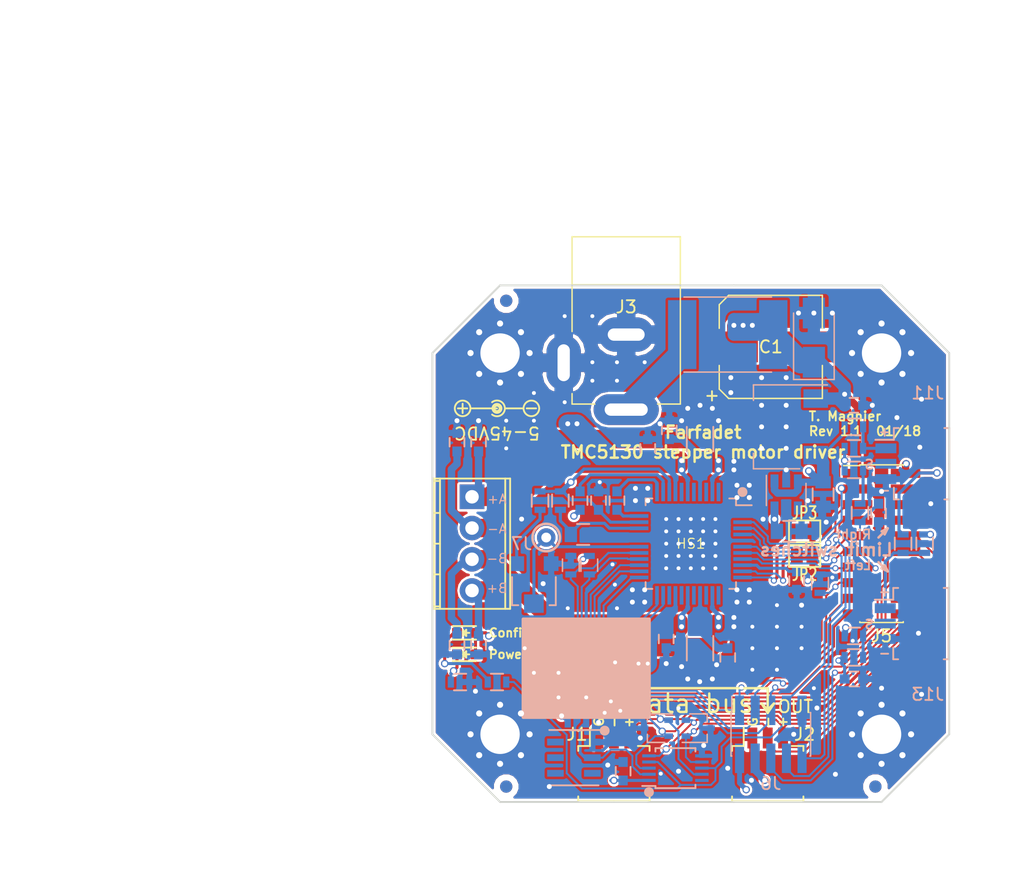
<source format=kicad_pcb>
(kicad_pcb (version 4) (host pcbnew 4.0.7)
  (title_block (title "Farfadet - TMC5130 stepper motor driver") (date 2018-01-22) (rev 1.1) (company "Tom Magnier"))
  (layers (0 F.Cu signal) (1 In1.Cu signal) (2 In2.Cu signal) (31 B.Cu signal) (34 B.Paste user) (35 F.Paste user) (36 B.SilkS user) (37 F.SilkS user) (38 B.Mask user) (39 F.Mask user) (44 Edge.Cuts user))
  (net 0 "")
  (net 1 VCC)
  (net 2 GND)
  (net 3 +3V3)
  (net 4 +5V)
  (net 5 "Net-(C7-Pad1)")
  (net 6 "Net-(C9-Pad1)")
  (net 7 "Net-(C9-Pad2)")
  (net 8 "Net-(C10-Pad2)")
  (net 9 "Net-(C15-Pad1)")
  (net 10 "Net-(C16-Pad1)")
  (net 11 /REFR)
  (net 12 "Net-(C18-Pad1)")
  (net 13 "Net-(C19-Pad1)")
  (net 14 "Net-(C20-Pad1)")
  (net 15 "Net-(C21-Pad1)")
  (net 16 /REFL)
  (net 17 /SDO/NAO/CFG0)
  (net 18 /SWN_IN)
  (net 19 /SWP_IN)
  (net 20 /SWN_OUT)
  (net 21 /SWP_OUT)
  (net 22 /~EN~/CFG6)
  (net 23 /SDI/NAI/CFG1)
  (net 24 /SCK/CFG2)
  (net 25 /~CS~/CFG3)
  (net 26 /ENCB/CFG4)
  (net 27 /ENCA/CFG5)
  (net 28 /SWP_EEPROM)
  (net 29 /ENCN)
  (net 30 "Net-(J7-Pad1)")
  (net 31 "Net-(J11-Pad1)")
  (net 32 "Net-(J11-Pad2)")
  (net 33 "Net-(J13-Pad1)")
  (net 34 "Net-(J13-Pad2)")
  (net 35 /SPI_MODE)
  (net 36 "Net-(R1-Pad2)")
  (net 37 "Net-(U1-Pad10)")
  (net 38 "Net-(U3-Pad4)")
  (net 39 "Net-(U4-Pad3)")
  (net 40 "Net-(U4-Pad4)")
  (net 41 "Net-(U4-Pad5)")
  (net 42 "Net-(U4-Pad6)")
  (net 43 "Net-(U5-Pad14)")
  (net 44 "Net-(U5-Pad16)")
  (net 45 "Net-(U5-Pad18)")
  (net 46 "Net-(U5-Pad20)")
  (net 47 "Net-(U5-Pad22)")
  (net 48 "Net-(U5-Pad41)")
  (net 49 "Net-(U5-Pad43)")
  (net 50 "Net-(U5-Pad45)")
  (net 51 "Net-(U5-Pad47)")
  (net 52 /SWSEL)
  (net 53 /SD_MODE)
  (net 54 /~CS~_EXT)
  (net 55 "Net-(F1-Pad2)")
  (net 56 "Net-(D6-Pad1)")
  (net 57 "Net-(D7-Pad1)")
  (module Resistors_SMD:R_0603 (layer B.Cu) (at 111.25 100.75 90)
    (fp_text reference R6)
    (fp_text value 10k hide)
    (pad 1 smd rect (at -0.75 0 90) (size 0.5 0.9) (layers B.Cu B.Paste B.Mask) (net 22 /~EN~/CFG6))
    (pad 2 smd rect (at 0.75 0 90) (size 0.5 0.9) (layers B.Cu B.Paste B.Mask) (net 2 GND))
  )
  (module tom_kicad_lib:Fiducial_very_small_modern (layer F.Cu) (at 106 79.25)
    (fp_text reference FID6)
    (fp_text value Fiducial_very_small_modern hide)
    (pad ~ connect circle (at 0 0) (size 1 1) (layers F.Cu F.Mask) (clearance 0.5))
  )
  (module tom_kicad_lib:Fiducial_very_small_modern (layer F.Cu) (at 136 118.75)
    (fp_text reference FID5)
    (fp_text value Fiducial_very_small_modern hide)
    (pad ~ connect circle (at 0 0) (size 1 1) (layers F.Cu F.Mask) (clearance 0.5))
  )
  (module tom_kicad_lib:Fiducial_very_small_modern (layer F.Cu) (at 106 118.75)
    (fp_text reference FID4)
    (fp_text value Fiducial_very_small_modern hide)
    (pad ~ connect circle (at 0 0) (size 1 1) (layers F.Cu F.Mask) (clearance 0.5))
  )
  (module tom_kicad_lib:Fiducial_very_small_modern (layer B.Cu) (at 106 79.25)
    (fp_text reference FID3)
    (fp_text value Fiducial_very_small_modern hide)
    (pad ~ connect circle (at 0 0) (size 1 1) (layers B.Cu B.Mask) (clearance 0.5))
  )
  (module tom_kicad_lib:Fiducial_very_small_modern (layer B.Cu) (at 136 118.75)
    (fp_text reference FID2)
    (fp_text value Fiducial_very_small_modern hide)
    (pad ~ connect circle (at 0 0) (size 1 1) (layers B.Cu B.Mask) (clearance 0.5))
  )
  (module Capacitors_SMD:C_0805 (layer B.Cu) (at 131.75 95 270)
    (fp_text reference C6)
    (fp_text value "10uF, 10V" hide)
    (pad 1 smd rect (at -1 0 270) (size 1 1.25) (layers B.Cu B.Paste B.Mask) (net 4 +5V))
    (pad 2 smd rect (at 1 0 270) (size 1 1.25) (layers B.Cu B.Paste B.Mask) (net 2 GND))
  )
  (module TO_SOT_Packages_SMD:SOT-23-5 (layer B.Cu) (at 128.75 95 270)
    (fp_text reference U3)
    (fp_text value MIC5365-3.3YD5 hide)
    (pad 1 smd rect (at -1.1 0.95 270) (size 1.06 0.65) (layers B.Cu B.Paste B.Mask) (net 4 +5V))
    (pad 2 smd rect (at -1.1 0 270) (size 1.06 0.65) (layers B.Cu B.Paste B.Mask) (net 2 GND))
    (pad 3 smd rect (at -1.1 -0.95 270) (size 1.06 0.65) (layers B.Cu B.Paste B.Mask) (net 4 +5V))
    (pad 4 smd rect (at 1.1 -0.95 270) (size 1.06 0.65) (layers B.Cu B.Paste B.Mask) (net 38 "Net-(U3-Pad4)"))
    (pad 5 smd rect (at 1.1 0.95 270) (size 1.06 0.65) (layers B.Cu B.Paste B.Mask) (net 3 +3V3))
  )
  (module Connectors_Molex:Molex_PicoBlade_53261-0371_03x1.25mm_Angled (layer B.Cu) (at 138.3 92.5 270)
    (fp_text reference J11 (at -5.75 -1.95 540) (layer B.SilkS) (effects (justify mirror)))
    (fp_text value Conn_01x03 hide)
    (pad 1 smd rect (at -1.25 1.45 270) (size 0.8 1.7) (layers B.Cu B.Paste B.Mask) (net 31 "Net-(J11-Pad1)"))
    (pad 2 smd rect (at 0 1.45 270) (size 0.8 1.7) (layers B.Cu B.Paste B.Mask) (net 32 "Net-(J11-Pad2)"))
    (pad 3 smd rect (at 1.25 1.45 270) (size 0.8 1.7) (layers B.Cu B.Paste B.Mask) (net 2 GND))
    (pad "" smd rect (at -3.75 -1.45 270) (size 2.2 3.1) (layers B.Cu B.Paste B.Mask) (net 2 GND))
    (pad "" smd rect (at 3.75 -1.45 270) (size 2.2 3.1) (layers B.Cu B.Paste B.Mask) (net 2 GND))
  )
  (module SYMB_POWER_JACK_CENTER_POS (layer F.Cu) (at 105.25 88 180)
    (fp_text reference REF** hide)
    (fp_text value SYMB_POWER_JACK_CENTER_POS hide)
  )
  (module Connectors_Molex:Molex_PicoBlade_53261-0371_03x1.25mm_Angled (layer F.Cu) (at 127.25 116.25)
    (fp_text reference J2 (at 3 -1.75) (layer F.SilkS))
    (fp_text value Conn_01x03 hide)
    (pad 1 smd rect (at -1.25 -1.45) (size 0.8 1.7) (layers F.Cu F.Paste F.Mask) (net 2 GND))
    (pad 2 smd rect (at 0 -1.45) (size 0.8 1.7) (layers F.Cu F.Paste F.Mask) (net 20 /SWN_OUT))
    (pad 3 smd rect (at 1.25 -1.45) (size 0.8 1.7) (layers F.Cu F.Paste F.Mask) (net 21 /SWP_OUT))
    (pad "" smd rect (at -3.75 1.45) (size 2.2 3.1) (layers F.Cu F.Paste F.Mask) (net 2 GND))
    (pad "" smd rect (at 3.75 1.45) (size 2.2 3.1) (layers F.Cu F.Paste F.Mask) (net 2 GND))
  )
  (module Capacitors_SMD:C_0603 (layer B.Cu) (at 115.5 117.5 90)
    (fp_text reference C2)
    (fp_text value "0.1uF, 16V" hide)
    (pad 1 smd rect (at -0.75 0 90) (size 0.8 0.75) (layers B.Cu B.Paste B.Mask) (net 3 +3V3))
    (pad 2 smd rect (at 0.75 0 90) (size 0.8 0.75) (layers B.Cu B.Paste B.Mask) (net 2 GND))
  )
  (module Capacitors_SMD:C_0603 (layer B.Cu) (at 134.25 87.75)
    (fp_text reference C3)
    (fp_text value "0.1uF, 50V" hide)
    (pad 1 smd rect (at -0.75 0) (size 0.8 0.75) (layers B.Cu B.Paste B.Mask) (net 1 VCC))
    (pad 2 smd rect (at 0.75 0) (size 0.8 0.75) (layers B.Cu B.Paste B.Mask) (net 2 GND))
  )
  (module Capacitors_SMD:C_0603 (layer B.Cu) (at 129.6 102 270)
    (fp_text reference C4)
    (fp_text value "0.1uF, 16V" hide)
    (pad 1 smd rect (at -0.75 0 270) (size 0.8 0.75) (layers B.Cu B.Paste B.Mask) (net 3 +3V3))
    (pad 2 smd rect (at 0.75 0 270) (size 0.8 0.75) (layers B.Cu B.Paste B.Mask) (net 2 GND))
  )
  (module Capacitors_SMD:C_0603 (layer B.Cu) (at 113.5 95.5 90)
    (fp_text reference C5)
    (fp_text value "0.1uF, 16V" hide)
    (pad 1 smd rect (at -0.75 0 90) (size 0.8 0.75) (layers B.Cu B.Paste B.Mask) (net 4 +5V))
    (pad 2 smd rect (at 0.75 0 90) (size 0.8 0.75) (layers B.Cu B.Paste B.Mask) (net 2 GND))
  )
  (module Capacitors_SMD:C_0805 (layer B.Cu) (at 112.25 98.25)
    (fp_text reference C7)
    (fp_text value "4.7uF, 10V" hide)
    (pad 1 smd rect (at -1 0) (size 1 1.25) (layers B.Cu B.Paste B.Mask) (net 5 "Net-(C7-Pad1)"))
    (pad 2 smd rect (at 1 0) (size 1 1.25) (layers B.Cu B.Paste B.Mask) (net 2 GND))
  )
  (module Capacitors_SMD:C_0805 (layer B.Cu) (at 129 98)
    (fp_text reference C8)
    (fp_text value "4.7uF, 10V" hide)
    (pad 1 smd rect (at -1 0) (size 1 1.25) (layers B.Cu B.Paste B.Mask) (net 3 +3V3))
    (pad 2 smd rect (at 1 0) (size 1 1.25) (layers B.Cu B.Paste B.Mask) (net 2 GND))
  )
  (module Capacitors_SMD:C_0603 (layer B.Cu) (at 115 95.5 90)
    (fp_text reference C9)
    (fp_text value "22nF, 63V" hide)
    (pad 1 smd rect (at -0.75 0 90) (size 0.8 0.75) (layers B.Cu B.Paste B.Mask) (net 6 "Net-(C9-Pad1)"))
    (pad 2 smd rect (at 0.75 0 90) (size 0.8 0.75) (layers B.Cu B.Paste B.Mask) (net 7 "Net-(C9-Pad2)"))
  )
  (module Capacitors_SMD:C_0603 (layer B.Cu) (at 112 95.5 90)
    (fp_text reference C10)
    (fp_text value "0.1uF, 16V" hide)
    (pad 1 smd rect (at -0.75 0 90) (size 0.8 0.75) (layers B.Cu B.Paste B.Mask) (net 1 VCC))
    (pad 2 smd rect (at 0.75 0 90) (size 0.8 0.75) (layers B.Cu B.Paste B.Mask) (net 8 "Net-(C10-Pad2)"))
  )
  (module Capacitors_SMD:C_0603 (layer B.Cu) (at 119 106.75 270)
    (fp_text reference C11)
    (fp_text value "0.1uF, 50V" hide)
    (pad 1 smd rect (at -0.75 0 270) (size 0.8 0.75) (layers B.Cu B.Paste B.Mask) (net 1 VCC))
    (pad 2 smd rect (at 0.75 0 270) (size 0.8 0.75) (layers B.Cu B.Paste B.Mask) (net 2 GND))
  )
  (module Capacitors_SMD:C_0603 (layer B.Cu) (at 117.5 91.25 90)
    (fp_text reference C14)
    (fp_text value "0.1uF, 50V" hide)
    (pad 1 smd rect (at -0.75 0 90) (size 0.8 0.75) (layers B.Cu B.Paste B.Mask) (net 1 VCC))
    (pad 2 smd rect (at 0.75 0 90) (size 0.8 0.75) (layers B.Cu B.Paste B.Mask) (net 2 GND))
  )
  (module Capacitors_SMD:C_0603 (layer B.Cu) (at 119.25 89.75 90)
    (fp_text reference C15)
    (fp_text value "0.1uF, 16V" hide)
    (pad 1 smd rect (at -0.75 0 90) (size 0.8 0.75) (layers B.Cu B.Paste B.Mask) (net 9 "Net-(C15-Pad1)"))
    (pad 2 smd rect (at 0.75 0 90) (size 0.8 0.75) (layers B.Cu B.Paste B.Mask) (net 2 GND))
  )
  (module Capacitors_SMD:C_0603 (layer B.Cu) (at 124 108.25 270)
    (fp_text reference C16)
    (fp_text value "0.1uF, 16V" hide)
    (pad 1 smd rect (at -0.75 0 270) (size 0.8 0.75) (layers B.Cu B.Paste B.Mask) (net 10 "Net-(C16-Pad1)"))
    (pad 2 smd rect (at 0.75 0 270) (size 0.8 0.75) (layers B.Cu B.Paste B.Mask) (net 2 GND))
  )
  (module Capacitors_SMD:C_0603 (layer B.Cu) (at 136.25 96.5 270)
    (fp_text reference C17)
    (fp_text value DNP hide)
    (pad 1 smd rect (at -0.75 0 270) (size 0.8 0.75) (layers B.Cu B.Paste B.Mask) (net 11 /REFR))
    (pad 2 smd rect (at 0.75 0 270) (size 0.8 0.75) (layers B.Cu B.Paste B.Mask) (net 2 GND))
  )
  (module Capacitors_SMD:C_0603 (layer B.Cu) (at 102 90.75 90)
    (fp_text reference C18)
    (fp_text value "470pF, 100V" hide)
    (pad 1 smd rect (at -0.75 0 90) (size 0.8 0.75) (layers B.Cu B.Paste B.Mask) (net 12 "Net-(C18-Pad1)"))
    (pad 2 smd rect (at 0.75 0 90) (size 0.8 0.75) (layers B.Cu B.Paste B.Mask) (net 2 GND))
  )
  (module Capacitors_SMD:C_0603 (layer B.Cu) (at 102 107.25 270)
    (fp_text reference C19)
    (fp_text value "470pF, 100V" hide)
    (pad 1 smd rect (at -0.75 0 270) (size 0.8 0.75) (layers B.Cu B.Paste B.Mask) (net 13 "Net-(C19-Pad1)"))
    (pad 2 smd rect (at 0.75 0 270) (size 0.8 0.75) (layers B.Cu B.Paste B.Mask) (net 2 GND))
  )
  (module Capacitors_SMD:C_0603 (layer B.Cu) (at 103.75 90.75 90)
    (fp_text reference C20)
    (fp_text value "470pF, 100V" hide)
    (pad 1 smd rect (at -0.75 0 90) (size 0.8 0.75) (layers B.Cu B.Paste B.Mask) (net 14 "Net-(C20-Pad1)"))
    (pad 2 smd rect (at 0.75 0 90) (size 0.8 0.75) (layers B.Cu B.Paste B.Mask) (net 2 GND))
  )
  (module Capacitors_SMD:C_0603 (layer B.Cu) (at 103.75 107.25 270)
    (fp_text reference C21)
    (fp_text value "470pF, 100V" hide)
    (pad 1 smd rect (at -0.75 0 270) (size 0.8 0.75) (layers B.Cu B.Paste B.Mask) (net 15 "Net-(C21-Pad1)"))
    (pad 2 smd rect (at 0.75 0 270) (size 0.8 0.75) (layers B.Cu B.Paste B.Mask) (net 2 GND))
  )
  (module Capacitors_SMD:C_0603 (layer B.Cu) (at 134.25 110)
    (fp_text reference C22)
    (fp_text value DNP hide)
    (pad 1 smd rect (at -0.75 0) (size 0.8 0.75) (layers B.Cu B.Paste B.Mask) (net 16 /REFL))
    (pad 2 smd rect (at 0.75 0) (size 0.8 0.75) (layers B.Cu B.Paste B.Mask) (net 2 GND))
  )
  (module Diodes_SMD:D_SMA (layer B.Cu) (at 131 82.25 90)
    (fp_text reference D1 hide)
    (fp_text value "2A, 50V" hide)
    (pad 1 smd rect (at -2 0 90) (size 2.5 1.8) (layers B.Cu B.Paste B.Mask) (net 1 VCC))
    (pad 2 smd rect (at 2 0 90) (size 2.5 1.8) (layers B.Cu B.Paste B.Mask) (net 2 GND))
  )
  (module LEDs:LED_0603 (layer F.Cu) (at 102.75 108)
    (fp_text reference D6)
    (fp_text value Green)
    (pad 2 smd rect (at 0.7493 0 180) (size 0.79756 0.79756) (layers F.Cu F.Paste F.Mask) (net 3 +3V3))
    (pad 1 smd rect (at -0.7493 0 180) (size 0.79756 0.79756) (layers F.Cu F.Paste F.Mask) (net 56 "Net-(D6-Pad1)"))
  )
  (module LEDs:LED_0603 (layer F.Cu) (at 102.7507 106.25)
    (fp_text reference D7)
    (fp_text value Red)
    (pad 2 smd rect (at 0.7493 0 180) (size 0.79756 0.79756) (layers F.Cu F.Paste F.Mask) (net 3 +3V3))
    (pad 1 smd rect (at -0.7493 0 180) (size 0.79756 0.79756) (layers F.Cu F.Paste F.Mask) (net 57 "Net-(D7-Pad1)"))
  )
  (module tom_kicad_lib:Heatsink_Adhesive_10x10mm (layer F.Cu) (at 121 99 180)
    (fp_text reference HS1 (at 0 0 180) (layer F.SilkS) (effects (font (size 0.8 0.8) (thickness 0.1))))
    (fp_text value Heatsink)
    (pad 1 connect rect (at 0 0 180) (size 11 11) (layers F.Cu F.Mask) (net 2 GND))
  )
  (module Connectors_Molex:Molex_PicoBlade_53261-0371_03x1.25mm_Angled (layer F.Cu) (at 114.75 116.25)
    (fp_text reference J1 (at -3 -1.75) (layer F.SilkS))
    (fp_text value Conn_01x03 hide)
    (pad 1 smd rect (at -1.25 -1.45) (size 0.8 1.7) (layers F.Cu F.Paste F.Mask) (net 2 GND))
    (pad 2 smd rect (at 0 -1.45) (size 0.8 1.7) (layers F.Cu F.Paste F.Mask) (net 18 /SWN_IN))
    (pad 3 smd rect (at 1.25 -1.45) (size 0.8 1.7) (layers F.Cu F.Paste F.Mask) (net 19 /SWP_IN))
    (pad "" smd rect (at -3.75 1.45) (size 2.2 3.1) (layers F.Cu F.Paste F.Mask) (net 2 GND))
    (pad "" smd rect (at 3.75 1.45) (size 2.2 3.1) (layers F.Cu F.Paste F.Mask) (net 2 GND))
  )
  (module Pin_Headers:Pin_Header_Straight_2x10_Pitch1.27mm_SMD (layer F.Cu) (at 136.5 99)
    (fp_text reference J5 (at 0 7.5) (layer F.SilkS))
    (fp_text value Conn_02x10_Odd_Even hide)
    (pad 1 smd rect (at -1.95 -5.715) (size 2.4 0.74) (layers F.Cu F.Paste F.Mask) (net 1 VCC))
    (pad 2 smd rect (at 1.95 -5.715) (size 2.4 0.74) (layers F.Cu F.Paste F.Mask) (net 3 +3V3))
    (pad 3 smd rect (at -1.95 -4.445) (size 2.4 0.74) (layers F.Cu F.Paste F.Mask) (net 25 /~CS~/CFG3))
    (pad 4 smd rect (at 1.95 -4.445) (size 2.4 0.74) (layers F.Cu F.Paste F.Mask) (net 52 /SWSEL))
    (pad 5 smd rect (at -1.95 -3.175) (size 2.4 0.74) (layers F.Cu F.Paste F.Mask) (net 24 /SCK/CFG2))
    (pad 6 smd rect (at 1.95 -3.175) (size 2.4 0.74) (layers F.Cu F.Paste F.Mask) (net 2 GND))
    (pad 7 smd rect (at -1.95 -1.905) (size 2.4 0.74) (layers F.Cu F.Paste F.Mask) (net 23 /SDI/NAI/CFG1))
    (pad 8 smd rect (at 1.95 -1.905) (size 2.4 0.74) (layers F.Cu F.Paste F.Mask) (net 20 /SWN_OUT))
    (pad 9 smd rect (at -1.95 -0.635) (size 2.4 0.74) (layers F.Cu F.Paste F.Mask) (net 17 /SDO/NAO/CFG0))
    (pad 10 smd rect (at 1.95 -0.635) (size 2.4 0.74) (layers F.Cu F.Paste F.Mask) (net 21 /SWP_OUT))
    (pad 11 smd rect (at -1.95 0.635) (size 2.4 0.74) (layers F.Cu F.Paste F.Mask) (net 16 /REFL))
    (pad 12 smd rect (at 1.95 0.635) (size 2.4 0.74) (layers F.Cu F.Paste F.Mask) (net 19 /SWP_IN))
    (pad 13 smd rect (at -1.95 1.905) (size 2.4 0.74) (layers F.Cu F.Paste F.Mask) (net 11 /REFR))
    (pad 14 smd rect (at 1.95 1.905) (size 2.4 0.74) (layers F.Cu F.Paste F.Mask) (net 18 /SWN_IN))
    (pad 15 smd rect (at -1.95 3.175) (size 2.4 0.74) (layers F.Cu F.Paste F.Mask) (net 29 /ENCN))
    (pad 16 smd rect (at 1.95 3.175) (size 2.4 0.74) (layers F.Cu F.Paste F.Mask) (net 54 /~CS~_EXT))
    (pad 17 smd rect (at -1.95 4.445) (size 2.4 0.74) (layers F.Cu F.Paste F.Mask) (net 26 /ENCB/CFG4))
    (pad 18 smd rect (at 1.95 4.445) (size 2.4 0.74) (layers F.Cu F.Paste F.Mask) (net 22 /~EN~/CFG6))
    (pad 19 smd rect (at -1.95 5.715) (size 2.4 0.74) (layers F.Cu F.Paste F.Mask) (net 27 /ENCA/CFG5))
    (pad 20 smd rect (at 1.95 5.715) (size 2.4 0.74) (layers F.Cu F.Paste F.Mask) (net 28 /SWP_EEPROM))
  )
  (module Pin_Headers:Pin_Header_Straight_2x05_Pitch1.27mm_SMD (layer B.Cu) (at 127.5 114.5 270)
    (fp_text reference J6 (at 4 0 540) (layer B.SilkS) (effects (justify mirror)))
    (fp_text value Conn_02x05_Odd_Even hide)
    (pad 1 smd rect (at -1.95 2.54 270) (size 2.4 0.74) (layers B.Cu B.Paste B.Mask) (net 29 /ENCN))
    (pad 2 smd rect (at 1.95 2.54 270) (size 2.4 0.74) (layers B.Cu B.Paste B.Mask) (net 3 +3V3))
    (pad 3 smd rect (at -1.95 1.27 270) (size 2.4 0.74) (layers B.Cu B.Paste B.Mask) (net 26 /ENCB/CFG4))
    (pad 4 smd rect (at 1.95 1.27 270) (size 2.4 0.74) (layers B.Cu B.Paste B.Mask) (net 4 +5V))
    (pad 5 smd rect (at -1.95 0 270) (size 2.4 0.74) (layers B.Cu B.Paste B.Mask) (net 27 /ENCA/CFG5))
    (pad 6 smd rect (at 1.95 0 270) (size 2.4 0.74) (layers B.Cu B.Paste B.Mask) (net 54 /~CS~_EXT))
    (pad 7 smd rect (at -1.95 -1.27 270) (size 2.4 0.74) (layers B.Cu B.Paste B.Mask) (net 17 /SDO/NAO/CFG0))
    (pad 8 smd rect (at 1.95 -1.27 270) (size 2.4 0.74) (layers B.Cu B.Paste B.Mask) (net 24 /SCK/CFG2))
    (pad 9 smd rect (at -1.95 -2.54 270) (size 2.4 0.74) (layers B.Cu B.Paste B.Mask) (net 2 GND))
    (pad 10 smd rect (at 1.95 -2.54 270) (size 2.4 0.74) (layers B.Cu B.Paste B.Mask) (net 23 /SDI/NAI/CFG1))
  )
  (module Measurement_Points:Measurement_Point_Round-TH_Small (layer B.Cu) (at 109.25 98.5 180)
    (fp_text reference J7 (at 2 -0.5 180) (layer B.SilkS) (effects (justify mirror)))
    (fp_text value TEST_1P hide)
    (pad 1 thru_hole circle (at 0 0 180) (size 1.5 1.5) (drill 0.8) (layers *.Cu *.Mask) (net 30 "Net-(J7-Pad1)"))
  )
  (module Connectors_Terminal_Blocks:TerminalBlock_Pheonix_MPT-2.54mm_4pol (layer F.Cu) (at 103.22 95.19 270)
    (fp_text reference J12)
    (fp_text value Conn_01x04 hide)
    (pad 4 thru_hole oval (at 7.62 0 90) (size 1.99898 1.99898) (drill 1.09728) (layers *.Cu *.Mask) (net 15 "Net-(C21-Pad1)"))
    (pad 1 thru_hole rect (at 0 0 90) (size 1.99898 1.99898) (drill 1.09728) (layers *.Cu *.Mask) (net 14 "Net-(C20-Pad1)"))
    (pad 2 thru_hole oval (at 2.54 0 90) (size 1.99898 1.99898) (drill 1.09728) (layers *.Cu *.Mask) (net 12 "Net-(C18-Pad1)"))
    (pad 3 thru_hole oval (at 5.08 0 90) (size 1.99898 1.99898) (drill 1.09728) (layers *.Cu *.Mask) (net 13 "Net-(C19-Pad1)"))
  )
  (module Connectors_Molex:Molex_PicoBlade_53261-0371_03x1.25mm_Angled (layer B.Cu) (at 138.25 105.5 270)
    (fp_text reference J13 (at 5.75 -2 540) (layer B.SilkS) (effects (justify mirror)))
    (fp_text value Conn_01x03 hide)
    (pad 1 smd rect (at -1.25 1.45 270) (size 0.8 1.7) (layers B.Cu B.Paste B.Mask) (net 33 "Net-(J13-Pad1)"))
    (pad 2 smd rect (at 0 1.45 270) (size 0.8 1.7) (layers B.Cu B.Paste B.Mask) (net 34 "Net-(J13-Pad2)"))
    (pad 3 smd rect (at 1.25 1.45 270) (size 0.8 1.7) (layers B.Cu B.Paste B.Mask) (net 2 GND))
    (pad "" smd rect (at -3.75 -1.45 270) (size 2.2 3.1) (layers B.Cu B.Paste B.Mask) (net 2 GND))
    (pad "" smd rect (at 3.75 -1.45 270) (size 2.2 3.1) (layers B.Cu B.Paste B.Mask) (net 2 GND))
  )
  (module Resistors_SMD:R_0603 (layer B.Cu) (at 108.75 95.5 270)
    (fp_text reference R1)
    (fp_text value 10k hide)
    (pad 1 smd rect (at -0.75 0 270) (size 0.5 0.9) (layers B.Cu B.Paste B.Mask) (net 4 +5V))
    (pad 2 smd rect (at 0.75 0 270) (size 0.5 0.9) (layers B.Cu B.Paste B.Mask) (net 36 "Net-(R1-Pad2)"))
  )
  (module Resistors_SMD:R_0603 (layer B.Cu) (at 110.4 95.5 90)
    (fp_text reference R2)
    (fp_text value 10R hide)
    (pad 1 smd rect (at -0.75 0 90) (size 0.5 0.9) (layers B.Cu B.Paste B.Mask) (net 5 "Net-(C7-Pad1)"))
    (pad 2 smd rect (at 0.75 0 90) (size 0.5 0.9) (layers B.Cu B.Paste B.Mask) (net 4 +5V))
  )
  (module Resistors_SMD:R_0603 (layer B.Cu) (at 111.75 113.5)
    (fp_text reference R3)
    (fp_text value 2.2k hide)
    (pad 1 smd rect (at -0.75 0) (size 0.5 0.9) (layers B.Cu B.Paste B.Mask) (net 3 +3V3))
    (pad 2 smd rect (at 0.75 0) (size 0.5 0.9) (layers B.Cu B.Paste B.Mask) (net 28 /SWP_EEPROM))
  )
  (module Resistors_SMD:R_1206 (layer B.Cu) (at 121.75 90.5 90)
    (fp_text reference R4)
    (fp_text value "0R12 0.5W" hide)
    (pad 1 smd rect (at -1.45 0 90) (size 0.9 1.7) (layers B.Cu B.Paste B.Mask) (net 9 "Net-(C15-Pad1)"))
    (pad 2 smd rect (at 1.45 0 90) (size 0.9 1.7) (layers B.Cu B.Paste B.Mask) (net 2 GND))
  )
  (module Resistors_SMD:R_1206 (layer B.Cu) (at 121.75 107.5 270)
    (fp_text reference R5)
    (fp_text value "0R12 0.5W" hide)
    (pad 1 smd rect (at -1.45 0 270) (size 0.9 1.7) (layers B.Cu B.Paste B.Mask) (net 10 "Net-(C16-Pad1)"))
    (pad 2 smd rect (at 1.45 0 270) (size 0.9 1.7) (layers B.Cu B.Paste B.Mask) (net 2 GND))
  )
  (module Resistors_SMD:R_0603 (layer B.Cu) (at 134.75 96.5 270)
    (fp_text reference R8)
    (fp_text value 0R hide)
    (pad 1 smd rect (at -0.75 0 270) (size 0.5 0.9) (layers B.Cu B.Paste B.Mask) (net 32 "Net-(J11-Pad2)"))
    (pad 2 smd rect (at 0.75 0 270) (size 0.5 0.9) (layers B.Cu B.Paste B.Mask) (net 11 /REFR))
  )
  (module Resistors_SMD:R_0603 (layer B.Cu) (at 134.25 93)
    (fp_text reference R9)
    (fp_text value 10k hide)
    (pad 1 smd rect (at -0.75 0) (size 0.5 0.9) (layers B.Cu B.Paste B.Mask) (net 3 +3V3))
    (pad 2 smd rect (at 0.75 0) (size 0.5 0.9) (layers B.Cu B.Paste B.Mask) (net 32 "Net-(J11-Pad2)"))
  )
  (module Resistors_SMD:R_0603 (layer B.Cu) (at 134.25 91.25)
    (fp_text reference R10)
    (fp_text value 0R hide)
    (pad 1 smd rect (at -0.75 0) (size 0.5 0.9) (layers B.Cu B.Paste B.Mask) (net 3 +3V3))
    (pad 2 smd rect (at 0.75 0) (size 0.5 0.9) (layers B.Cu B.Paste B.Mask) (net 31 "Net-(J11-Pad1)"))
  )
  (module Resistors_SMD:R_0603 (layer B.Cu) (at 134.25 89.5)
    (fp_text reference R11)
    (fp_text value DNP hide)
    (pad 1 smd rect (at -0.75 0) (size 0.5 0.9) (layers B.Cu B.Paste B.Mask) (net 4 +5V))
    (pad 2 smd rect (at 0.75 0) (size 0.5 0.9) (layers B.Cu B.Paste B.Mask) (net 31 "Net-(J11-Pad1)"))
  )
  (module Resistors_SMD:R_0603 (layer B.Cu) (at 102.25 110.25)
    (fp_text reference R12)
    (fp_text value 4.7k hide)
    (pad 1 smd rect (at -0.75 0) (size 0.5 0.9) (layers B.Cu B.Paste B.Mask) (net 56 "Net-(D6-Pad1)"))
    (pad 2 smd rect (at 0.75 0) (size 0.5 0.9) (layers B.Cu B.Paste B.Mask) (net 2 GND))
  )
  (module Resistors_SMD:R_0603 (layer B.Cu) (at 134.25 108.25 180)
    (fp_text reference R13)
    (fp_text value 0R hide)
    (pad 1 smd rect (at -0.75 0 180) (size 0.5 0.9) (layers B.Cu B.Paste B.Mask) (net 34 "Net-(J13-Pad2)"))
    (pad 2 smd rect (at 0.75 0 180) (size 0.5 0.9) (layers B.Cu B.Paste B.Mask) (net 16 /REFL))
  )
  (module Resistors_SMD:R_0603 (layer B.Cu) (at 105.25 110.25)
    (fp_text reference R14)
    (fp_text value 4.7k hide)
    (pad 1 smd rect (at -0.75 0) (size 0.5 0.9) (layers B.Cu B.Paste B.Mask) (net 57 "Net-(D7-Pad1)"))
    (pad 2 smd rect (at 0.75 0) (size 0.5 0.9) (layers B.Cu B.Paste B.Mask) (net 17 /SDO/NAO/CFG0))
  )
  (module Resistors_SMD:R_0603 (layer B.Cu) (at 134.25 106.5)
    (fp_text reference R15)
    (fp_text value 10k hide)
    (pad 1 smd rect (at -0.75 0) (size 0.5 0.9) (layers B.Cu B.Paste B.Mask) (net 3 +3V3))
    (pad 2 smd rect (at 0.75 0) (size 0.5 0.9) (layers B.Cu B.Paste B.Mask) (net 34 "Net-(J13-Pad2)"))
  )
  (module Resistors_SMD:R_0603 (layer B.Cu) (at 138.25 99 270)
    (fp_text reference R16)
    (fp_text value 0R hide)
    (pad 1 smd rect (at -0.75 0 270) (size 0.5 0.9) (layers B.Cu B.Paste B.Mask) (net 3 +3V3))
    (pad 2 smd rect (at 0.75 0 270) (size 0.5 0.9) (layers B.Cu B.Paste B.Mask) (net 33 "Net-(J13-Pad1)"))
  )
  (module Resistors_SMD:R_0603 (layer B.Cu) (at 140 99 270)
    (fp_text reference R17)
    (fp_text value DNP hide)
    (pad 1 smd rect (at -0.75 0 270) (size 0.5 0.9) (layers B.Cu B.Paste B.Mask) (net 4 +5V))
    (pad 2 smd rect (at 0.75 0 270) (size 0.5 0.9) (layers B.Cu B.Paste B.Mask) (net 33 "Net-(J13-Pad1)"))
  )
  (module TO_SOT_Packages_SMD:SOT-223-3Lead_TabPin2 (layer B.Cu) (at 128 89.5 180)
    (fp_text reference U2 hide)
    (fp_text value NCV4264-2ST50 hide)
    (pad 2 smd rect (at 3.15 0 180) (size 2 3.8) (layers B.Cu B.Paste B.Mask) (net 2 GND))
    (pad 2 smd rect (at -3.15 0 180) (size 2 1.5) (layers B.Cu B.Paste B.Mask) (net 2 GND))
    (pad 3 smd rect (at -3.15 -2.3 180) (size 2 1.5) (layers B.Cu B.Paste B.Mask) (net 4 +5V))
    (pad 1 smd rect (at -3.15 2.3 180) (size 2 1.5) (layers B.Cu B.Paste B.Mask) (net 1 VCC))
  )
  (module tom_kicad_lib:TSOC-6_4x3.8mm_Pitch1.27mm (layer B.Cu) (at 111.5 116.4 180)
    (fp_text reference U4 hide)
    (fp_text value DS2431P+T hide)
    (pad 1 smd rect (at -1.5 1.27 180) (size 1.35 0.55) (layers B.Cu B.Paste B.Mask) (net 2 GND))
    (pad 2 smd rect (at -1.5 0 180) (size 1.35 0.55) (layers B.Cu B.Paste B.Mask) (net 28 /SWP_EEPROM))
    (pad 3 smd rect (at -1.5 -1.27 180) (size 1.35 0.55) (layers B.Cu B.Paste B.Mask) (net 39 "Net-(U4-Pad3)"))
    (pad 4 smd rect (at 1.5 -1.27 180) (size 1.35 0.55) (layers B.Cu B.Paste B.Mask) (net 40 "Net-(U4-Pad4)"))
    (pad 5 smd rect (at 1.5 0 180) (size 1.35 0.55) (layers B.Cu B.Paste B.Mask) (net 41 "Net-(U4-Pad5)"))
    (pad 6 smd rect (at 1.5 1.27 180) (size 1.35 0.55) (layers B.Cu B.Paste B.Mask) (net 42 "Net-(U4-Pad6)"))
  )
  (module Potentiometers:Potentiometer_Trimmer-EVM3E (layer B.Cu) (at 108.25 102.25)
    (fp_text reference RV1)
    (fp_text value 10k hide)
    (pad 1 smd rect (at -1.4 -1.625) (size 1.2 1.2) (layers B.Cu B.Paste B.Mask) (net 36 "Net-(R1-Pad2)"))
    (pad 3 smd rect (at 1.4 -1.625) (size 1.2 1.2) (layers B.Cu B.Paste B.Mask) (net 2 GND))
    (pad 2 smd rect (at 0 1.625) (size 1.6 1.5) (layers B.Cu B.Paste B.Mask) (net 30 "Net-(J7-Pad1)"))
  )
  (module tom_kicad_lib:Solder_Jumper_2_conn (layer F.Cu) (at 130.25 100 90)
    (fp_text reference JP2 (at -1.5 0 360) (layer F.SilkS) (effects (font (size 1 0.75))))
    (fp_text value Jumper_NC_Small hide)
    (fp_line (start 0 -0.4) (end 0 0.4) (layer F.Cu) (width 0.5))
    (pad 1 smd rect (at 0 -0.635 90) (size 1.27 0.9652) (layers F.Cu F.Mask) (net 53 /SD_MODE))
    (pad 2 smd rect (at 0 0.635 90) (size 1.27 0.9652) (layers F.Cu F.Mask) (net 2 GND))
  )
  (module tom_kicad_lib:Solder_Jumper_2_open (layer F.Cu) (at 130.25 98 90)
    (fp_text reference JP3 (at 1.5 0 360) (layer F.SilkS) (effects (font (size 1 0.75))))
    (fp_text value Jumper_NO_Small hide)
    (pad 1 smd rect (at 0 -0.635 90) (size 1.27 0.9652) (layers F.Cu F.Mask) (net 35 /SPI_MODE))
    (pad 2 smd rect (at 0 0.635 90) (size 1.27 0.9652) (layers F.Cu F.Mask) (net 2 GND))
  )
  (module TO_SOT_Packages_SMD:SOT-323_SC-70 (layer B.Cu) (at 121.6 114)
    (fp_text reference D2 hide)
    (fp_text value D5V0L2B3W hide)
    (pad 1 smd rect (at -1 0.65 90) (size 0.45 0.7) (layers B.Cu B.Paste B.Mask) (net 20 /SWN_OUT))
    (pad 2 smd rect (at -1 -0.65 90) (size 0.45 0.7) (layers B.Cu B.Paste B.Mask) (net 21 /SWP_OUT))
    (pad 3 smd rect (at 1 0 90) (size 0.45 0.7) (layers B.Cu B.Paste B.Mask) (net 2 GND))
  )
  (module TO_SOT_Packages_SMD:SOT-323_SC-70 (layer B.Cu) (at 118.2 114 180)
    (fp_text reference D3 hide)
    (fp_text value D5V0L2B3W hide)
    (pad 1 smd rect (at -1 0.65 270) (size 0.45 0.7) (layers B.Cu B.Paste B.Mask) (net 18 /SWN_IN))
    (pad 2 smd rect (at -1 -0.65 270) (size 0.45 0.7) (layers B.Cu B.Paste B.Mask) (net 19 /SWP_IN))
    (pad 3 smd rect (at 1 0 270) (size 0.45 0.7) (layers B.Cu B.Paste B.Mask) (net 2 GND))
  )
  (module Housings_SSOP:TSSOP-10_3x3mm_Pitch0.5mm (layer B.Cu) (at 119.75 117.25)
    (fp_text reference U1 hide)
    (fp_text value TS3A24159DGSR hide)
    (pad 1 smd rect (at -2.15 1) (size 1.1 0.25) (layers B.Cu B.Paste B.Mask) (net 3 +3V3))
    (pad 2 smd rect (at -2.15 0.5) (size 1.1 0.25) (layers B.Cu B.Paste B.Mask) (net 28 /SWP_EEPROM))
    (pad 3 smd rect (at -2.15 0) (size 1.1 0.25) (layers B.Cu B.Paste B.Mask) (net 19 /SWP_IN))
    (pad 4 smd rect (at -2.15 -0.5) (size 1.1 0.25) (layers B.Cu B.Paste B.Mask) (net 17 /SDO/NAO/CFG0))
    (pad 5 smd rect (at -2.15 -1) (size 1.1 0.25) (layers B.Cu B.Paste B.Mask) (net 21 /SWP_OUT))
    (pad 6 smd rect (at 2.15 -1) (size 1.1 0.25) (layers B.Cu B.Paste B.Mask) (net 2 GND))
    (pad 7 smd rect (at 2.15 -0.5) (size 1.1 0.25) (layers B.Cu B.Paste B.Mask) (net 20 /SWN_OUT))
    (pad 8 smd rect (at 2.15 0) (size 1.1 0.25) (layers B.Cu B.Paste B.Mask) (net 17 /SDO/NAO/CFG0))
    (pad 9 smd rect (at 2.15 0.5) (size 1.1 0.25) (layers B.Cu B.Paste B.Mask) (net 18 /SWN_IN))
    (pad 10 smd rect (at 2.15 1) (size 1.1 0.25) (layers B.Cu B.Paste B.Mask) (net 37 "Net-(U1-Pad10)"))
  )
  (module Resistors_SMD:R_0603 (layer B.Cu) (at 131.5 102.25 90)
    (fp_text reference R7)
    (fp_text value 10k hide)
    (pad 1 smd rect (at -0.75 0 90) (size 0.5 0.9) (layers B.Cu B.Paste B.Mask) (net 29 /ENCN))
    (pad 2 smd rect (at 0.75 0 90) (size 0.5 0.9) (layers B.Cu B.Paste B.Mask) (net 2 GND))
  )
  (module Mounting_Holes:MountingHole_3.2mm_M3_Pad_Via (layer B.Cu) (at 105.5 83.5 180)
    (fp_text reference H1 hide)
    (fp_text value Mount_Hole hide)
    (pad 1 thru_hole circle (at 0 0 180) (size 6.4 6.4) (drill 3.2) (layers *.Cu *.Mask) (net 2 GND))
    (pad "" thru_hole circle (at 2.4 0 180) (size 0.6 0.6) (drill 0.5) (layers *.Cu *.Mask))
    (pad "" thru_hole circle (at 1.697056 -1.697056 180) (size 0.6 0.6) (drill 0.5) (layers *.Cu *.Mask))
    (pad "" thru_hole circle (at 0 -2.4 180) (size 0.6 0.6) (drill 0.5) (layers *.Cu *.Mask))
    (pad "" thru_hole circle (at -1.697056 -1.697056 180) (size 0.6 0.6) (drill 0.5) (layers *.Cu *.Mask))
    (pad "" thru_hole circle (at -2.4 0 180) (size 0.6 0.6) (drill 0.5) (layers *.Cu *.Mask))
    (pad "" thru_hole circle (at -1.697056 1.697056 180) (size 0.6 0.6) (drill 0.5) (layers *.Cu *.Mask))
    (pad "" thru_hole circle (at 0 2.4 180) (size 0.6 0.6) (drill 0.5) (layers *.Cu *.Mask))
    (pad "" thru_hole circle (at 1.697056 1.697056 180) (size 0.6 0.6) (drill 0.5) (layers *.Cu *.Mask))
  )
  (module Mounting_Holes:MountingHole_3.2mm_M3_Pad_Via (layer B.Cu) (at 136.5 83.5 180)
    (fp_text reference H2 hide)
    (fp_text value Mount_Hole hide)
    (pad 1 thru_hole circle (at 0 0 180) (size 6.4 6.4) (drill 3.2) (layers *.Cu *.Mask) (net 2 GND))
    (pad "" thru_hole circle (at 2.4 0 180) (size 0.6 0.6) (drill 0.5) (layers *.Cu *.Mask))
    (pad "" thru_hole circle (at 1.697056 -1.697056 180) (size 0.6 0.6) (drill 0.5) (layers *.Cu *.Mask))
    (pad "" thru_hole circle (at 0 -2.4 180) (size 0.6 0.6) (drill 0.5) (layers *.Cu *.Mask))
    (pad "" thru_hole circle (at -1.697056 -1.697056 180) (size 0.6 0.6) (drill 0.5) (layers *.Cu *.Mask))
    (pad "" thru_hole circle (at -2.4 0 180) (size 0.6 0.6) (drill 0.5) (layers *.Cu *.Mask))
    (pad "" thru_hole circle (at -1.697056 1.697056 180) (size 0.6 0.6) (drill 0.5) (layers *.Cu *.Mask))
    (pad "" thru_hole circle (at 0 2.4 180) (size 0.6 0.6) (drill 0.5) (layers *.Cu *.Mask))
    (pad "" thru_hole circle (at 1.697056 1.697056 180) (size 0.6 0.6) (drill 0.5) (layers *.Cu *.Mask))
  )
  (module Mounting_Holes:MountingHole_3.2mm_M3_Pad_Via (layer B.Cu) (at 136.5 114.5 180)
    (fp_text reference H3 hide)
    (fp_text value Mount_Hole hide)
    (pad 1 thru_hole circle (at 0 0 180) (size 6.4 6.4) (drill 3.2) (layers *.Cu *.Mask) (net 2 GND))
    (pad "" thru_hole circle (at 2.4 0 180) (size 0.6 0.6) (drill 0.5) (layers *.Cu *.Mask))
    (pad "" thru_hole circle (at 1.697056 -1.697056 180) (size 0.6 0.6) (drill 0.5) (layers *.Cu *.Mask))
    (pad "" thru_hole circle (at 0 -2.4 180) (size 0.6 0.6) (drill 0.5) (layers *.Cu *.Mask))
    (pad "" thru_hole circle (at -1.697056 -1.697056 180) (size 0.6 0.6) (drill 0.5) (layers *.Cu *.Mask))
    (pad "" thru_hole circle (at -2.4 0 180) (size 0.6 0.6) (drill 0.5) (layers *.Cu *.Mask))
    (pad "" thru_hole circle (at -1.697056 1.697056 180) (size 0.6 0.6) (drill 0.5) (layers *.Cu *.Mask))
    (pad "" thru_hole circle (at 0 2.4 180) (size 0.6 0.6) (drill 0.5) (layers *.Cu *.Mask))
    (pad "" thru_hole circle (at 1.697056 1.697056 180) (size 0.6 0.6) (drill 0.5) (layers *.Cu *.Mask))
  )
  (module Mounting_Holes:MountingHole_3.2mm_M3_Pad_Via (layer B.Cu) (at 105.5 114.5 180)
    (fp_text reference H4 hide)
    (fp_text value Mount_Hole hide)
    (pad 1 thru_hole circle (at 0 0 180) (size 6.4 6.4) (drill 3.2) (layers *.Cu *.Mask) (net 2 GND))
    (pad "" thru_hole circle (at 2.4 0 180) (size 0.6 0.6) (drill 0.5) (layers *.Cu *.Mask))
    (pad "" thru_hole circle (at 1.697056 -1.697056 180) (size 0.6 0.6) (drill 0.5) (layers *.Cu *.Mask))
    (pad "" thru_hole circle (at 0 -2.4 180) (size 0.6 0.6) (drill 0.5) (layers *.Cu *.Mask))
    (pad "" thru_hole circle (at -1.697056 -1.697056 180) (size 0.6 0.6) (drill 0.5) (layers *.Cu *.Mask))
    (pad "" thru_hole circle (at -2.4 0 180) (size 0.6 0.6) (drill 0.5) (layers *.Cu *.Mask))
    (pad "" thru_hole circle (at -1.697056 1.697056 180) (size 0.6 0.6) (drill 0.5) (layers *.Cu *.Mask))
    (pad "" thru_hole circle (at 0 2.4 180) (size 0.6 0.6) (drill 0.5) (layers *.Cu *.Mask))
    (pad "" thru_hole circle (at 1.697056 1.697056 180) (size 0.6 0.6) (drill 0.5) (layers *.Cu *.Mask))
  )
  (module tom_kicad_lib:TQFP-48-1EP_7x7mm_Pitch0.5mm (layer B.Cu) (at 121 99 180)
    (fp_text reference U5)
    (fp_text value TMC5130A hide)
    (pad 1 smd rect (at -4.2 2.75 180) (size 1.5 0.3) (layers B.Cu B.Paste B.Mask) (net 2 GND))
    (pad 2 smd rect (at -4.2 2.25 180) (size 1.5 0.3) (layers B.Cu B.Paste B.Mask) (net 2 GND))
    (pad 3 smd rect (at -4.2 1.75 180) (size 1.5 0.3) (layers B.Cu B.Paste B.Mask) (net 25 /~CS~/CFG3))
    (pad 4 smd rect (at -4.2 1.25 180) (size 1.5 0.3) (layers B.Cu B.Paste B.Mask) (net 24 /SCK/CFG2))
    (pad 5 smd rect (at -4.2 0.75 180) (size 1.5 0.3) (layers B.Cu B.Paste B.Mask) (net 23 /SDI/NAI/CFG1))
    (pad 6 smd rect (at -4.2 0.25 180) (size 1.5 0.3) (layers B.Cu B.Paste B.Mask) (net 2 GND))
    (pad 7 smd rect (at -4.2 -0.25 180) (size 1.5 0.3) (layers B.Cu B.Paste B.Mask) (net 17 /SDO/NAO/CFG0))
    (pad 8 smd rect (at -4.2 -0.75 180) (size 1.5 0.3) (layers B.Cu B.Paste B.Mask) (net 16 /REFL))
    (pad 9 smd rect (at -4.2 -1.25 180) (size 1.5 0.3) (layers B.Cu B.Paste B.Mask) (net 11 /REFR))
    (pad 10 smd rect (at -4.2 -1.75 180) (size 1.5 0.3) (layers B.Cu B.Paste B.Mask) (net 3 +3V3))
    (pad 11 smd rect (at -4.2 -2.25 180) (size 1.5 0.3) (layers B.Cu B.Paste B.Mask) (net 53 /SD_MODE))
    (pad 12 smd rect (at -4.2 -2.75 180) (size 1.5 0.3) (layers B.Cu B.Paste B.Mask) (net 35 /SPI_MODE))
    (pad 13 smd rect (at -2.75 -4.2 90) (size 1.5 0.3) (layers B.Cu B.Paste B.Mask) (net 2 GND))
    (pad 14 smd rect (at -2.25 -4.2 90) (size 1.5 0.3) (layers B.Cu B.Paste B.Mask) (net 43 "Net-(U5-Pad14)"))
    (pad 15 smd rect (at -1.75 -4.2 90) (size 1.5 0.3) (layers B.Cu B.Paste B.Mask) (net 15 "Net-(C21-Pad1)"))
    (pad 16 smd rect (at -1.25 -4.2 90) (size 1.5 0.3) (layers B.Cu B.Paste B.Mask) (net 44 "Net-(U5-Pad16)"))
    (pad 17 smd rect (at -0.75 -4.2 90) (size 1.5 0.3) (layers B.Cu B.Paste B.Mask) (net 10 "Net-(C16-Pad1)"))
    (pad 18 smd rect (at -0.25 -4.2 90) (size 1.5 0.3) (layers B.Cu B.Paste B.Mask) (net 45 "Net-(U5-Pad18)"))
    (pad 19 smd rect (at 0.25 -4.2 90) (size 1.5 0.3) (layers B.Cu B.Paste B.Mask) (net 13 "Net-(C19-Pad1)"))
    (pad 20 smd rect (at 0.75 -4.2 90) (size 1.5 0.3) (layers B.Cu B.Paste B.Mask) (net 46 "Net-(U5-Pad20)"))
    (pad 21 smd rect (at 1.25 -4.2 90) (size 1.5 0.3) (layers B.Cu B.Paste B.Mask) (net 1 VCC))
    (pad 22 smd rect (at 1.75 -4.2 90) (size 1.5 0.3) (layers B.Cu B.Paste B.Mask) (net 47 "Net-(U5-Pad22)"))
    (pad 23 smd rect (at 2.25 -4.2 90) (size 1.5 0.3) (layers B.Cu B.Paste B.Mask) (net 29 /ENCN))
    (pad 24 smd rect (at 2.75 -4.2 90) (size 1.5 0.3) (layers B.Cu B.Paste B.Mask) (net 26 /ENCB/CFG4))
    (pad 25 smd rect (at 4.2 -2.75 180) (size 1.5 0.3) (layers B.Cu B.Paste B.Mask) (net 27 /ENCA/CFG5))
    (pad 26 smd rect (at 4.2 -2.25 180) (size 1.5 0.3) (layers B.Cu B.Paste B.Mask) (net 18 /SWN_IN))
    (pad 27 smd rect (at 4.2 -1.75 180) (size 1.5 0.3) (layers B.Cu B.Paste B.Mask) (net 19 /SWP_IN))
    (pad 28 smd rect (at 4.2 -1.25 180) (size 1.5 0.3) (layers B.Cu B.Paste B.Mask) (net 52 /SWSEL))
    (pad 29 smd rect (at 4.2 -0.75 180) (size 1.5 0.3) (layers B.Cu B.Paste B.Mask) (net 22 /~EN~/CFG6))
    (pad 30 smd rect (at 4.2 -0.25 180) (size 1.5 0.3) (layers B.Cu B.Paste B.Mask) (net 30 "Net-(J7-Pad1)"))
    (pad 31 smd rect (at 4.2 0.25 180) (size 1.5 0.3) (layers B.Cu B.Paste B.Mask) (net 2 GND))
    (pad 32 smd rect (at 4.2 0.75 180) (size 1.5 0.3) (layers B.Cu B.Paste B.Mask) (net 2 GND))
    (pad 33 smd rect (at 4.2 1.25 180) (size 1.5 0.3) (layers B.Cu B.Paste B.Mask) (net 5 "Net-(C7-Pad1)"))
    (pad 34 smd rect (at 4.2 1.75 180) (size 1.5 0.3) (layers B.Cu B.Paste B.Mask) (net 4 +5V))
    (pad 35 smd rect (at 4.2 2.25 180) (size 1.5 0.3) (layers B.Cu B.Paste B.Mask) (net 6 "Net-(C9-Pad1)"))
    (pad 36 smd rect (at 4.2 2.75 180) (size 1.5 0.3) (layers B.Cu B.Paste B.Mask) (net 2 GND))
    (pad 37 smd rect (at 2.75 4.2 90) (size 1.5 0.3) (layers B.Cu B.Paste B.Mask) (net 7 "Net-(C9-Pad2)"))
    (pad 38 smd rect (at 2.25 4.2 90) (size 1.5 0.3) (layers B.Cu B.Paste B.Mask) (net 8 "Net-(C10-Pad2)"))
    (pad 39 smd rect (at 1.75 4.2 90) (size 1.5 0.3) (layers B.Cu B.Paste B.Mask) (net 4 +5V))
    (pad 40 smd rect (at 1.25 4.2 90) (size 1.5 0.3) (layers B.Cu B.Paste B.Mask) (net 1 VCC))
    (pad 41 smd rect (at 0.75 4.2 90) (size 1.5 0.3) (layers B.Cu B.Paste B.Mask) (net 48 "Net-(U5-Pad41)"))
    (pad 42 smd rect (at 0.25 4.2 90) (size 1.5 0.3) (layers B.Cu B.Paste B.Mask) (net 12 "Net-(C18-Pad1)"))
    (pad 43 smd rect (at -0.25 4.2 90) (size 1.5 0.3) (layers B.Cu B.Paste B.Mask) (net 49 "Net-(U5-Pad43)"))
    (pad 44 smd rect (at -0.75 4.2 90) (size 1.5 0.3) (layers B.Cu B.Paste B.Mask) (net 9 "Net-(C15-Pad1)"))
    (pad 45 smd rect (at -1.25 4.2 90) (size 1.5 0.3) (layers B.Cu B.Paste B.Mask) (net 50 "Net-(U5-Pad45)"))
    (pad 46 smd rect (at -1.75 4.2 90) (size 1.5 0.3) (layers B.Cu B.Paste B.Mask) (net 14 "Net-(C20-Pad1)"))
    (pad 47 smd rect (at -2.25 4.2 90) (size 1.5 0.3) (layers B.Cu B.Paste B.Mask) (net 51 "Net-(U5-Pad47)"))
    (pad 48 smd rect (at -2.75 4.2 90) (size 1.5 0.3) (layers B.Cu B.Paste B.Mask) (net 2 GND))
    (pad 49 smd rect (at 2 2 180) (size 1 1) (layers B.Cu B.Paste B.Mask) (net 2 GND))
    (pad 49 smd rect (at 2 1 180) (size 1 1) (layers B.Cu B.Paste B.Mask) (net 2 GND))
    (pad 49 smd rect (at 2 0 180) (size 1 1) (layers B.Cu B.Paste B.Mask) (net 2 GND))
    (pad 49 smd rect (at 1 0 180) (size 1 1) (layers B.Cu B.Paste B.Mask) (net 2 GND))
    (pad 49 smd rect (at 1 1 180) (size 1 1) (layers B.Cu B.Paste B.Mask) (net 2 GND))
    (pad 49 smd rect (at 1 2 180) (size 1 1) (layers B.Cu B.Paste B.Mask) (net 2 GND))
    (pad 49 smd rect (at 0 2 180) (size 1 1) (layers B.Cu B.Paste B.Mask) (net 2 GND))
    (pad 49 smd rect (at 0 1 180) (size 1 1) (layers B.Cu B.Paste B.Mask) (net 2 GND))
    (pad 49 smd rect (at 0 0 180) (size 1 1) (layers B.Cu B.Paste B.Mask) (net 2 GND))
    (pad 49 smd rect (at 0 -1 180) (size 1 1) (layers B.Cu B.Paste B.Mask) (net 2 GND))
    (pad 49 smd rect (at 1 -1 180) (size 1 1) (layers B.Cu B.Paste B.Mask) (net 2 GND))
    (pad 49 smd rect (at 2 -1 180) (size 1 1) (layers B.Cu B.Paste B.Mask) (net 2 GND))
    (pad 49 smd rect (at 2 -2 180) (size 1 1) (layers B.Cu B.Paste B.Mask) (net 2 GND))
    (pad 49 smd rect (at 1 -2 180) (size 1 1) (layers B.Cu B.Paste B.Mask) (net 2 GND))
    (pad 49 smd rect (at 0 -2 180) (size 1 1) (layers B.Cu B.Paste B.Mask) (net 2 GND))
    (pad 49 smd rect (at -1 -2 180) (size 1 1) (layers B.Cu B.Paste B.Mask) (net 2 GND))
    (pad 49 smd rect (at -2 -2 180) (size 1 1) (layers B.Cu B.Paste B.Mask) (net 2 GND))
    (pad 49 smd rect (at -2 -1 180) (size 1 1) (layers B.Cu B.Paste B.Mask) (net 2 GND))
    (pad 49 smd rect (at -1 -1 180) (size 1 1) (layers B.Cu B.Paste B.Mask) (net 2 GND))
    (pad 49 smd rect (at -1 0 180) (size 1 1) (layers B.Cu B.Paste B.Mask) (net 2 GND))
    (pad 49 smd rect (at -2 0 180) (size 1 1) (layers B.Cu B.Paste B.Mask) (net 2 GND))
    (pad 49 smd rect (at -2 1 180) (size 1 1) (layers B.Cu B.Paste B.Mask) (net 2 GND))
    (pad 49 smd rect (at -1 1 180) (size 1 1) (layers B.Cu B.Paste B.Mask) (net 2 GND))
    (pad 49 smd rect (at -1 2 180) (size 1 1) (layers B.Cu B.Paste B.Mask) (net 2 GND))
    (pad 49 smd rect (at -2 2 180) (size 1 1) (layers B.Cu B.Paste B.Mask) (net 2 GND))
  )
  (module tom_kicad_lib:JACK_ALIM (layer F.Cu) (at 115.75 88.1 270)
    (fp_text reference J3 (at -8.35 0 360) (layer F.SilkS))
    (fp_text value BARREL_JACK hide)
    (pad 2 thru_hole oval (at -6.1 0 270) (size 2.8 4.5) (drill oval 1 3) (layers *.Cu *.Mask) (net 2 GND))
    (pad 1 thru_hole oval (at 0 0 270) (size 2.5 5.3) (drill oval 1 3.5) (layers *.Cu *.Mask) (net 55 "Net-(F1-Pad2)"))
    (pad 3 thru_hole oval (at -3.81 5.08 270) (size 4.5 2.8) (drill oval 3 1) (layers *.Cu *.Mask) (net 2 GND))
  )
  (module Fuse_Holders_and_Fuses:Fuse_SMD2920 (layer B.Cu) (at 124 82 180)
    (fp_text reference F1)
    (fp_text value "1.1A, 60V" hide)
    (pad 1 smd rect (at -3.7 0 90) (size 5.6 2.3) (layers B.Cu B.Paste B.Mask) (net 1 VCC))
    (pad 2 smd rect (at 3.7 0 90) (size 5.6 2.3) (layers B.Cu B.Paste B.Mask) (net 55 "Net-(F1-Pad2)"))
  )
  (module Capacitors_SMD:CP_Elec_8x10.5 (layer F.Cu) (at 127.5 83)
    (fp_text reference C1 (at 0 0) (layer F.SilkS))
    (fp_text value "220uF, 50V" hide)
    (fp_text user + (at -4.78 3.91) (layer F.SilkS))
    (pad 1 smd rect (at -3.05 0 180) (size 4 2.5) (layers F.Cu F.Paste F.Mask) (net 1 VCC))
    (pad 2 smd rect (at 3.05 0 180) (size 4 2.5) (layers F.Cu F.Paste F.Mask) (net 2 GND))
  )
  (module tom_kicad_lib:Fiducial_very_small_modern (layer B.Cu) (at 106 118.75)
    (fp_text reference FID1)
    (fp_text value Fiducial_very_small_modern hide)
    (pad ~ connect circle (at 0 0) (size 1 1) (layers B.Cu B.Mask) (clearance 0.5))
  )
  (module Resistors_SMD:R_0603 (layer B.Cu) (at 112.75 100.75 270)
    (fp_text reference R18)
    (fp_text value 10k hide)
    (pad 1 smd rect (at -0.75 0 270) (size 0.5 0.9) (layers B.Cu B.Paste B.Mask) (net 3 +3V3))
    (pad 2 smd rect (at 0.75 0 270) (size 0.5 0.9) (layers B.Cu B.Paste B.Mask) (net 52 /SWSEL))
  )
  (gr_line (start 124.5 78) (end 136.5 78) (layer Edge.Cuts) (width 0.15))
  (gr_line (start 117.5 78) (end 124.5 78) (layer Edge.Cuts) (width 0.15))
  (gr_line (start 142 102.5) (end 142 95.5) (layer Edge.Cuts) (width 0.15))
  (gr_line (start 124.5 120) (end 136.5 120) (layer Edge.Cuts) (width 0.15))
  (gr_line (start 117.5 120) (end 124.5 120) (layer Edge.Cuts) (width 0.15))
  (gr_line (start 100 102.5) (end 100 95.5) (layer Edge.Cuts) (width 0.15))
  (gr_line (start 100 114.5) (end 100 102.5) (layer Edge.Cuts) (width 0.15))
  (gr_line (start 142 102.5) (end 142 114.5) (layer Edge.Cuts) (width 0.15))
  (gr_line (start 142 95.5) (end 142 83.5) (layer Edge.Cuts) (width 0.15))
  (gr_circle (center 114 114.2) (end 113.8 114.2) (layer B.SilkS) (width 0.4))
  (gr_circle (center 117.6 119.2) (end 117.4 119.2) (layer B.SilkS) (width 0.4))
  (gr_circle (center 125.2 94.8) (end 125 94.8) (layer B.SilkS) (width 0.4))
  (gr_text "T. Magnier\nRev 1.1  01/18" (at 130.5 89.25) (layer F.SilkS) (effects (font (size 0.75 0.75)) (justify left)))
  (gr_text "Farfadet\nTMC5130 stepper motor driver\n" (at 122 90.75) (layer F.SilkS) (effects (font (size 1 1) (thickness 0.2))))
  (gr_line (start 137 101.25) (end 136.5 101) (layer B.SilkS) (width 0.2))
  (gr_line (start 137 101.25) (end 136.75 100.75) (layer B.SilkS) (width 0.2))
  (gr_line (start 136.25 100.5) (end 137 101.25) (layer B.SilkS) (width 0.2))
  (gr_line (start 137 97.75) (end 136.5 98) (layer B.SilkS) (width 0.2))
  (gr_line (start 137 97.75) (end 136.75 98.25) (layer B.SilkS) (width 0.2))
  (gr_line (start 136.25 98.5) (end 137 97.75) (layer B.SilkS) (width 0.2))
  (gr_text Right (at 135.75 98.25) (layer B.SilkS) (effects (font (size 0.75 0.75)) (justify left mirror)))
  (gr_text Left (at 135.75 100.75) (layer B.SilkS) (effects (font (size 0.75 0.75)) (justify left mirror)))
  (gr_text "Limit switches" (at 132 99.5) (layer B.SilkS) (effects (font (size 1 1) (thickness 0.2)) (justify mirror)))
  (gr_text - (at 136.75 108 180) (layer B.SilkS) (effects (font (size 0.75 0.75)) (justify mirror)))
  (gr_text + (at 136.75 103 180) (layer B.SilkS) (effects (font (size 0.75 0.75)) (justify mirror)))
  (gr_text - (at 136.75 94.75 180) (layer B.SilkS) (effects (font (size 0.75 0.75)) (justify mirror)))
  (gr_text + (at 136.75 90 180) (layer B.SilkS) (effects (font (size 0.75 0.75)) (justify mirror)))
  (gr_text S (at 135.5 105.5 180) (layer B.SilkS) (effects (font (size 0.75 0.75)) (justify mirror)))
  (gr_text S (at 135.5 92.5 180) (layer B.SilkS) (effects (font (size 0.75 0.75)) (justify mirror)))
  (gr_text "G\n-\n+" (at 114.75 113.5 90) (layer F.SilkS) (effects (font (size 0.75 0.75))))
  (gr_text "G\n-\n+" (at 127.25 113.5 90) (layer F.SilkS) (effects (font (size 0.75 0.75))))
  (gr_circle (center 109.25 98.5) (end 108.25 99) (layer B.SilkS) (width 0.2))
  (gr_text "A+\n\nA-\n\nB-\n\nB+" (at 105.25 99) (layer B.SilkS) (effects (font (size 0.75 0.75) (thickness 0.1)) (justify mirror)))
  (gr_text OUT (at 129.5 112.25) (layer F.SilkS) (effects (font (size 1 1))))
  (gr_text IN (at 113.25 112.25) (layer F.SilkS) (effects (font (size 1 1))))
  (gr_line (start 114.75 111.5) (end 114.25 112) (layer F.SilkS) (width 0.2))
  (gr_line (start 115.25 112) (end 114.75 111.5) (layer F.SilkS) (width 0.2))
  (gr_line (start 127.25 112.5) (end 126.75 112) (layer F.SilkS) (width 0.2))
  (gr_line (start 127.75 112) (end 127.25 112.5) (layer F.SilkS) (width 0.2))
  (gr_line (start 127.25 112.75) (end 126.75 112) (layer F.SilkS) (width 0.2))
  (gr_line (start 127.25 112.75) (end 127.75 112) (layer F.SilkS) (width 0.2))
  (gr_line (start 114.75 111.25) (end 114.25 112) (layer F.SilkS) (width 0.2))
  (gr_line (start 114.75 111.25) (end 115.25 112) (layer F.SilkS) (width 0.2))
  (gr_line (start 127.25 110.75) (end 127.25 112.75) (layer F.SilkS) (width 0.2))
  (gr_line (start 114.75 110.75) (end 127.25 110.75) (layer F.SilkS) (width 0.2))
  (gr_line (start 114.75 112.75) (end 114.75 110.75) (layer F.SilkS) (width 0.2))
  (gr_text "Data bus" (at 121 112) (layer F.SilkS) (effects (font (size 1.5 1.5) (thickness 0.2))))
  (gr_text Power (at 104.5 108) (layer F.SilkS) (effects (font (size 0.7 0.7)) (justify left)))
  (gr_text "Config OK" (at 104.5 106.25) (layer F.SilkS) (effects (font (size 0.7 0.7)) (justify left)))
  (gr_text 5-45VDC (at 105.25 90 180) (layer F.SilkS) (effects (font (size 1 1))))
  (gr_line (start 142 114.5) (end 136.5 120) (layer Edge.Cuts) (width 0.15))
  (gr_line (start 136.5 78) (end 142 83.5) (layer Edge.Cuts) (width 0.15))
  (gr_line (start 105.5 78) (end 117.5 78) (layer Edge.Cuts) (width 0.15))
  (gr_line (start 100 83.5) (end 105.5 78) (layer Edge.Cuts) (width 0.15))
  (gr_line (start 100 95.5) (end 100 83.5) (layer Edge.Cuts) (width 0.15))
  (gr_line (start 105.5 120) (end 100 114.5) (layer Edge.Cuts) (width 0.15))
  (gr_line (start 117.5 120) (end 105.5 120) (layer Edge.Cuts) (width 0.15))
  (segment (start 111.799999 96.449999) (end 111.5 96.749998) (width 0.4) (layer B.Cu) (net 1))
  (segment (start 112 96.25) (end 111.799999 96.449999) (width 0.4) (layer B.Cu) (net 1))
  (via (at 111.5 96.749998) (size 0.6) (drill 0.4) (layers F.Cu B.Cu) (net 1))
  (segment (start 111.75 89.25) (end 114.25 91.75) (width 1.5) (layer B.Cu) (net 1))
  (segment (start 114.25 91.75) (end 113.75 91.25) (width 1.5) (layer B.Cu) (net 1))
  (segment (start 116.75 108.75) (end 116.75 107.5) (width 1.5) (layer B.Cu) (net 1))
  (segment (start 117.5 108.75) (end 117.5 106.75) (width 1.5) (layer B.Cu) (net 1))
  (segment (start 117.103553 108.75) (end 117.5 108.75) (width 1.5) (layer B.Cu) (net 1))
  (segment (start 116.75 108.75) (end 117.103553 108.75) (width 1.5) (layer B.Cu) (net 1))
  (segment (start 126 81.25) (end 126 81.75) (width 1) (layer F.Cu) (net 1))
  (segment (start 126.5 80.75) (end 126.5 80.8) (width 1) (layer B.Cu) (net 1))
  (segment (start 126.5 80.8) (end 127.7 82) (width 1) (layer B.Cu) (net 1))
  (segment (start 124.5 80.75) (end 126.5 80.75) (width 1) (layer B.Cu) (net 1))
  (segment (start 124.5 81.25) (end 124.5 80.75) (width 1) (layer B.Cu) (net 1))
  (segment (start 126 81.25) (end 126.95 81.25) (width 1) (layer B.Cu) (net 1))
  (segment (start 126.95 81.25) (end 127.7 82) (width 1) (layer B.Cu) (net 1))
  (segment (start 124.5 82) (end 125.25 82) (width 1) (layer B.Cu) (net 1))
  (segment (start 124.5 81.25) (end 124.5 82) (width 1) (layer B.Cu) (net 1))
  (segment (start 127.7 82) (end 125.25 82) (width 1) (layer B.Cu) (net 1))
  (segment (start 125.25 82) (end 124.5 81.25) (width 1) (layer B.Cu) (net 1))
  (segment (start 117.5 108.75) (end 116.75 108.75) (width 1.5) (layer B.Cu) (net 1))
  (via (at 117.5 108.75) (size 0.5) (drill 0.32) (layers F.Cu B.Cu) (net 1))
  (via (at 116.75 108.75) (size 0.5) (drill 0.32) (layers F.Cu B.Cu) (net 1))
  (segment (start 134.55 87.9) (end 133.5 86.85) (width 0.6) (layer F.Cu) (net 1))
  (segment (start 134.55 93.285) (end 134.55 87.9) (width 0.6) (layer F.Cu) (net 1))
  (segment (start 133.5 86.25) (end 133.5 86.85) (width 1) (layer B.Cu) (net 1))
  (segment (start 133.5 86.85) (end 133.5 87.75) (width 1) (layer B.Cu) (net 1))
  (via (at 133.5 86.85) (size 0.6) (drill 0.4) (layers F.Cu B.Cu) (net 1))
  (segment (start 111.75 89.25) (end 111.75 90) (width 1.5) (layer B.Cu) (net 1))
  (segment (start 111.75 90) (end 113.6 91.85) (width 1.5) (layer B.Cu) (net 1))
  (segment (start 111 89.25) (end 111.75 89.25) (width 1.5) (layer B.Cu) (net 1))
  (segment (start 111 89.25) (end 113.6 91.85) (width 1.5) (layer B.Cu) (net 1))
  (via (at 111 89.25) (size 0.6) (drill 0.4) (layers F.Cu B.Cu) (net 1))
  (via (at 111.75 89.25) (size 0.6) (drill 0.4) (layers F.Cu B.Cu) (net 1))
  (segment (start 131.15 87.2) (end 132.95 87.2) (width 1) (layer B.Cu) (net 1))
  (segment (start 132.95 87.2) (end 133.5 87.75) (width 1) (layer B.Cu) (net 1))
  (segment (start 131.5 84.25) (end 133.5 86.25) (width 1) (layer B.Cu) (net 1))
  (segment (start 131 84.25) (end 131.5 84.25) (width 1) (layer B.Cu) (net 1))
  (segment (start 125.25 81.25) (end 126 81.25) (width 1) (layer F.Cu) (net 1))
  (segment (start 124.5 81.25) (end 125.25 81.25) (width 1) (layer F.Cu) (net 1))
  (segment (start 124.45 83) (end 124.45 81.3) (width 1) (layer F.Cu) (net 1))
  (segment (start 124.45 81.3) (end 124.5 81.25) (width 1) (layer F.Cu) (net 1))
  (segment (start 125.25 81.25) (end 124.5 81.25) (width 1) (layer B.Cu) (net 1))
  (via (at 124.5 81.25) (size 0.6) (drill 0.4) (layers F.Cu B.Cu) (net 1))
  (segment (start 126 81.25) (end 125.25 81.25) (width 1) (layer B.Cu) (net 1))
  (via (at 125.25 81.25) (size 0.6) (drill 0.4) (layers F.Cu B.Cu) (net 1))
  (segment (start 127.7 82) (end 126.75 82) (width 1) (layer B.Cu) (net 1))
  (segment (start 126.75 82) (end 126 81.25) (width 1) (layer B.Cu) (net 1))
  (via (at 126 81.25) (size 0.6) (drill 0.4) (layers F.Cu B.Cu) (net 1))
  (segment (start 131 84.25) (end 129.95 84.25) (width 1.8) (layer B.Cu) (net 1))
  (segment (start 129.95 84.25) (end 127.7 82) (width 1.8) (layer B.Cu) (net 1))
  (segment (start 116.8 98.25) (end 113.25 98.25) (width 0.25) (layer B.Cu) (net 2))
  (segment (start 116.2 112.76364) (end 112.500002 109.063642) (width 0.25) (layer B.Cu) (net 2))
  (segment (start 116.4 114) (end 116.2 113.8) (width 0.16) (layer B.Cu) (net 2))
  (segment (start 116.2 113.8) (end 116.2 112.76364) (width 0.16) (layer B.Cu) (net 2))
  (segment (start 117.2 114) (end 116.4 114) (width 0.16) (layer B.Cu) (net 2))
  (segment (start 117.2 114) (end 117.075 114) (width 0.25) (layer B.Cu) (net 2))
  (segment (start 112.5 102.999999) (end 114.6 100.9) (width 0.25) (layer B.Cu) (net 2))
  (segment (start 112.500002 109.063642) (end 112.500002 109.000002) (width 0.25) (layer B.Cu) (net 2))
  (segment (start 112.500002 109.000002) (end 112.5 109) (width 0.25) (layer B.Cu) (net 2))
  (segment (start 112.5 109) (end 112.5 102.999999) (width 0.25) (layer B.Cu) (net 2))
  (segment (start 114.6 100.9) (end 114.6 100.723222) (width 0.25) (layer B.Cu) (net 2))
  (segment (start 114.6 100.723222) (end 114.636284 100.686938) (width 0.25) (layer B.Cu) (net 2))
  (segment (start 114.830868 102.330876) (end 114.830868 100.881522) (width 0.16) (layer F.Cu) (net 2))
  (segment (start 114.830868 100.881522) (end 114.636284 100.686938) (width 0.16) (layer F.Cu) (net 2))
  (via (at 114.636284 100.686938) (size 0.5) (drill 0.32) (layers F.Cu B.Cu) (net 2))
  (segment (start 111.25 100) (end 111.25 100.35) (width 0.25) (layer B.Cu) (net 2))
  (segment (start 111.25 100.35) (end 111 100.6) (width 0.25) (layer B.Cu) (net 2))
  (segment (start 111 100.6) (end 109.85 100.6) (width 0.25) (layer B.Cu) (net 2))
  (segment (start 109.85 100.6) (end 109.625 100.375) (width 0.25) (layer B.Cu) (net 2))
  (segment (start 139.032933 106.75) (end 139.20006 106.582873) (width 0.16) (layer B.Cu) (net 2))
  (segment (start 139.50005 106.282883) (end 139.500059 106.282874) (width 0.16) (layer F.Cu) (net 2))
  (segment (start 139.080187 106.282883) (end 139.50005 106.282883) (width 0.16) (layer F.Cu) (net 2))
  (segment (start 139.20006 106.582873) (end 139.500059 106.282874) (width 0.16) (layer B.Cu) (net 2))
  (via (at 139.500059 106.282874) (size 0.6) (drill 0.4) (layers F.Cu B.Cu) (net 2))
  (segment (start 136.8 106.75) (end 139.032933 106.75) (width 0.16) (layer B.Cu) (net 2))
  (segment (start 127.999996 109.249996) (end 128 109.25) (width 0.25) (layer B.Cu) (net 2))
  (segment (start 126 109.249996) (end 127.999996 109.249996) (width 0.25) (layer B.Cu) (net 2))
  (via (at 128 109.25) (size 0.5) (drill 0.32) (layers F.Cu B.Cu) (net 2))
  (segment (start 126 107.5) (end 126 109.249996) (width 0.25) (layer F.Cu) (net 2))
  (via (at 126 109.249996) (size 0.5) (drill 0.32) (layers F.Cu B.Cu) (net 2))
  (segment (start 120 117.5) (end 118.760002 117.5) (width 0.25) (layer F.Cu) (net 2))
  (segment (start 118.760002 117.5) (end 118.560002 117.7) (width 0.25) (layer F.Cu) (net 2))
  (via (at 118.560002 117.7) (size 0.5) (drill 0.32) (layers F.Cu B.Cu) (net 2))
  (segment (start 114.580869 102.580875) (end 114.830868 102.330876) (width 0.25) (layer B.Cu) (net 2))
  (segment (start 116.94998 111.965011) (end 113.550033 108.565064) (width 0.25) (layer B.Cu) (net 2))
  (segment (start 119.584979 111.965011) (end 116.94998 111.965011) (width 0.25) (layer B.Cu) (net 2))
  (segment (start 114.847076 105.152926) (end 114.847076 108.299371) (width 0.25) (layer B.Cu) (net 2))
  (segment (start 114.847076 108.299371) (end 114.847076 108.652924) (width 0.25) (layer B.Cu) (net 2))
  (segment (start 113.550033 108.565064) (end 113.550033 103.611711) (width 0.25) (layer B.Cu) (net 2))
  (segment (start 116.250002 103.75) (end 114.847076 105.152926) (width 0.25) (layer B.Cu) (net 2))
  (segment (start 119.646447 112.380032) (end 120 112.380032) (width 0.16) (layer F.Cu) (net 2))
  (segment (start 113.550033 103.611711) (end 114.580869 102.580875) (width 0.25) (layer B.Cu) (net 2))
  (segment (start 120 112.380032) (end 119.584979 111.965011) (width 0.25) (layer B.Cu) (net 2))
  (segment (start 115.041851 113.54001) (end 116.201829 112.380032) (width 0.16) (layer F.Cu) (net 2))
  (via (at 114.847076 108.652924) (size 0.5) (drill 0.32) (layers F.Cu B.Cu) (net 2))
  (segment (start 113.5 113.54001) (end 115.041851 113.54001) (width 0.16) (layer F.Cu) (net 2))
  (segment (start 116.201829 112.380032) (end 119.646447 112.380032) (width 0.16) (layer F.Cu) (net 2))
  (segment (start 115.080867 102.080877) (end 114.830868 102.330876) (width 0.16) (layer F.Cu) (net 2))
  (segment (start 118.161744 99) (end 115.080867 102.080877) (width 0.16) (layer F.Cu) (net 2))
  (via (at 114.830868 102.330876) (size 0.5) (drill 0.32) (layers F.Cu B.Cu) (net 2))
  (segment (start 114.919122 102.330876) (end 114.830868 102.330876) (width 0.25) (layer B.Cu) (net 2))
  (segment (start 121 99) (end 118.161744 99) (width 0.16) (layer F.Cu) (net 2))
  (segment (start 115.249999 101.999999) (end 114.919122 102.330876) (width 0.25) (layer B.Cu) (net 2))
  (segment (start 109 102.25) (end 111 104.25) (width 0.16) (layer B.Cu) (net 2))
  (via (at 111 104.25) (size 0.5) (drill 0.32) (layers F.Cu B.Cu) (net 2))
  (segment (start 113.5 113.54001) (end 113.5 114.8) (width 0.16) (layer F.Cu) (net 2))
  (segment (start 120.060021 112.25) (end 120 112.310021) (width 0.16) (layer F.Cu) (net 2))
  (segment (start 120 112.310021) (end 120 112.380032) (width 0.16) (layer F.Cu) (net 2))
  (segment (start 120.423564 112.310021) (end 120.353553 112.380032) (width 0.25) (layer F.Cu) (net 2))
  (segment (start 130.775736 112.310021) (end 120.423564 112.310021) (width 0.25) (layer F.Cu) (net 2))
  (segment (start 131.25 112.360021) (end 130.825736 112.360021) (width 0.25) (layer F.Cu) (net 2))
  (segment (start 120.353553 112.380032) (end 120 112.380032) (width 0.25) (layer F.Cu) (net 2))
  (segment (start 130.825736 112.360021) (end 130.775736 112.310021) (width 0.25) (layer F.Cu) (net 2))
  (via (at 120 112.380032) (size 0.5) (drill 0.32) (layers F.Cu B.Cu) (net 2))
  (via (at 134.160012 106.897021) (size 0.5) (drill 0.32) (layers F.Cu B.Cu) (net 2))
  (segment (start 109 102.25) (end 109 101.825736) (width 0.25) (layer F.Cu) (net 2))
  (segment (start 109 101.825736) (end 108.013202 100.838938) (width 0.25) (layer F.Cu) (net 2))
  (segment (start 108.013202 100.838938) (end 107.908423 100.838938) (width 0.25) (layer F.Cu) (net 2))
  (segment (start 109.65 100.625) (end 109.65 101.6) (width 0.25) (layer B.Cu) (net 2))
  (segment (start 109.65 101.6) (end 109 102.25) (width 0.25) (layer B.Cu) (net 2))
  (via (at 109 102.25) (size 0.6) (drill 0.4) (layers F.Cu B.Cu) (net 2))
  (segment (start 107.908423 97.658423) (end 107.908423 100.838938) (width 0.25) (layer F.Cu) (net 2))
  (segment (start 107.25 97) (end 107.908423 97.658423) (width 0.25) (layer F.Cu) (net 2))
  (via (at 107.25 97) (size 0.6) (drill 0.4) (layers F.Cu B.Cu) (net 2))
  (segment (start 115.825738 103.75) (end 114.575738 105) (width 0.25) (layer B.Cu) (net 2))
  (segment (start 114.575738 105) (end 114.5 105.075738) (width 0.25) (layer B.Cu) (net 2))
  (segment (start 115 104.25) (end 114.750001 104.499999) (width 0.25) (layer B.Cu) (net 2))
  (segment (start 114.750001 104.499999) (end 114.750001 104.825737) (width 0.25) (layer B.Cu) (net 2))
  (segment (start 114.750001 104.825737) (end 114.575738 105) (width 0.25) (layer B.Cu) (net 2))
  (segment (start 139.75 88.75) (end 139.75 87.25) (width 0.25) (layer B.Cu) (net 2))
  (via (at 139.75 87.25) (size 0.6) (drill 0.4) (layers F.Cu B.Cu) (net 2))
  (segment (start 139.75 88.75) (end 137.75 88.75) (width 0.25) (layer B.Cu) (net 2))
  (via (at 137.75 88.75) (size 0.6) (drill 0.4) (layers F.Cu B.Cu) (net 2))
  (segment (start 139.7 109.25) (end 139.7 111.2) (width 0.25) (layer B.Cu) (net 2))
  (segment (start 139.7 111.2) (end 139.75 111.25) (width 0.25) (layer B.Cu) (net 2))
  (via (at 139.75 111.25) (size 0.6) (drill 0.4) (layers F.Cu B.Cu) (net 2))
  (segment (start 131 117.7) (end 132.7 117.7) (width 0.25) (layer F.Cu) (net 2))
  (via (at 132.75 117.75) (size 0.6) (drill 0.4) (layers F.Cu B.Cu) (net 2))
  (segment (start 132.7 117.7) (end 132.75 117.75) (width 0.25) (layer F.Cu) (net 2))
  (segment (start 118.5 117.7) (end 119.8 117.7) (width 0.25) (layer F.Cu) (net 2))
  (via (at 120 117.5) (size 0.6) (drill 0.4) (layers F.Cu B.Cu) (net 2))
  (segment (start 119.8 117.7) (end 120 117.5) (width 0.25) (layer F.Cu) (net 2))
  (segment (start 111 117.7) (end 110.55 117.7) (width 0.25) (layer F.Cu) (net 2))
  (segment (start 110.55 117.7) (end 109.5 118.75) (width 0.25) (layer F.Cu) (net 2))
  (via (at 109.5 118.75) (size 0.6) (drill 0.4) (layers F.Cu B.Cu) (net 2))
  (segment (start 138.45 95.825) (end 140.425 95.825) (width 0.6) (layer F.Cu) (net 2))
  (segment (start 140.425 95.825) (end 140.5 95.75) (width 0.6) (layer F.Cu) (net 2))
  (via (at 140.5 95.75) (size 0.6) (drill 0.4) (layers F.Cu B.Cu) (net 2))
  (segment (start 131.5 101.91) (end 131.5 101.5) (width 0.16) (layer B.Cu) (net 2))
  (segment (start 129.6 102.75) (end 130.66 102.75) (width 0.16) (layer B.Cu) (net 2))
  (segment (start 130.66 102.75) (end 131.5 101.91) (width 0.16) (layer B.Cu) (net 2))
  (segment (start 130.875 96) (end 130.5 95.625) (width 0.25) (layer B.Cu) (net 2))
  (segment (start 130.5 95.625) (end 130.5 95.5) (width 0.25) (layer B.Cu) (net 2))
  (segment (start 131.75 96) (end 130.875 96) (width 0.25) (layer B.Cu) (net 2))
  (via (at 130.5 95.5) (size 0.6) (drill 0.4) (layers F.Cu B.Cu) (net 2))
  (segment (start 113 80.5) (end 110.75 80.5) (width 0.25) (layer B.Cu) (net 2))
  (via (at 110.75 80.5) (size 0.5) (drill 0.32) (layers F.Cu B.Cu) (net 2))
  (segment (start 113 84.25) (end 113 80.5) (width 0.25) (layer F.Cu) (net 2))
  (via (at 113 80.5) (size 0.5) (drill 0.32) (layers F.Cu B.Cu) (net 2))
  (segment (start 115 85.75) (end 113 85.75) (width 0.25) (layer B.Cu) (net 2))
  (via (at 113 85.75) (size 0.5) (drill 0.32) (layers F.Cu B.Cu) (net 2))
  (segment (start 115 84.25) (end 115 85.75) (width 0.25) (layer F.Cu) (net 2))
  (via (at 115 85.75) (size 0.5) (drill 0.32) (layers F.Cu B.Cu) (net 2))
  (segment (start 115 84.25) (end 117.25 84.25) (width 0.25) (layer B.Cu) (net 2))
  (via (at 117.25 84.25) (size 0.5) (drill 0.32) (layers F.Cu B.Cu) (net 2))
  (segment (start 113 84.25) (end 115 84.25) (width 0.25) (layer F.Cu) (net 2))
  (via (at 115 84.25) (size 0.5) (drill 0.32) (layers F.Cu B.Cu) (net 2))
  (segment (start 110.67 84.29) (end 112.96 84.29) (width 0.25) (layer B.Cu) (net 2))
  (segment (start 112.96 84.29) (end 113 84.25) (width 0.25) (layer B.Cu) (net 2))
  (via (at 113 84.25) (size 0.5) (drill 0.32) (layers F.Cu B.Cu) (net 2))
  (segment (start 108.25 86.75) (end 110 86.75) (width 0.25) (layer F.Cu) (net 2))
  (segment (start 110 86.75) (end 110.75 87.5) (width 0.25) (layer F.Cu) (net 2))
  (via (at 110.75 87.5) (size 0.5) (drill 0.32) (layers F.Cu B.Cu) (net 2))
  (segment (start 108.25 89) (end 108.25 86.75) (width 0.25) (layer B.Cu) (net 2))
  (via (at 108.25 86.75) (size 0.5) (drill 0.32) (layers F.Cu B.Cu) (net 2))
  (segment (start 106 89) (end 108.25 89) (width 0.25) (layer F.Cu) (net 2))
  (via (at 108.25 89) (size 0.5) (drill 0.32) (layers F.Cu B.Cu) (net 2))
  (segment (start 106 89) (end 106 91.25) (width 0.25) (layer B.Cu) (net 2))
  (via (at 106 91.25) (size 0.5) (drill 0.32) (layers F.Cu B.Cu) (net 2))
  (segment (start 103.75 89) (end 106 89) (width 0.25) (layer F.Cu) (net 2))
  (via (at 106 89) (size 0.5) (drill 0.32) (layers F.Cu B.Cu) (net 2))
  (segment (start 108.25 109.5) (end 108.25 108.25) (width 0.25) (layer F.Cu) (net 2))
  (segment (start 108.25 108.25) (end 107.5 107.5) (width 0.25) (layer F.Cu) (net 2))
  (via (at 107.5 107.5) (size 0.5) (drill 0.32) (layers F.Cu B.Cu) (net 2))
  (via (at 115 104.25) (size 0.5) (drill 0.32) (layers F.Cu B.Cu) (net 2))
  (segment (start 110.25 111.5) (end 112.5 111.5) (width 0.25) (layer B.Cu) (net 2))
  (via (at 112.5 111.5) (size 0.5) (drill 0.32) (layers F.Cu B.Cu) (net 2))
  (segment (start 110.25 109.5) (end 110.25 111.5) (width 0.25) (layer F.Cu) (net 2))
  (via (at 110.25 111.5) (size 0.5) (drill 0.32) (layers F.Cu B.Cu) (net 2))
  (segment (start 108.25 109.5) (end 110.25 109.5) (width 0.25) (layer B.Cu) (net 2))
  (via (at 110.25 109.5) (size 0.5) (drill 0.32) (layers F.Cu B.Cu) (net 2))
  (segment (start 104.75 107.5) (end 106.25 107.5) (width 0.25) (layer F.Cu) (net 2))
  (segment (start 106.25 107.5) (end 108.25 109.5) (width 0.25) (layer F.Cu) (net 2))
  (via (at 108.25 109.5) (size 0.5) (drill 0.32) (layers F.Cu B.Cu) (net 2))
  (segment (start 126 105.75) (end 126 107.5) (width 0.25) (layer B.Cu) (net 2))
  (via (at 126 107.5) (size 0.5) (drill 0.32) (layers F.Cu B.Cu) (net 2))
  (segment (start 128 105.75) (end 126 105.75) (width 0.25) (layer F.Cu) (net 2))
  (via (at 126 105.75) (size 0.5) (drill 0.32) (layers F.Cu B.Cu) (net 2))
  (segment (start 128 105.75) (end 128 104) (width 0.25) (layer B.Cu) (net 2))
  (via (at 128 104) (size 0.5) (drill 0.32) (layers F.Cu B.Cu) (net 2))
  (segment (start 128 107.5) (end 128 105.75) (width 0.25) (layer F.Cu) (net 2))
  (via (at 128 105.75) (size 0.5) (drill 0.32) (layers F.Cu B.Cu) (net 2))
  (segment (start 130 107.5) (end 128 107.5) (width 0.25) (layer B.Cu) (net 2))
  (via (at 128 107.5) (size 0.5) (drill 0.32) (layers F.Cu B.Cu) (net 2))
  (segment (start 130 105.75) (end 130 107.5) (width 0.25) (layer F.Cu) (net 2))
  (via (at 130 107.5) (size 0.5) (drill 0.32) (layers F.Cu B.Cu) (net 2))
  (segment (start 130 104) (end 130 105.75) (width 0.25) (layer B.Cu) (net 2))
  (via (at 130 105.75) (size 0.5) (drill 0.32) (layers F.Cu B.Cu) (net 2))
  (segment (start 131.25 112.360021) (end 131.25 111) (width 0.25) (layer B.Cu) (net 2))
  (segment (start 131.25 111) (end 131 110.75) (width 0.25) (layer B.Cu) (net 2))
  (via (at 131 110.75) (size 0.5) (drill 0.32) (layers F.Cu B.Cu) (net 2))
  (segment (start 131.674264 112.360021) (end 131.25 112.360021) (width 0.25) (layer F.Cu) (net 2))
  (segment (start 137.911085 106.282883) (end 131.833947 112.360021) (width 0.25) (layer F.Cu) (net 2))
  (segment (start 139.080187 106.282883) (end 137.911085 106.282883) (width 0.25) (layer F.Cu) (net 2))
  (segment (start 131.833947 112.360021) (end 131.674264 112.360021) (width 0.25) (layer F.Cu) (net 2))
  (segment (start 136.85 93.75) (end 136.85 94.4) (width 0.25) (layer B.Cu) (net 2))
  (segment (start 136.85 94.4) (end 136.5 94.75) (width 0.25) (layer B.Cu) (net 2))
  (via (at 136.5 94.75) (size 0.6) (drill 0.4) (layers F.Cu B.Cu) (net 2))
  (segment (start 124.25 85.5) (end 124.25 86.716832) (width 0.25) (layer B.Cu) (net 2))
  (via (at 124.249991 86.716841) (size 0.6) (drill 0.4) (layers F.Cu B.Cu) (net 2))
  (segment (start 124.25 86.716832) (end 124.249991 86.716841) (width 0.25) (layer B.Cu) (net 2))
  (via (at 126.75 87.75) (size 0.6) (drill 0.4) (layers F.Cu B.Cu) (net 2))
  (segment (start 126.75 89.5) (end 126.75 87.75) (width 0.25) (layer F.Cu) (net 2))
  (segment (start 124.85 89.5) (end 126.1 89.5) (width 0.25) (layer B.Cu) (net 2))
  (segment (start 126.1 89.5) (end 126.75 90.15) (width 0.25) (layer B.Cu) (net 2))
  (segment (start 126.75 90.15) (end 126.75 91.25) (width 0.25) (layer B.Cu) (net 2))
  (via (at 126.75 91.25) (size 0.6) (drill 0.4) (layers F.Cu B.Cu) (net 2))
  (segment (start 130.9 89.5) (end 129.15 91.25) (width 0.25) (layer B.Cu) (net 2))
  (segment (start 129.15 91.25) (end 128.75 91.25) (width 0.25) (layer B.Cu) (net 2))
  (via (at 128.75 91.25) (size 0.6) (drill 0.4) (layers F.Cu B.Cu) (net 2))
  (segment (start 131.15 89.5) (end 130.9 89.5) (width 0.25) (layer B.Cu) (net 2))
  (segment (start 130.9 89.5) (end 129.15 87.75) (width 0.25) (layer B.Cu) (net 2))
  (segment (start 129.15 87.75) (end 128.75 87.75) (width 0.25) (layer B.Cu) (net 2))
  (via (at 128.75 87.75) (size 0.6) (drill 0.4) (layers F.Cu B.Cu) (net 2))
  (segment (start 126.75 85.5) (end 124.25 85.5) (width 0.25) (layer F.Cu) (net 2))
  (via (at 124.25 85.5) (size 0.6) (drill 0.4) (layers F.Cu B.Cu) (net 2))
  (segment (start 128.75 85.5) (end 126.75 85.5) (width 0.25) (layer B.Cu) (net 2))
  (via (at 126.75 85.5) (size 0.6) (drill 0.4) (layers F.Cu B.Cu) (net 2))
  (segment (start 130.55 83) (end 130.55 84.5) (width 0.25) (layer F.Cu) (net 2))
  (segment (start 130.55 84.5) (end 129.55 85.5) (width 0.25) (layer F.Cu) (net 2))
  (segment (start 129.55 85.5) (end 128.75 85.5) (width 0.25) (layer F.Cu) (net 2))
  (via (at 128.75 85.5) (size 0.6) (drill 0.4) (layers F.Cu B.Cu) (net 2))
  (segment (start 130.04 112.55) (end 131.060021 112.55) (width 0.25) (layer B.Cu) (net 2))
  (segment (start 130.685757 112.25) (end 130.795778 112.360021) (width 0.16) (layer F.Cu) (net 2))
  (via (at 131.25 112.360021) (size 0.6) (drill 0.4) (layers F.Cu B.Cu) (net 2))
  (segment (start 130.795778 112.360021) (end 130.825736 112.360021) (width 0.16) (layer F.Cu) (net 2))
  (segment (start 131.060021 112.55) (end 131.25 112.360021) (width 0.25) (layer B.Cu) (net 2))
  (segment (start 132.000004 97.674264) (end 132.000004 97.25) (width 0.4) (layer F.Cu) (net 2))
  (segment (start 132.000004 97.767596) (end 132.000004 97.674264) (width 0.4) (layer F.Cu) (net 2))
  (segment (start 131.250004 98) (end 131.700005 97.549999) (width 0.6) (layer B.Cu) (net 2))
  (segment (start 131.7676 98) (end 132.000004 97.767596) (width 0.4) (layer F.Cu) (net 2))
  (segment (start 130.885 98) (end 131.7676 98) (width 0.4) (layer F.Cu) (net 2))
  (segment (start 131.700005 97.549999) (end 132.000004 97.25) (width 0.6) (layer B.Cu) (net 2))
  (via (at 132.000004 97.25) (size 0.6) (drill 0.4) (layers F.Cu B.Cu) (net 2))
  (segment (start 130 98) (end 131.250004 98) (width 0.6) (layer B.Cu) (net 2))
  (segment (start 136.25 97.25) (end 137 97.25) (width 0.4) (layer B.Cu) (net 2))
  (segment (start 137 97.25) (end 137.25 97) (width 0.4) (layer B.Cu) (net 2))
  (segment (start 137.25 97) (end 137.25 94.95) (width 0.4) (layer B.Cu) (net 2))
  (segment (start 137.25 94.95) (end 136.85 94.55) (width 0.4) (layer B.Cu) (net 2))
  (segment (start 136.85 94.55) (end 136.85 93.75) (width 0.4) (layer B.Cu) (net 2))
  (segment (start 130.04 112.55) (end 130.04 114.21) (width 0.25) (layer B.Cu) (net 2))
  (segment (start 129.75 114.5) (end 129.360028 114.5) (width 0.25) (layer B.Cu) (net 2))
  (segment (start 130.04 114.21) (end 129.75 114.5) (width 0.25) (layer B.Cu) (net 2))
  (segment (start 115.25 116.75) (end 114.75 116.75) (width 0.25) (layer B.Cu) (net 2))
  (segment (start 114.75 116.75) (end 114.5 116.75) (width 0.25) (layer B.Cu) (net 2))
  (segment (start 115.5 116.75) (end 114.75 116.75) (width 0.25) (layer B.Cu) (net 2))
  (segment (start 117.5 90.5) (end 118.25 90.5) (width 0.4) (layer B.Cu) (net 2))
  (segment (start 118.25 90.5) (end 118.4 90.35) (width 0.4) (layer B.Cu) (net 2))
  (segment (start 118.4 90.35) (end 118.4 89.35) (width 0.4) (layer B.Cu) (net 2))
  (segment (start 118.4 89.35) (end 118.5 89.25) (width 0.4) (layer B.Cu) (net 2))
  (segment (start 116.250002 103.75) (end 115.825738 103.75) (width 0.25) (layer B.Cu) (net 2))
  (segment (start 131.5 101.5) (end 132.25 101.5) (width 0.25) (layer B.Cu) (net 2))
  (segment (start 132.25 101.5) (end 132.5 101.75) (width 0.25) (layer B.Cu) (net 2))
  (via (at 132.5 101.75) (size 0.5) (drill 0.32) (layers F.Cu B.Cu) (net 2))
  (segment (start 130.885 100) (end 130.885 98) (width 0.25) (layer F.Cu) (net 2))
  (segment (start 113.5 113.964274) (end 113.5 113.54001) (width 0.25) (layer B.Cu) (net 2))
  (segment (start 113.5 114.105) (end 113.5 113.964274) (width 0.25) (layer B.Cu) (net 2))
  (segment (start 113 114.605) (end 113.5 114.105) (width 0.25) (layer B.Cu) (net 2))
  (segment (start 113 115.13) (end 113 114.605) (width 0.25) (layer B.Cu) (net 2))
  (via (at 113.5 113.54001) (size 0.6) (drill 0.4) (layers F.Cu B.Cu) (net 2))
  (segment (start 135 110) (end 135.75 110) (width 0.25) (layer B.Cu) (net 2))
  (segment (start 135.75 110) (end 136.5 110.75) (width 0.25) (layer B.Cu) (net 2))
  (via (at 136.5 110.75) (size 0.6) (drill 0.4) (layers F.Cu B.Cu) (net 2))
  (via (at 129.360028 114.5) (size 0.6) (drill 0.4) (layers F.Cu B.Cu) (net 2))
  (segment (start 103 110.25) (end 103 111) (width 0.25) (layer B.Cu) (net 2))
  (segment (start 103 111) (end 103.5 111) (width 0.25) (layer B.Cu) (net 2))
  (via (at 103.5 111) (size 0.6) (drill 0.4) (layers F.Cu B.Cu) (net 2))
  (segment (start 103.75 108) (end 104.25 108) (width 0.25) (layer B.Cu) (net 2))
  (segment (start 104.25 108) (end 104.75 107.5) (width 0.25) (layer B.Cu) (net 2))
  (via (at 104.75 107.5) (size 0.6) (drill 0.4) (layers F.Cu B.Cu) (net 2))
  (via (at 114.25 117) (size 0.6) (drill 0.4) (layers F.Cu B.Cu) (net 2))
  (segment (start 114.5 116.75) (end 114.25 117) (width 0.25) (layer B.Cu) (net 2))
  (segment (start 116.250002 103.75) (end 116.250002 102.750002) (width 0.25) (layer B.Cu) (net 2))
  (via (at 116.25 102.75) (size 0.6) (drill 0.4) (layers F.Cu B.Cu) (net 2))
  (segment (start 116.250002 102.750002) (end 116.25 102.75) (width 0.25) (layer B.Cu) (net 2))
  (segment (start 122.6 114) (end 122.6 114.852478) (width 0.25) (layer B.Cu) (net 2))
  (segment (start 122.6 114.852478) (end 122.044266 115.408212) (width 0.25) (layer B.Cu) (net 2))
  (segment (start 119 108.749994) (end 119.000006 108.75) (width 0.25) (layer B.Cu) (net 2))
  (segment (start 119 107.5) (end 119 108.749994) (width 0.25) (layer B.Cu) (net 2))
  (segment (start 119 108.75) (end 119.000006 108.75) (width 0.25) (layer F.Cu) (net 2))
  (via (at 119.000006 108.75) (size 0.6) (drill 0.4) (layers F.Cu B.Cu) (net 2))
  (segment (start 119 108.75) (end 119.000006 108.75) (width 0.25) (layer B.Cu) (net 2))
  (segment (start 131.655739 96.094261) (end 131.655739 96.575736) (width 0.6) (layer B.Cu) (net 2))
  (segment (start 131.75 96) (end 131.655739 96.094261) (width 0.6) (layer B.Cu) (net 2))
  (segment (start 131.655739 96.575736) (end 131.655739 97) (width 0.6) (layer B.Cu) (net 2))
  (segment (start 125.502118 118.23999) (end 125.926382 118.23999) (width 0.25) (layer F.Cu) (net 2))
  (segment (start 124.97998 118.23999) (end 125.502118 118.23999) (width 0.25) (layer F.Cu) (net 2))
  (segment (start 124 117.26001) (end 124.97998 118.23999) (width 0.25) (layer F.Cu) (net 2))
  (segment (start 126 114.8) (end 126 118.166372) (width 0.25) (layer F.Cu) (net 2))
  (via (at 125.926382 118.23999) (size 0.6) (drill 0.4) (layers F.Cu B.Cu) (net 2))
  (segment (start 126 118.166372) (end 125.926382 118.23999) (width 0.25) (layer F.Cu) (net 2))
  (via (at 124 117.26001) (size 0.6) (drill 0.4) (layers F.Cu B.Cu) (net 2))
  (segment (start 139.608621 91.583265) (end 139.608621 91.159001) (width 0.4) (layer B.Cu) (net 2))
  (segment (start 139.608621 92.368181) (end 139.608621 91.583265) (width 0.4) (layer B.Cu) (net 2))
  (segment (start 136.85 93.75) (end 138.226802 93.75) (width 0.4) (layer B.Cu) (net 2))
  (via (at 139.608621 91.159001) (size 0.6) (drill 0.4) (layers F.Cu B.Cu) (net 2))
  (segment (start 138.226802 93.75) (end 139.608621 92.368181) (width 0.4) (layer B.Cu) (net 2))
  (segment (start 125.2 96.25) (end 126.5 96.25) (width 0.25) (layer B.Cu) (net 2))
  (segment (start 126.5 96.25) (end 126.871372 96.621372) (width 0.25) (layer B.Cu) (net 2))
  (segment (start 126.871372 96.621372) (end 126.871372 97.01001) (width 0.25) (layer B.Cu) (net 2))
  (segment (start 125.2 96.75) (end 126.75 96.75) (width 0.25) (layer B.Cu) (net 2))
  (segment (start 124.881382 99) (end 126.571373 97.310009) (width 0.25) (layer F.Cu) (net 2))
  (segment (start 126.571373 97.310009) (end 126.871372 97.01001) (width 0.25) (layer F.Cu) (net 2))
  (via (at 126.871372 97.01001) (size 0.6) (drill 0.4) (layers F.Cu B.Cu) (net 2))
  (segment (start 121 99) (end 124.881382 99) (width 0.25) (layer F.Cu) (net 2))
  (segment (start 126.871372 96.871372) (end 126.871372 97.01001) (width 0.25) (layer B.Cu) (net 2))
  (segment (start 126.75 96.75) (end 126.871372 96.871372) (width 0.25) (layer B.Cu) (net 2))
  (segment (start 119.25 89) (end 118.75 89) (width 0.4) (layer B.Cu) (net 2))
  (segment (start 118.75 89) (end 118.5 89.25) (width 0.4) (layer B.Cu) (net 2))
  (via (at 118.5 89.25) (size 0.6) (drill 0.4) (layers F.Cu B.Cu) (net 2))
  (segment (start 125.75 103.75) (end 125.75 102.75) (width 0.25) (layer B.Cu) (net 2))
  (segment (start 124.75 103.75) (end 125.75 103.75) (width 0.25) (layer B.Cu) (net 2))
  (via (at 124.75 102.75) (size 0.6) (drill 0.4) (layers F.Cu B.Cu) (net 2))
  (via (at 124.75 103.75) (size 0.6) (drill 0.4) (layers F.Cu B.Cu) (net 2))
  (via (at 125.75 102.75) (size 0.6) (drill 0.4) (layers F.Cu B.Cu) (net 2))
  (segment (start 125.75 94.25) (end 124.75 94.25) (width 0.25) (layer B.Cu) (net 2))
  (segment (start 125.75 94.25) (end 125.75 95.25) (width 0.25) (layer B.Cu) (net 2))
  (via (at 125.75 95.25) (size 0.6) (drill 0.4) (layers F.Cu B.Cu) (net 2))
  (via (at 124.75 95.25) (size 0.6) (drill 0.4) (layers F.Cu B.Cu) (net 2))
  (via (at 124.75 94.25) (size 0.6) (drill 0.4) (layers F.Cu B.Cu) (net 2))
  (via (at 117.5 95.5) (size 0.6) (drill 0.4) (layers F.Cu B.Cu) (net 2))
  (via (at 117.5 94.5) (size 0.6) (drill 0.4) (layers F.Cu B.Cu) (net 2))
  (via (at 116.5 95.5) (size 0.6) (drill 0.4) (layers F.Cu B.Cu) (net 2))
  (segment (start 116.5 94.5) (end 116.5 95.5) (width 0.25) (layer B.Cu) (net 2))
  (segment (start 116.5 94.5) (end 117.5 94.5) (width 0.25) (layer B.Cu) (net 2))
  (segment (start 119.125 97.125) (end 116.5 94.5) (width 0.25) (layer B.Cu) (net 2))
  (via (at 116.5 94.5) (size 0.6) (drill 0.4) (layers F.Cu B.Cu) (net 2))
  (segment (start 116.250002 103.75) (end 117.25 103.75) (width 0.25) (layer B.Cu) (net 2))
  (via (at 117.25 102.75) (size 0.6) (drill 0.4) (layers F.Cu B.Cu) (net 2))
  (via (at 117.25 103.75) (size 0.6) (drill 0.4) (layers F.Cu B.Cu) (net 2))
  (segment (start 113.5 94.75) (end 113.5 94.1) (width 0.25) (layer B.Cu) (net 2))
  (segment (start 113.5 94.1) (end 113.6 94) (width 0.25) (layer B.Cu) (net 2))
  (via (at 113.6 94) (size 0.5) (drill 0.32) (layers F.Cu B.Cu) (net 2))
  (segment (start 135 87.75) (end 135.75 87.75) (width 0.6) (layer B.Cu) (net 2))
  (via (at 135.75 87.75) (size 0.6) (drill 0.4) (layers F.Cu B.Cu) (net 2))
  (segment (start 128.75 93.9) (end 128.75 93) (width 0.6) (layer B.Cu) (net 2))
  (via (at 128.75 93) (size 0.6) (drill 0.4) (layers F.Cu B.Cu) (net 2))
  (segment (start 126.75 89.5) (end 128.75 89.5) (width 1.8) (layer B.Cu) (net 2))
  (segment (start 124.85 89.5) (end 126.75 89.5) (width 1.8) (layer B.Cu) (net 2))
  (segment (start 131.15 89.5) (end 128.75 89.5) (width 1.5) (layer B.Cu) (net 2))
  (via (at 128.75 89.5) (size 0.6) (drill 0.4) (layers F.Cu B.Cu) (net 2))
  (via (at 126.75 89.5) (size 0.6) (drill 0.4) (layers F.Cu B.Cu) (net 2))
  (segment (start 131 80.25) (end 132.5 80.25) (width 1) (layer F.Cu) (net 2))
  (segment (start 129.75 80.25) (end 131 80.25) (width 1) (layer F.Cu) (net 2))
  (segment (start 130.55 83) (end 130.55 80.7) (width 1) (layer F.Cu) (net 2))
  (segment (start 130.55 80.7) (end 131 80.25) (width 1) (layer F.Cu) (net 2))
  (via (at 131 80.25) (size 0.6) (drill 0.4) (layers F.Cu B.Cu) (net 2))
  (segment (start 131 80.25) (end 129.75 80.25) (width 1) (layer B.Cu) (net 2))
  (via (at 129.75 80.25) (size 0.6) (drill 0.4) (layers F.Cu B.Cu) (net 2))
  (segment (start 131 80.25) (end 132.5 80.25) (width 1) (layer B.Cu) (net 2))
  (via (at 132.5 80.25) (size 0.6) (drill 0.4) (layers F.Cu B.Cu) (net 2))
  (segment (start 119.25 89) (end 120.25 89) (width 0.6) (layer B.Cu) (net 2))
  (segment (start 124 109) (end 123.25 109) (width 0.6) (layer B.Cu) (net 2))
  (segment (start 113.3 115.13) (end 113.4 115.03) (width 0.25) (layer B.Cu) (net 2))
  (via (at 119 101) (size 0.5) (drill 0.32) (layers F.Cu B.Cu) (net 2))
  (via (at 120 101) (size 0.5) (drill 0.32) (layers F.Cu B.Cu) (net 2))
  (via (at 121 101) (size 0.5) (drill 0.32) (layers F.Cu B.Cu) (net 2))
  (via (at 122 101) (size 0.5) (drill 0.32) (layers F.Cu B.Cu) (net 2))
  (via (at 123 101) (size 0.5) (drill 0.32) (layers F.Cu B.Cu) (net 2))
  (via (at 123 100) (size 0.5) (drill 0.32) (layers F.Cu B.Cu) (net 2))
  (via (at 122 100) (size 0.5) (drill 0.32) (layers F.Cu B.Cu) (net 2))
  (via (at 121 100) (size 0.5) (drill 0.32) (layers F.Cu B.Cu) (net 2))
  (via (at 120 100) (size 0.5) (drill 0.32) (layers F.Cu B.Cu) (net 2))
  (via (at 119 100) (size 0.5) (drill 0.32) (layers F.Cu B.Cu) (net 2))
  (via (at 123 99) (size 0.5) (drill 0.32) (layers F.Cu B.Cu) (net 2))
  (via (at 122 99) (size 0.5) (drill 0.32) (layers F.Cu B.Cu) (net 2))
  (via (at 121 99) (size 0.5) (drill 0.32) (layers F.Cu B.Cu) (net 2))
  (via (at 120 99) (size 0.5) (drill 0.32) (layers F.Cu B.Cu) (net 2))
  (via (at 119 99) (size 0.5) (drill 0.32) (layers F.Cu B.Cu) (net 2))
  (via (at 123 98) (size 0.5) (drill 0.32) (layers F.Cu B.Cu) (net 2))
  (via (at 122 98) (size 0.5) (drill 0.32) (layers F.Cu B.Cu) (net 2))
  (via (at 121 98) (size 0.5) (drill 0.32) (layers F.Cu B.Cu) (net 2))
  (via (at 120 98) (size 0.5) (drill 0.32) (layers F.Cu B.Cu) (net 2))
  (via (at 119 98) (size 0.5) (drill 0.32) (layers F.Cu B.Cu) (net 2))
  (via (at 123 97) (size 0.5) (drill 0.32) (layers F.Cu B.Cu) (net 2))
  (via (at 122 97) (size 0.5) (drill 0.32) (layers F.Cu B.Cu) (net 2))
  (via (at 121 97) (size 0.5) (drill 0.32) (layers F.Cu B.Cu) (net 2))
  (via (at 120 97) (size 0.5) (drill 0.32) (layers F.Cu B.Cu) (net 2))
  (via (at 119 97) (size 0.5) (drill 0.32) (layers F.Cu B.Cu) (net 2))
  (segment (start 130 103.8) (end 130 104) (width 0.25) (layer B.Cu) (net 2))
  (segment (start 129.6 103.4) (end 130 103.8) (width 0.25) (layer B.Cu) (net 2))
  (via (at 130 104) (size 0.6) (drill 0.4) (layers F.Cu B.Cu) (net 2))
  (segment (start 129.6 102.75) (end 129.6 103.4) (width 0.25) (layer B.Cu) (net 2))
  (segment (start 117.199999 114.600001) (end 116.9 114.9) (width 0.25) (layer B.Cu) (net 2))
  (via (at 116.900062 114.8) (size 0.6) (drill 0.4) (layers F.Cu B.Cu) (net 2))
  (segment (start 116.9 114.9) (end 116.9 114.800062) (width 0.25) (layer B.Cu) (net 2))
  (segment (start 116.9 114.800062) (end 116.900062 114.8) (width 0.25) (layer B.Cu) (net 2))
  (segment (start 117.2 114.4) (end 117.199999 114.600001) (width 0.25) (layer B.Cu) (net 2))
  (segment (start 117.2 114) (end 117.199999 114.600001) (width 0.25) (layer B.Cu) (net 2))
  (segment (start 121.9 116.25) (end 121.9 115.552478) (width 0.25) (layer B.Cu) (net 2))
  (segment (start 121.9 115.552478) (end 122.044266 115.408212) (width 0.25) (layer B.Cu) (net 2))
  (segment (start 121.916788 115.408212) (end 122.044266 115.408212) (width 0.25) (layer B.Cu) (net 2))
  (segment (start 121.9 115.425) (end 121.916788 115.408212) (width 0.25) (layer B.Cu) (net 2))
  (via (at 122.044266 115.408212) (size 0.6) (drill 0.4) (layers F.Cu B.Cu) (net 2))
  (segment (start 122.875 100.875) (end 125.75 103.75) (width 0.25) (layer B.Cu) (net 2))
  (segment (start 122.875 97.125) (end 125.75 94.25) (width 0.25) (layer B.Cu) (net 2))
  (via (at 125.75 94.25) (size 0.6) (drill 0.4) (layers F.Cu B.Cu) (net 2))
  (via (at 125.75 103.75) (size 0.6) (drill 0.4) (layers F.Cu B.Cu) (net 2))
  (segment (start 116.550001 103.450001) (end 116.250002 103.75) (width 0.25) (layer B.Cu) (net 2))
  (segment (start 119.125 100.875) (end 116.550001 103.450001) (width 0.25) (layer B.Cu) (net 2))
  (via (at 116.250002 103.75) (size 0.6) (drill 0.4) (layers F.Cu B.Cu) (net 2))
  (segment (start 123.75 94.8) (end 123.75 95.8) (width 0.25) (layer B.Cu) (net 2))
  (segment (start 123.75 95.8) (end 122.875 96.675) (width 0.25) (layer B.Cu) (net 2))
  (segment (start 122.875 96.675) (end 122.875 97.125) (width 0.25) (layer B.Cu) (net 2))
  (segment (start 125.2 96.25) (end 123.75 96.25) (width 0.25) (layer B.Cu) (net 2))
  (segment (start 123.75 96.25) (end 122.875 97.125) (width 0.25) (layer B.Cu) (net 2))
  (segment (start 125.2 96.75) (end 123.25 96.75) (width 0.25) (layer B.Cu) (net 2))
  (segment (start 123.25 96.75) (end 122.875 97.125) (width 0.25) (layer B.Cu) (net 2))
  (segment (start 116.8 98.75) (end 118.75 98.75) (width 0.25) (layer B.Cu) (net 2))
  (segment (start 118.75 98.75) (end 119.125 98.375) (width 0.25) (layer B.Cu) (net 2))
  (segment (start 116.8 98.25) (end 119 98.25) (width 0.25) (layer B.Cu) (net 2))
  (segment (start 119 98.25) (end 119.125 98.375) (width 0.25) (layer B.Cu) (net 2))
  (segment (start 122.449999 109.700001) (end 122.749998 110) (width 0.6) (layer B.Cu) (net 2))
  (segment (start 121.75 109) (end 122.449999 109.700001) (width 0.6) (layer B.Cu) (net 2))
  (via (at 122.749998 110) (size 0.6) (drill 0.4) (layers F.Cu B.Cu) (net 2))
  (segment (start 137 93.9) (end 136.85 93.75) (width 0.25) (layer B.Cu) (net 2))
  (segment (start 123.39554 108.545542) (end 123.095541 108.845541) (width 0.4) (layer F.Cu) (net 2))
  (segment (start 124.5 107.441082) (end 123.39554 108.545542) (width 0.4) (layer F.Cu) (net 2))
  (segment (start 124.5 105) (end 124.5 107.441082) (width 0.4) (layer F.Cu) (net 2))
  (segment (start 121.75 108.95) (end 121.854459 108.845541) (width 0.6) (layer B.Cu) (net 2))
  (segment (start 121.75 110.191082) (end 121.720541 110.220541) (width 0.6) (layer B.Cu) (net 2))
  (segment (start 121.75 108.95) (end 121.75 110.191082) (width 0.6) (layer B.Cu) (net 2))
  (via (at 121.720541 110.220541) (size 0.6) (drill 0.4) (layers F.Cu B.Cu) (net 2))
  (segment (start 123.25 109) (end 123.095541 108.845541) (width 0.25) (layer B.Cu) (net 2))
  (segment (start 121.854459 108.845541) (end 122.671277 108.845541) (width 0.6) (layer B.Cu) (net 2))
  (segment (start 122.671277 108.845541) (end 123.095541 108.845541) (width 0.6) (layer B.Cu) (net 2))
  (via (at 123.095541 108.845541) (size 0.6) (drill 0.4) (layers F.Cu B.Cu) (net 2))
  (segment (start 125.2 98.75) (end 123.25 98.75) (width 0.25) (layer B.Cu) (net 2))
  (segment (start 123.25 98.75) (end 122.875 98.375) (width 0.25) (layer B.Cu) (net 2))
  (segment (start 103.75 108) (end 102 108) (width 0.25) (layer B.Cu) (net 2))
  (segment (start 101.895509 89.528755) (end 102 89.424264) (width 0.25) (layer F.Cu) (net 2))
  (segment (start 102 89.424264) (end 102 89) (width 0.25) (layer F.Cu) (net 2))
  (segment (start 102 89) (end 102 90) (width 0.6) (layer B.Cu) (net 2))
  (segment (start 103.75 89) (end 102 89) (width 0.6) (layer F.Cu) (net 2))
  (via (at 102 89) (size 0.6) (drill 0.4) (layers F.Cu B.Cu) (net 2))
  (segment (start 103.75 89) (end 103.75 90) (width 0.6) (layer B.Cu) (net 2))
  (via (at 103.75 89) (size 0.6) (drill 0.4) (layers F.Cu B.Cu) (net 2))
  (segment (start 120.5 98.5) (end 121 99) (width 0.25) (layer F.Cu) (net 2))
  (via (at 122.75 88) (size 0.6) (drill 0.4) (layers F.Cu B.Cu) (net 2))
  (segment (start 121.75 89) (end 122.75 88) (width 0.6) (layer B.Cu) (net 2))
  (segment (start 124.5 105) (end 124.5 102.5) (width 0.4) (layer F.Cu) (net 2))
  (segment (start 124.5 102.5) (end 121 99) (width 0.4) (layer F.Cu) (net 2))
  (segment (start 124.5 105) (end 124.5 105.75) (width 0.25) (layer B.Cu) (net 2))
  (via (at 124.5 105.75) (size 0.6) (drill 0.4) (layers F.Cu B.Cu) (net 2))
  (segment (start 123.75 103.2) (end 123.75 104.25) (width 0.25) (layer B.Cu) (net 2))
  (via (at 124.5 105) (size 0.6) (drill 0.4) (layers F.Cu B.Cu) (net 2))
  (segment (start 123.75 104.25) (end 124.5 105) (width 0.25) (layer B.Cu) (net 2))
  (segment (start 124.5 93) (end 124.5 92.3) (width 0.25) (layer B.Cu) (net 2))
  (via (at 124.5 92.3) (size 0.6) (drill 0.4) (layers F.Cu B.Cu) (net 2))
  (segment (start 124.8 90.55) (end 124.8 92.7) (width 0.6) (layer F.Cu) (net 2))
  (segment (start 124.8 92.7) (end 124.8 95.2) (width 0.6) (layer F.Cu) (net 2))
  (segment (start 124.5 93) (end 124.8 92.7) (width 0.25) (layer F.Cu) (net 2))
  (segment (start 123.75 94.8) (end 123.75 93.75) (width 0.25) (layer B.Cu) (net 2))
  (segment (start 123.75 93.75) (end 124.5 93) (width 0.25) (layer B.Cu) (net 2))
  (via (at 124.5 93) (size 0.6) (drill 0.4) (layers F.Cu B.Cu) (net 2))
  (segment (start 124.8 95.2) (end 121 99) (width 0.6) (layer F.Cu) (net 2))
  (segment (start 123.25 89) (end 124.8 90.55) (width 0.6) (layer F.Cu) (net 2))
  (segment (start 121.75 109) (end 120.75 110) (width 0.6) (layer B.Cu) (net 2))
  (via (at 120.75 110) (size 0.6) (drill 0.4) (layers F.Cu B.Cu) (net 2))
  (segment (start 121.75 108.95) (end 121.75 109) (width 0.6) (layer B.Cu) (net 2))
  (segment (start 121.75 108.95) (end 120.3 108.95) (width 0.6) (layer B.Cu) (net 2))
  (segment (start 120.3 108.95) (end 120.25 109) (width 0.6) (layer B.Cu) (net 2))
  (via (at 120.25 109) (size 0.6) (drill 0.4) (layers F.Cu B.Cu) (net 2))
  (segment (start 121.75 89) (end 120.75 88) (width 0.6) (layer B.Cu) (net 2))
  (via (at 120.75 88) (size 0.6) (drill 0.4) (layers F.Cu B.Cu) (net 2))
  (segment (start 121.75 89.05) (end 121.75 89) (width 0.6) (layer B.Cu) (net 2))
  (segment (start 121.75 89.05) (end 121.75 87.75) (width 0.6) (layer B.Cu) (net 2))
  (via (at 121.75 87.75) (size 0.6) (drill 0.4) (layers F.Cu B.Cu) (net 2))
  (segment (start 121.75 89.05) (end 120.3 89.05) (width 0.6) (layer B.Cu) (net 2))
  (segment (start 120.3 89.05) (end 120.25 89) (width 0.6) (layer B.Cu) (net 2))
  (via (at 120.25 89) (size 0.6) (drill 0.4) (layers F.Cu B.Cu) (net 2))
  (segment (start 121.75 89.05) (end 123.2 89.05) (width 0.6) (layer B.Cu) (net 2))
  (segment (start 123.2 89.05) (end 123.25 89) (width 0.6) (layer B.Cu) (net 2))
  (via (at 123.25 89) (size 0.6) (drill 0.4) (layers F.Cu B.Cu) (net 2))
  (segment (start 121.625 100.875) (end 122.875 100.875) (width 0.25) (layer B.Cu) (net 2))
  (segment (start 120.375 100.875) (end 121.625 100.875) (width 0.25) (layer B.Cu) (net 2))
  (segment (start 119.125 100.875) (end 120.375 100.875) (width 0.25) (layer B.Cu) (net 2))
  (segment (start 119.125 99.625) (end 119.125 100.875) (width 0.25) (layer B.Cu) (net 2))
  (segment (start 120.375 99.625) (end 119.125 99.625) (width 0.25) (layer B.Cu) (net 2))
  (segment (start 121.625 99.625) (end 120.375 99.625) (width 0.25) (layer B.Cu) (net 2))
  (segment (start 122.875 99.625) (end 121.625 99.625) (width 0.25) (layer B.Cu) (net 2))
  (segment (start 122.875 98.375) (end 122.875 99.625) (width 0.25) (layer B.Cu) (net 2))
  (segment (start 121.625 98.375) (end 122.875 98.375) (width 0.25) (layer B.Cu) (net 2))
  (segment (start 120.375 98.375) (end 121.625 98.375) (width 0.25) (layer B.Cu) (net 2))
  (segment (start 119.125 98.375) (end 120.375 98.375) (width 0.25) (layer B.Cu) (net 2))
  (segment (start 119.125 97.125) (end 119.125 98.375) (width 0.25) (layer B.Cu) (net 2))
  (segment (start 120.375 97.125) (end 119.125 97.125) (width 0.25) (layer B.Cu) (net 2))
  (segment (start 122.875 97.125) (end 121.625 97.125) (width 0.25) (layer B.Cu) (net 2))
  (segment (start 129.6 101.25) (end 128.975 101.25) (width 0.25) (layer B.Cu) (net 3))
  (segment (start 128.975 101.25) (end 128.725 101) (width 0.25) (layer B.Cu) (net 3))
  (segment (start 128.725 101) (end 126.6 101) (width 0.25) (layer B.Cu) (net 3))
  (segment (start 126.6 101) (end 126.35 100.75) (width 0.25) (layer B.Cu) (net 3))
  (segment (start 126.35 100.75) (end 125.2 100.75) (width 0.25) (layer B.Cu) (net 3))
  (segment (start 112.75 100) (end 112.5 100) (width 0.16) (layer B.Cu) (net 3))
  (segment (start 112.5 100) (end 112.25 100.25) (width 0.16) (layer B.Cu) (net 3))
  (via (at 112.25 100.25) (size 0.5) (drill 0.32) (layers F.Cu B.Cu) (net 3))
  (segment (start 129.5 101.25) (end 130.174264 101.25) (width 0.4) (layer B.Cu) (net 3))
  (segment (start 130.174264 101.25) (end 130.5 101.575736) (width 0.4) (layer B.Cu) (net 3))
  (via (at 130.5 102.00001) (size 0.6) (drill 0.4) (layers F.Cu B.Cu) (net 3))
  (segment (start 130.5 101.575736) (end 130.5 102.00001) (width 0.4) (layer B.Cu) (net 3))
  (segment (start 114.5 118.25) (end 114.75001 118.25) (width 0.25) (layer B.Cu) (net 3))
  (via (at 114.75001 118.25) (size 0.6) (drill 0.4) (layers F.Cu B.Cu) (net 3))
  (segment (start 103.5 106.25) (end 104.335002 106.25) (width 0.25) (layer F.Cu) (net 3))
  (segment (start 104.335002 106.25) (end 104.585002 106.5) (width 0.25) (layer F.Cu) (net 3))
  (via (at 104.585002 106.5) (size 0.6) (drill 0.4) (layers F.Cu B.Cu) (net 3))
  (segment (start 103.5 106.25) (end 103.5 107.9993) (width 0.25) (layer F.Cu) (net 3))
  (segment (start 103.5 107.9993) (end 103.4993 108) (width 0.25) (layer F.Cu) (net 3))
  (via (at 110.5 113) (size 0.6) (drill 0.4) (layers F.Cu B.Cu) (net 3))
  (segment (start 111 113.5) (end 110.5 113) (width 0.25) (layer B.Cu) (net 3))
  (segment (start 114.75 118.25) (end 114.5 118.25) (width 0.25) (layer B.Cu) (net 3))
  (segment (start 115.25 118.25) (end 114.5 118.25) (width 0.25) (layer B.Cu) (net 3))
  (segment (start 117.6 118.25) (end 115.25 118.25) (width 0.25) (layer B.Cu) (net 3))
  (segment (start 133.587546 106.255534) (end 133.587546 105.83127) (width 0.4) (layer B.Cu) (net 3))
  (segment (start 133.587546 106.412454) (end 133.587546 106.255534) (width 0.4) (layer B.Cu) (net 3))
  (via (at 133.587546 105.83127) (size 0.6) (drill 0.4) (layers F.Cu B.Cu) (net 3))
  (segment (start 133.5 106.5) (end 133.587546 106.412454) (width 0.4) (layer B.Cu) (net 3))
  (segment (start 124.96 116.45) (end 124.96 118.46) (width 0.4) (layer B.Cu) (net 3))
  (segment (start 124.96 118.46) (end 125.5 119) (width 0.4) (layer B.Cu) (net 3))
  (via (at 125.5 119) (size 0.6) (drill 0.4) (layers F.Cu B.Cu) (net 3))
  (segment (start 141 93.25) (end 138.485 93.25) (width 0.25) (layer F.Cu) (net 3))
  (segment (start 138.485 93.25) (end 138.45 93.285) (width 0.25) (layer F.Cu) (net 3))
  (segment (start 139.586998 93.25) (end 141 93.25) (width 0.25) (layer B.Cu) (net 3))
  (via (at 141 93.25) (size 0.6) (drill 0.4) (layers F.Cu B.Cu) (net 3))
  (segment (start 138.25 98.25) (end 137.914999 97.914999) (width 0.25) (layer B.Cu) (net 3))
  (segment (start 137.914999 97.914999) (end 137.914999 94.921999) (width 0.25) (layer B.Cu) (net 3))
  (segment (start 137.914999 94.921999) (end 139.586998 93.25) (width 0.25) (layer B.Cu) (net 3))
  (segment (start 138.45 93.285) (end 138.45 92.55) (width 0.6) (layer F.Cu) (net 3))
  (via (at 138.5 92.5) (size 0.6) (drill 0.4) (layers F.Cu B.Cu) (net 3))
  (segment (start 138.45 92.55) (end 138.5 92.5) (width 0.6) (layer F.Cu) (net 3))
  (segment (start 133.5 92.25) (end 133.5 93) (width 0.25) (layer B.Cu) (net 3))
  (segment (start 133.5 91.25) (end 133.5 92.25) (width 0.25) (layer B.Cu) (net 3))
  (via (at 133.5 92.25) (size 0.6) (drill 0.4) (layers F.Cu B.Cu) (net 3))
  (segment (start 127.800555 97.432591) (end 127.800555 97.008327) (width 0.6) (layer B.Cu) (net 3))
  (segment (start 127.800555 97.800555) (end 127.800555 97.432591) (width 0.6) (layer B.Cu) (net 3))
  (segment (start 127.8 96.1) (end 127.800555 96.100555) (width 0.6) (layer B.Cu) (net 3))
  (segment (start 127.800555 96.100555) (end 127.800555 96.584063) (width 0.6) (layer B.Cu) (net 3))
  (via (at 127.800555 97.008327) (size 0.6) (drill 0.4) (layers F.Cu B.Cu) (net 3))
  (segment (start 127.800555 96.584063) (end 127.800555 97.008327) (width 0.6) (layer B.Cu) (net 3))
  (segment (start 128 98) (end 127.800555 97.800555) (width 0.6) (layer B.Cu) (net 3))
  (via (at 140.45999 98.25) (size 0.6) (drill 0.4) (layers F.Cu B.Cu) (net 4))
  (segment (start 140 98.25) (end 140.45999 98.25) (width 0.25) (layer B.Cu) (net 4))
  (segment (start 110.949997 94.299999) (end 111.249996 94) (width 0.4) (layer B.Cu) (net 4))
  (segment (start 110.6 94.75) (end 110.6 94.649996) (width 0.4) (layer B.Cu) (net 4))
  (segment (start 119.25 94.8) (end 119.25 93.8) (width 0.25) (layer B.Cu) (net 4))
  (segment (start 112.314995 92.935001) (end 111.549995 93.700001) (width 0.25) (layer B.Cu) (net 4))
  (segment (start 111.549995 93.700001) (end 111.249996 94) (width 0.25) (layer B.Cu) (net 4))
  (segment (start 119.25 93.8) (end 118.385001 92.935001) (width 0.25) (layer B.Cu) (net 4))
  (segment (start 110.6 94.649996) (end 110.949997 94.299999) (width 0.4) (layer B.Cu) (net 4))
  (segment (start 118.385001 92.935001) (end 112.314995 92.935001) (width 0.25) (layer B.Cu) (net 4))
  (via (at 111.249996 94) (size 0.6) (drill 0.4) (layers F.Cu B.Cu) (net 4))
  (segment (start 110.4 94.75) (end 110.6 94.75) (width 0.4) (layer B.Cu) (net 4))
  (segment (start 130.88759 93.38759) (end 130.587591 93.087591) (width 0.6) (layer B.Cu) (net 4))
  (segment (start 131.5 94) (end 130.88759 93.38759) (width 0.6) (layer B.Cu) (net 4))
  (segment (start 131.75 94) (end 131.5 94) (width 0.6) (layer B.Cu) (net 4))
  (via (at 130.587591 93.087591) (size 0.6) (drill 0.4) (layers F.Cu B.Cu) (net 4))
  (segment (start 126.700001 117.888807) (end 126.700001 117.939991) (width 0.6) (layer B.Cu) (net 4))
  (segment (start 126.23 117.418806) (end 126.700001 117.888807) (width 0.6) (layer B.Cu) (net 4))
  (segment (start 126.700001 117.939991) (end 127 118.23999) (width 0.6) (layer B.Cu) (net 4))
  (via (at 127 118.23999) (size 0.6) (drill 0.4) (layers F.Cu B.Cu) (net 4))
  (segment (start 126.23 116.45) (end 126.23 117.418806) (width 0.6) (layer B.Cu) (net 4))
  (segment (start 133.5 89.5) (end 133.5 90) (width 0.25) (layer B.Cu) (net 4))
  (segment (start 133.5 90) (end 131.7 91.8) (width 0.25) (layer B.Cu) (net 4))
  (segment (start 131.7 91.8) (end 131.15 91.8) (width 0.25) (layer B.Cu) (net 4))
  (segment (start 116.8 97.25) (end 114.475 97.25) (width 0.25) (layer B.Cu) (net 4))
  (segment (start 114.475 97.25) (end 113.5 96.275) (width 0.25) (layer B.Cu) (net 4))
  (segment (start 113.5 96.275) (end 113.5 96.25) (width 0.25) (layer B.Cu) (net 4))
  (segment (start 110.4 94.75) (end 108.75 94.75) (width 0.25) (layer B.Cu) (net 4))
  (segment (start 113.5 96.25) (end 113.5 96.225) (width 0.25) (layer B.Cu) (net 4))
  (segment (start 112.710001 95.435001) (end 111.285001 95.435001) (width 0.25) (layer B.Cu) (net 4))
  (segment (start 111.285001 95.435001) (end 110.6 94.75) (width 0.25) (layer B.Cu) (net 4))
  (segment (start 113.5 96.225) (end 112.710001 95.435001) (width 0.25) (layer B.Cu) (net 4))
  (segment (start 129.7 93.9) (end 129.7 94.633002) (width 0.6) (layer B.Cu) (net 4))
  (segment (start 129.7 94.633002) (end 129.443001 94.890001) (width 0.6) (layer B.Cu) (net 4))
  (segment (start 129.443001 94.890001) (end 128.056999 94.890001) (width 0.6) (layer B.Cu) (net 4))
  (segment (start 128.056999 94.890001) (end 127.8 94.633002) (width 0.6) (layer B.Cu) (net 4))
  (segment (start 127.8 94.633002) (end 127.8 93.9) (width 0.6) (layer B.Cu) (net 4))
  (segment (start 131.75 94) (end 129.8 94) (width 0.6) (layer B.Cu) (net 4))
  (segment (start 129.8 94) (end 129.7 93.9) (width 0.6) (layer B.Cu) (net 4))
  (segment (start 131.75 94) (end 131.75 92.4) (width 1) (layer B.Cu) (net 4))
  (segment (start 131.75 92.4) (end 131.15 91.8) (width 1) (layer B.Cu) (net 4))
  (segment (start 126.23 116.45) (end 126.23 117.28) (width 0.25) (layer B.Cu) (net 4))
  (segment (start 111.25 98.25) (end 111.25 98) (width 0.25) (layer B.Cu) (net 5))
  (segment (start 111.25 98) (end 110.4 97.15) (width 0.25) (layer B.Cu) (net 5))
  (segment (start 110.4 97.15) (end 110.4 96.25) (width 0.25) (layer B.Cu) (net 5))
  (segment (start 116.8 97.75) (end 114.388002 97.75) (width 0.25) (layer B.Cu) (net 5))
  (segment (start 114.388002 97.75) (end 113.978001 97.339999) (width 0.25) (layer B.Cu) (net 5))
  (segment (start 113.978001 97.339999) (end 112.035001 97.339999) (width 0.25) (layer B.Cu) (net 5))
  (segment (start 112.035001 97.339999) (end 111.25 98.125) (width 0.25) (layer B.Cu) (net 5))
  (segment (start 111.25 98.125) (end 111.25 98.25) (width 0.25) (layer B.Cu) (net 5))
  (segment (start 116.8 96.75) (end 115.5 96.75) (width 0.25) (layer B.Cu) (net 6))
  (segment (start 115.5 96.75) (end 115 96.25) (width 0.25) (layer B.Cu) (net 6))
  (segment (start 118.25 94.8) (end 118.25 94.05) (width 0.25) (layer B.Cu) (net 7))
  (segment (start 118.25 94.05) (end 118.010011 93.810011) (width 0.25) (layer B.Cu) (net 7))
  (segment (start 115.914989 93.810011) (end 115 94.725) (width 0.25) (layer B.Cu) (net 7))
  (segment (start 118.010011 93.810011) (end 115.914989 93.810011) (width 0.25) (layer B.Cu) (net 7))
  (segment (start 115 94.725) (end 115 94.75) (width 0.25) (layer B.Cu) (net 7))
  (segment (start 118.75 94.8) (end 118.75 93.879842) (width 0.25) (layer B.Cu) (net 8))
  (segment (start 118.75 93.879842) (end 118.270158 93.4) (width 0.25) (layer B.Cu) (net 8))
  (segment (start 118.270158 93.4) (end 112.8 93.4) (width 0.25) (layer B.Cu) (net 8))
  (segment (start 112.8 93.4) (end 112 94.2) (width 0.25) (layer B.Cu) (net 8))
  (segment (start 112 94.2) (end 112 94.75) (width 0.25) (layer B.Cu) (net 8))
  (segment (start 118.75 94.8) (end 118.725001 94.775001) (width 0.25) (layer B.Cu) (net 8))
  (segment (start 121.75 91.95) (end 120.3 90.5) (width 0.6) (layer B.Cu) (net 9))
  (segment (start 120.3 90.5) (end 119.25 90.5) (width 0.6) (layer B.Cu) (net 9))
  (segment (start 121.75 94.8) (end 121.75 91.95) (width 0.25) (layer B.Cu) (net 9))
  (segment (start 121.75 106.05) (end 123.2 107.5) (width 0.6) (layer B.Cu) (net 10))
  (segment (start 123.2 107.5) (end 124 107.5) (width 0.6) (layer B.Cu) (net 10))
  (segment (start 135.759991 100.750001) (end 136.00999 101) (width 0.16) (layer B.Cu) (net 11))
  (segment (start 134.75 99.74001) (end 135.759991 100.750001) (width 0.16) (layer B.Cu) (net 11))
  (segment (start 135.91499 100.905) (end 136.00999 101) (width 0.16) (layer F.Cu) (net 11))
  (segment (start 134.55 100.905) (end 135.91499 100.905) (width 0.16) (layer F.Cu) (net 11))
  (via (at 136.00999 101) (size 0.5) (drill 0.32) (layers F.Cu B.Cu) (net 11))
  (segment (start 134.75 97.25) (end 134.75 99.74001) (width 0.16) (layer B.Cu) (net 11))
  (segment (start 131.109999 100.609999) (end 131.5 101) (width 0.16) (layer B.Cu) (net 11))
  (segment (start 125.2 100.25) (end 126.430184 100.25) (width 0.16) (layer B.Cu) (net 11))
  (segment (start 126.430184 100.25) (end 126.790183 100.609999) (width 0.16) (layer B.Cu) (net 11))
  (segment (start 126.790183 100.609999) (end 131.109999 100.609999) (width 0.16) (layer B.Cu) (net 11))
  (segment (start 131.5 101) (end 132.75 101) (width 0.16) (layer B.Cu) (net 11))
  (segment (start 132.75 101) (end 134.455 101) (width 0.16) (layer F.Cu) (net 11))
  (segment (start 134.455 101) (end 134.55 100.905) (width 0.16) (layer F.Cu) (net 11))
  (via (at 132.75 101) (size 0.5) (drill 0.32) (layers F.Cu B.Cu) (net 11))
  (segment (start 136.25 95.75) (end 134.75 97.25) (width 0.25) (layer B.Cu) (net 11))
  (segment (start 103.22 97.73) (end 104.52 97.73) (width 1.5) (layer F.Cu) (net 12))
  (segment (start 104.52 97.73) (end 110 92.25) (width 1.5) (layer F.Cu) (net 12))
  (segment (start 110 92.25) (end 113.495818 92.25) (width 1.5) (layer F.Cu) (net 12))
  (segment (start 113.495818 92.25) (end 113.495831 92.250013) (width 1.5) (layer F.Cu) (net 12))
  (segment (start 119.499987 92.250013) (end 119.5 92.25) (width 1.5) (layer F.Cu) (net 12))
  (segment (start 113.495831 92.250013) (end 119.499987 92.250013) (width 1.5) (layer F.Cu) (net 12))
  (segment (start 102 91.5) (end 102 92.5) (width 0.6) (layer B.Cu) (net 12))
  (segment (start 102 92.5) (end 101.55001 92.94999) (width 0.6) (layer B.Cu) (net 12))
  (segment (start 101.55001 92.94999) (end 101.55001 96.30001) (width 0.6) (layer B.Cu) (net 12))
  (segment (start 101.55001 96.30001) (end 102.98 97.73) (width 0.6) (layer B.Cu) (net 12))
  (segment (start 102.98 97.73) (end 103.22 97.73) (width 0.6) (layer B.Cu) (net 12))
  (segment (start 120.75 94.8) (end 120.75 93.75) (width 0.25) (layer B.Cu) (net 12))
  (segment (start 120.75 93.75) (end 120.25 93.25) (width 0.25) (layer B.Cu) (net 12))
  (segment (start 120.25 93.25) (end 120.25 92.999926) (width 0.25) (layer B.Cu) (net 12))
  (segment (start 120.25 92.25) (end 120.25 92.999926) (width 0.6) (layer B.Cu) (net 12))
  (via (at 120.25 92.999926) (size 0.6) (drill 0.4) (layers F.Cu B.Cu) (net 12))
  (via (at 120.25 92.25) (size 0.6) (drill 0.4) (layers F.Cu B.Cu) (net 12))
  (segment (start 104.744795 100.27) (end 110.124763 105.649967) (width 1.5) (layer F.Cu) (net 13))
  (segment (start 103.22 100.27) (end 104.744795 100.27) (width 1.5) (layer F.Cu) (net 13))
  (segment (start 110.124763 105.649967) (end 118.649967 105.649967) (width 1.5) (layer F.Cu) (net 13))
  (segment (start 120.75 103.2) (end 120.75 104.25) (width 0.25) (layer B.Cu) (net 13))
  (segment (start 120.25 104.75) (end 120.25 105.00003) (width 0.25) (layer B.Cu) (net 13))
  (segment (start 120.75 104.25) (end 120.25 104.75) (width 0.25) (layer B.Cu) (net 13))
  (segment (start 120.25 105.75) (end 120.25 105.00003) (width 0.6) (layer B.Cu) (net 13))
  (via (at 120.25 105.00003) (size 0.6) (drill 0.4) (layers F.Cu B.Cu) (net 13))
  (via (at 120.25 105.75) (size 0.6) (drill 0.4) (layers F.Cu B.Cu) (net 13))
  (segment (start 103.22 100.27) (end 102.73 100.27) (width 0.6) (layer B.Cu) (net 13))
  (segment (start 102.73 100.27) (end 101.55001 101.44999) (width 0.6) (layer B.Cu) (net 13))
  (segment (start 102 105.5) (end 102 106.5) (width 0.6) (layer B.Cu) (net 13))
  (segment (start 101.55001 101.44999) (end 101.55001 105.05001) (width 0.6) (layer B.Cu) (net 13))
  (segment (start 101.55001 105.05001) (end 102 105.5) (width 0.6) (layer B.Cu) (net 13))
  (segment (start 103.22 95.19) (end 104.633492 95.19) (width 1.5) (layer F.Cu) (net 14))
  (segment (start 122.5 90.5) (end 123.25 91.25) (width 1.5) (layer F.Cu) (net 14))
  (segment (start 104.633492 95.19) (end 109.323492 90.5) (width 1.5) (layer F.Cu) (net 14))
  (segment (start 109.323492 90.5) (end 122.5 90.5) (width 1.5) (layer F.Cu) (net 14))
  (segment (start 122.75 94.8) (end 122.75 93.75) (width 0.25) (layer B.Cu) (net 14))
  (segment (start 122.75 93.75) (end 123.25 93.25) (width 0.25) (layer B.Cu) (net 14))
  (segment (start 123.25 93.25) (end 123.25 92.999966) (width 0.25) (layer B.Cu) (net 14))
  (segment (start 123.25 92.25) (end 123.25 92.999966) (width 0.6) (layer B.Cu) (net 14))
  (via (at 123.25 92.999966) (size 0.6) (drill 0.4) (layers F.Cu B.Cu) (net 14))
  (via (at 123.25 92.25) (size 0.6) (drill 0.4) (layers F.Cu B.Cu) (net 14))
  (segment (start 103.75 91.5) (end 103.75 94.66) (width 0.6) (layer B.Cu) (net 14))
  (segment (start 103.75 94.66) (end 103.22 95.19) (width 0.6) (layer B.Cu) (net 14))
  (segment (start 109.414515 107.414515) (end 122.635485 107.414515) (width 1.5) (layer F.Cu) (net 15))
  (segment (start 104.81 102.81) (end 109.414515 107.414515) (width 1.5) (layer F.Cu) (net 15))
  (segment (start 122.635485 107.414515) (end 123.25 106.8) (width 1.5) (layer F.Cu) (net 15))
  (segment (start 103.22 102.81) (end 104.81 102.81) (width 1.5) (layer F.Cu) (net 15))
  (segment (start 122.75 103.2) (end 122.75 104.25) (width 0.25) (layer B.Cu) (net 15))
  (segment (start 122.75 104.25) (end 123.25 104.75) (width 0.25) (layer B.Cu) (net 15))
  (segment (start 123.25 104.75) (end 123.25 105.000048) (width 0.25) (layer B.Cu) (net 15))
  (segment (start 123.25 105.75) (end 123.25 105.000048) (width 0.6) (layer B.Cu) (net 15))
  (via (at 123.25 105.000048) (size 0.6) (drill 0.4) (layers F.Cu B.Cu) (net 15))
  (via (at 123.25 105.75) (size 0.6) (drill 0.4) (layers F.Cu B.Cu) (net 15))
  (segment (start 103.75 106.5) (end 103.75 103.34) (width 0.6) (layer B.Cu) (net 15))
  (segment (start 103.75 103.34) (end 103.22 102.81) (width 0.6) (layer B.Cu) (net 15))
  (segment (start 134.55 99.635) (end 135.38 99.635) (width 0.16) (layer F.Cu) (net 16))
  (segment (start 135.38 99.635) (end 136.689988 100.944988) (width 0.16) (layer F.Cu) (net 16))
  (segment (start 136.689988 100.944988) (end 136.689988 101.904886) (width 0.16) (layer F.Cu) (net 16))
  (segment (start 136.689988 101.904886) (end 136.179989 102.414885) (width 0.16) (layer F.Cu) (net 16))
  (segment (start 136.179989 102.414885) (end 136.179989 105.620011) (width 0.16) (layer F.Cu) (net 16))
  (segment (start 136.179989 105.620011) (end 133.4 108.4) (width 0.16) (layer F.Cu) (net 16))
  (segment (start 133.4 108.4) (end 133.1 108.4) (width 0.16) (layer F.Cu) (net 16))
  (segment (start 133.1 108.4) (end 133 108.5) (width 0.16) (layer F.Cu) (net 16))
  (segment (start 133.249999 108.749999) (end 133 108.5) (width 0.25) (layer B.Cu) (net 16))
  (segment (start 133.5 109) (end 133.249999 108.749999) (width 0.25) (layer B.Cu) (net 16))
  (segment (start 133.5 110) (end 133.5 109) (width 0.25) (layer B.Cu) (net 16))
  (segment (start 133.5 108.25) (end 133.249999 108.250001) (width 0.25) (layer B.Cu) (net 16))
  (segment (start 133.249999 108.250001) (end 133 108.5) (width 0.25) (layer B.Cu) (net 16))
  (via (at 133 108.5) (size 0.5) (drill 0.32) (layers F.Cu B.Cu) (net 16))
  (segment (start 134.55 99.635) (end 133.365 99.635) (width 0.16) (layer F.Cu) (net 16))
  (segment (start 133.365 99.635) (end 132.75 100.25) (width 0.16) (layer F.Cu) (net 16))
  (segment (start 132.75 100.25) (end 132.65351 100.34649) (width 0.16) (layer F.Cu) (net 16))
  (segment (start 132.403511 100.596489) (end 132.65351 100.34649) (width 0.16) (layer B.Cu) (net 16))
  (segment (start 132.320011 100.679989) (end 132.403511 100.596489) (width 0.16) (layer B.Cu) (net 16))
  (segment (start 131.632551 100.679989) (end 132.320011 100.679989) (width 0.16) (layer B.Cu) (net 16))
  (segment (start 131.242551 100.289988) (end 131.632551 100.679989) (width 0.16) (layer B.Cu) (net 16))
  (segment (start 126.922735 100.289988) (end 131.242551 100.289988) (width 0.16) (layer B.Cu) (net 16))
  (segment (start 126.382747 99.75) (end 126.922735 100.289988) (width 0.16) (layer B.Cu) (net 16))
  (segment (start 125.2 99.75) (end 126.382747 99.75) (width 0.16) (layer B.Cu) (net 16))
  (via (at 132.65351 100.34649) (size 0.5) (drill 0.32) (layers F.Cu B.Cu) (net 16))
  (segment (start 133.25 100.05) (end 132.95 99.75) (width 0.16) (layer B.Cu) (net 17))
  (segment (start 133.25 104) (end 133.25 100.05) (width 0.16) (layer B.Cu) (net 17))
  (segment (start 128.77 112.55) (end 128.77 111.83) (width 0.16) (layer B.Cu) (net 17))
  (segment (start 131.869976 105.380024) (end 133.25 104) (width 0.16) (layer B.Cu) (net 17))
  (segment (start 128.77 111.83) (end 131.869976 108.730024) (width 0.16) (layer B.Cu) (net 17))
  (segment (start 132.5 99.75) (end 132.060021 100.189979) (width 0.16) (layer B.Cu) (net 17))
  (segment (start 131.869976 108.730024) (end 131.869976 105.380024) (width 0.16) (layer B.Cu) (net 17))
  (segment (start 132.95 99.75) (end 132.5 99.75) (width 0.16) (layer B.Cu) (net 17))
  (segment (start 132.060021 100.189979) (end 132 100.189979) (width 0.16) (layer B.Cu) (net 17))
  (segment (start 133.824979 98.365) (end 132.249999 99.93998) (width 0.16) (layer F.Cu) (net 17))
  (segment (start 134.55 98.365) (end 133.824979 98.365) (width 0.16) (layer F.Cu) (net 17))
  (segment (start 132.249999 99.93998) (end 132 100.189979) (width 0.16) (layer F.Cu) (net 17))
  (segment (start 128.77 112.55) (end 128.77 113.48) (width 0.16) (layer B.Cu) (net 17))
  (segment (start 127.5 114.75) (end 124.25 114.75) (width 0.16) (layer B.Cu) (net 17))
  (segment (start 128.77 113.48) (end 127.5 114.75) (width 0.16) (layer B.Cu) (net 17))
  (segment (start 124.25 114.75) (end 123.5 115.5) (width 0.16) (layer B.Cu) (net 17))
  (segment (start 123.5 115.5) (end 123.5 116.75) (width 0.16) (layer B.Cu) (net 17))
  (segment (start 123.5 116.75) (end 123 117.25) (width 0.16) (layer B.Cu) (net 17))
  (segment (start 120.175001 118.615001) (end 119.890002 118.9) (width 0.16) (layer B.Cu) (net 17))
  (segment (start 112.15 118.9) (end 110.915001 117.665001) (width 0.16) (layer B.Cu) (net 17))
  (segment (start 119.890002 118.9) (end 112.15 118.9) (width 0.16) (layer B.Cu) (net 17))
  (segment (start 110.915001 117.665001) (end 110.915001 114.547003) (width 0.16) (layer B.Cu) (net 17))
  (segment (start 110.915001 114.547003) (end 106.617998 110.25) (width 0.16) (layer B.Cu) (net 17))
  (segment (start 106.617998 110.25) (end 106 110.25) (width 0.16) (layer B.Cu) (net 17))
  (segment (start 125.2 99.25) (end 126.335309 99.25) (width 0.16) (layer B.Cu) (net 17))
  (segment (start 131.646447 100.189979) (end 132 100.189979) (width 0.16) (layer B.Cu) (net 17))
  (segment (start 127.055286 99.969977) (end 131.426445 99.969977) (width 0.16) (layer B.Cu) (net 17))
  (segment (start 126.335309 99.25) (end 127.055286 99.969977) (width 0.16) (layer B.Cu) (net 17))
  (via (at 132 100.189979) (size 0.5) (drill 0.32) (layers F.Cu B.Cu) (net 17))
  (segment (start 131.426445 99.969977) (end 131.646447 100.189979) (width 0.16) (layer B.Cu) (net 17))
  (segment (start 123 117.25) (end 123 118.257002) (width 0.16) (layer B.Cu) (net 17))
  (segment (start 123 118.257002) (end 122.642001 118.615001) (width 0.16) (layer B.Cu) (net 17))
  (segment (start 122.642001 118.615001) (end 120.175001 118.615001) (width 0.16) (layer B.Cu) (net 17))
  (segment (start 120.175001 118.615001) (end 118.31 116.75) (width 0.16) (layer B.Cu) (net 17))
  (segment (start 118.31 116.75) (end 117.6 116.75) (width 0.16) (layer B.Cu) (net 17))
  (segment (start 123 117.25) (end 121.9 117.25) (width 0.16) (layer B.Cu) (net 17))
  (segment (start 114.968742 101.500022) (end 114.868764 101.6) (width 0.16) (layer B.Cu) (net 18))
  (segment (start 114.868764 101.6) (end 113.185022 103.283742) (width 0.16) (layer B.Cu) (net 18))
  (segment (start 116.8 101.25) (end 115.218764 101.25) (width 0.16) (layer B.Cu) (net 18))
  (segment (start 115.218764 101.25) (end 114.868764 101.6) (width 0.16) (layer B.Cu) (net 18))
  (segment (start 117.670022 112.330022) (end 118.69 113.35) (width 0.16) (layer B.Cu) (net 18))
  (segment (start 113.185022 108.716256) (end 116.798788 112.330022) (width 0.16) (layer B.Cu) (net 18))
  (segment (start 118.69 113.35) (end 119.2 113.35) (width 0.16) (layer B.Cu) (net 18))
  (segment (start 113.185022 103.283742) (end 113.185022 108.716256) (width 0.16) (layer B.Cu) (net 18))
  (segment (start 116.798788 112.330022) (end 117.670022 112.330022) (width 0.16) (layer B.Cu) (net 18))
  (segment (start 118.951114 113.26316) (end 118.52685 113.26316) (width 0.16) (layer F.Cu) (net 18))
  (segment (start 120.253043 113.26316) (end 118.951114 113.26316) (width 0.16) (layer F.Cu) (net 18))
  (segment (start 128.180158 112.675032) (end 120.841171 112.675032) (width 0.16) (layer F.Cu) (net 18))
  (segment (start 128.505125 113) (end 128.180158 112.675032) (width 0.16) (layer F.Cu) (net 18))
  (segment (start 140.210012 106.372842) (end 139.75997 106.822884) (width 0.16) (layer F.Cu) (net 18))
  (segment (start 140.210012 101.835012) (end 140.210012 106.372842) (width 0.16) (layer F.Cu) (net 18))
  (segment (start 139.28 100.905) (end 140.210012 101.835012) (width 0.16) (layer F.Cu) (net 18))
  (segment (start 131.766203 113) (end 128.505125 113) (width 0.16) (layer F.Cu) (net 18))
  (segment (start 120.841171 112.675032) (end 120.253043 113.26316) (width 0.16) (layer F.Cu) (net 18))
  (segment (start 139.75997 106.822884) (end 137.943319 106.822884) (width 0.16) (layer F.Cu) (net 18))
  (segment (start 137.943319 106.822884) (end 131.766203 113) (width 0.16) (layer F.Cu) (net 18))
  (segment (start 118.102586 113.26316) (end 118.52685 113.26316) (width 0.16) (layer F.Cu) (net 18))
  (segment (start 114.75 114.8) (end 114.75 114.35) (width 0.16) (layer F.Cu) (net 18))
  (segment (start 114.75 114.35) (end 115.83684 113.26316) (width 0.16) (layer F.Cu) (net 18))
  (segment (start 115.83684 113.26316) (end 118.102586 113.26316) (width 0.16) (layer F.Cu) (net 18))
  (segment (start 121.9 117.75) (end 121.25 117.75) (width 0.16) (layer B.Cu) (net 18))
  (segment (start 121.25 117.75) (end 120 116.5) (width 0.16) (layer B.Cu) (net 18))
  (segment (start 120 116.5) (end 120 114.25) (width 0.16) (layer B.Cu) (net 18))
  (segment (start 120 114.25) (end 119.2 113.45) (width 0.16) (layer B.Cu) (net 18))
  (segment (start 119.2 113.45) (end 119.2 113.35) (width 0.16) (layer B.Cu) (net 18))
  (segment (start 118.61369 113.35) (end 118.52685 113.26316) (width 0.16) (layer B.Cu) (net 18))
  (segment (start 119.2 113.35) (end 118.61369 113.35) (width 0.16) (layer B.Cu) (net 18))
  (via (at 118.52685 113.26316) (size 0.6) (drill 0.4) (layers F.Cu B.Cu) (net 18))
  (segment (start 138.45 100.905) (end 139.28 100.905) (width 0.25) (layer F.Cu) (net 18))
  (segment (start 112.865011 108.848808) (end 116.666236 112.650033) (width 0.16) (layer B.Cu) (net 19))
  (segment (start 117.075033 112.650033) (end 118.375001 113.950001) (width 0.16) (layer B.Cu) (net 19))
  (segment (start 116.666236 112.650033) (end 117.075033 112.650033) (width 0.16) (layer B.Cu) (net 19))
  (segment (start 118.375001 113.950001) (end 118.675 114.25) (width 0.16) (layer B.Cu) (net 19))
  (segment (start 112.865011 103.151191) (end 112.865011 108.848808) (width 0.16) (layer B.Cu) (net 19))
  (segment (start 116.8 100.75) (end 115.266202 100.75) (width 0.16) (layer B.Cu) (net 19))
  (segment (start 115.266202 100.75) (end 112.865011 103.151191) (width 0.16) (layer B.Cu) (net 19))
  (segment (start 140.530023 100.885023) (end 139.28 99.635) (width 0.16) (layer F.Cu) (net 19))
  (segment (start 138.075871 107.142895) (end 139.892522 107.142895) (width 0.16) (layer F.Cu) (net 19))
  (segment (start 140.530023 106.505394) (end 140.530023 100.885023) (width 0.16) (layer F.Cu) (net 19))
  (segment (start 118.675 114.25) (end 119.718766 114.25) (width 0.16) (layer F.Cu) (net 19))
  (segment (start 128.372574 113.320011) (end 131.898755 113.320011) (width 0.16) (layer F.Cu) (net 19))
  (segment (start 131.898755 113.320011) (end 138.075871 107.142895) (width 0.16) (layer F.Cu) (net 19))
  (segment (start 120.973723 112.995043) (end 128.047606 112.995043) (width 0.16) (layer F.Cu) (net 19))
  (segment (start 119.718766 114.25) (end 120.973723 112.995043) (width 0.16) (layer F.Cu) (net 19))
  (segment (start 139.892522 107.142895) (end 140.530023 106.505394) (width 0.16) (layer F.Cu) (net 19))
  (segment (start 128.047606 112.995043) (end 128.372574 113.320011) (width 0.16) (layer F.Cu) (net 19))
  (segment (start 116 114.8) (end 116 114.35) (width 0.16) (layer F.Cu) (net 19))
  (segment (start 116 114.35) (end 116.75 113.6) (width 0.16) (layer F.Cu) (net 19))
  (segment (start 116.75 113.6) (end 118.025 113.6) (width 0.16) (layer F.Cu) (net 19))
  (segment (start 118.375001 113.950001) (end 118.675 114.25) (width 0.16) (layer F.Cu) (net 19))
  (segment (start 118.025 113.6) (end 118.375001 113.950001) (width 0.16) (layer F.Cu) (net 19))
  (segment (start 118.092998 114.65) (end 118.69 114.65) (width 0.16) (layer B.Cu) (net 19))
  (segment (start 116.570011 116.930011) (end 116.570011 116.172987) (width 0.16) (layer B.Cu) (net 19))
  (segment (start 116.89 117.25) (end 116.570011 116.930011) (width 0.16) (layer B.Cu) (net 19))
  (segment (start 118.69 114.65) (end 119.2 114.65) (width 0.16) (layer B.Cu) (net 19))
  (segment (start 117.6 117.25) (end 116.89 117.25) (width 0.16) (layer B.Cu) (net 19))
  (segment (start 116.570011 116.172987) (end 118.092998 114.65) (width 0.16) (layer B.Cu) (net 19))
  (segment (start 118.675 114.25) (end 119.075 114.65) (width 0.16) (layer B.Cu) (net 19))
  (via (at 118.675 114.25) (size 0.6) (drill 0.4) (layers F.Cu B.Cu) (net 19))
  (segment (start 119.075 114.65) (end 119.2 114.65) (width 0.16) (layer B.Cu) (net 19))
  (segment (start 138.45 99.635) (end 139.28 99.635) (width 0.25) (layer F.Cu) (net 19))
  (segment (start 127.25 114.8) (end 127.25 114.05) (width 0.16) (layer F.Cu) (net 20))
  (segment (start 127.25 114.05) (end 126.835065 113.635065) (width 0.16) (layer F.Cu) (net 20))
  (segment (start 126.835065 113.635065) (end 121.964935 113.635065) (width 0.16) (layer F.Cu) (net 20))
  (segment (start 121.964935 113.635065) (end 121.4 114.2) (width 0.16) (layer F.Cu) (net 20))
  (segment (start 121.4 114.2) (end 121.3 114.2) (width 0.16) (layer F.Cu) (net 20))
  (segment (start 121.3 114.2) (end 121.25 114.25) (width 0.16) (layer F.Cu) (net 20))
  (segment (start 140.208726 107.782917) (end 138.340975 107.782917) (width 0.16) (layer F.Cu) (net 20))
  (segment (start 141.2 106.791643) (end 140.208726 107.782917) (width 0.16) (layer F.Cu) (net 20))
  (segment (start 127.25 115.25) (end 127.25 114.8) (width 0.16) (layer F.Cu) (net 20))
  (segment (start 138.45 97.095) (end 140.595 97.095) (width 0.16) (layer F.Cu) (net 20))
  (segment (start 140.595 97.095) (end 141.2 97.7) (width 0.16) (layer F.Cu) (net 20))
  (segment (start 141.2 97.7) (end 141.2 106.791643) (width 0.16) (layer F.Cu) (net 20))
  (segment (start 138.340975 107.782917) (end 130.223892 115.9) (width 0.16) (layer F.Cu) (net 20))
  (segment (start 130.223892 115.9) (end 127.9 115.9) (width 0.16) (layer F.Cu) (net 20))
  (segment (start 127.9 115.9) (end 127.25 115.25) (width 0.16) (layer F.Cu) (net 20))
  (segment (start 121.9 116.75) (end 121 116.75) (width 0.16) (layer B.Cu) (net 20))
  (segment (start 121 116.75) (end 120.6 116.35) (width 0.16) (layer B.Cu) (net 20))
  (segment (start 120.6 116.35) (end 120.6 115.035) (width 0.16) (layer B.Cu) (net 20))
  (segment (start 120.6 115.035) (end 120.6 114.65) (width 0.16) (layer B.Cu) (net 20))
  (segment (start 120.6 114.65) (end 120.85 114.65) (width 0.16) (layer B.Cu) (net 20))
  (segment (start 120.85 114.65) (end 121.25 114.25) (width 0.16) (layer B.Cu) (net 20))
  (via (at 121.25 114.25) (size 0.5) (drill 0.32) (layers F.Cu B.Cu) (net 20))
  (segment (start 128.5 114) (end 128.5 113.9) (width 0.16) (layer F.Cu) (net 21))
  (segment (start 128.5 113.9) (end 127.915054 113.315054) (width 0.16) (layer F.Cu) (net 21))
  (segment (start 127.915054 113.315054) (end 121.484946 113.315054) (width 0.16) (layer F.Cu) (net 21))
  (segment (start 121.484946 113.315054) (end 121.25 113.55) (width 0.16) (layer F.Cu) (net 21))
  (segment (start 121.25 113.55) (end 121.25 113.560021) (width 0.16) (layer F.Cu) (net 21))
  (segment (start 128.859978 113.640022) (end 132.031307 113.640022) (width 0.16) (layer F.Cu) (net 21))
  (segment (start 140.025074 107.462906) (end 140.850034 106.637946) (width 0.16) (layer F.Cu) (net 21))
  (segment (start 138.208423 107.462906) (end 140.025074 107.462906) (width 0.16) (layer F.Cu) (net 21))
  (segment (start 139.28 98.365) (end 138.45 98.365) (width 0.16) (layer F.Cu) (net 21))
  (segment (start 132.031307 113.640022) (end 138.208423 107.462906) (width 0.16) (layer F.Cu) (net 21))
  (segment (start 128.5 114) (end 128.859978 113.640022) (width 0.16) (layer F.Cu) (net 21))
  (segment (start 140.850034 99.935034) (end 139.28 98.365) (width 0.16) (layer F.Cu) (net 21))
  (segment (start 140.850034 106.637946) (end 140.850034 99.935034) (width 0.16) (layer F.Cu) (net 21))
  (segment (start 128.5 114.35) (end 128.5 114) (width 0.16) (layer F.Cu) (net 21))
  (segment (start 121.25 113.49) (end 121.25 113.560021) (width 0.16) (layer B.Cu) (net 21))
  (segment (start 121.129965 113.560021) (end 121.25 113.560021) (width 0.16) (layer F.Cu) (net 21))
  (segment (start 119 115.689986) (end 121.129965 113.560021) (width 0.16) (layer F.Cu) (net 21))
  (segment (start 121.11 113.35) (end 121.25 113.49) (width 0.16) (layer B.Cu) (net 21))
  (segment (start 120.6 113.35) (end 121.11 113.35) (width 0.16) (layer B.Cu) (net 21))
  (via (at 121.25 113.560021) (size 0.5) (drill 0.32) (layers F.Cu B.Cu) (net 21))
  (segment (start 128.5 114.8) (end 128.5 114.35) (width 0.16) (layer F.Cu) (net 21))
  (segment (start 118.439986 116.25) (end 118.700001 115.989985) (width 0.16) (layer B.Cu) (net 21))
  (segment (start 117.6 116.25) (end 118.439986 116.25) (width 0.16) (layer B.Cu) (net 21))
  (segment (start 118.700001 115.989985) (end 119 115.689986) (width 0.16) (layer B.Cu) (net 21))
  (via (at 119 115.689986) (size 0.6) (drill 0.4) (layers F.Cu B.Cu) (net 21))
  (segment (start 116.8 99.75) (end 114.297438 99.75) (width 0.16) (layer B.Cu) (net 22))
  (segment (start 114.297438 99.75) (end 114.247438 99.8) (width 0.16) (layer B.Cu) (net 22))
  (segment (start 111.25 101.5) (end 111.45 101.5) (width 0.16) (layer B.Cu) (net 22))
  (segment (start 111.45 101.5) (end 111.95 101) (width 0.16) (layer B.Cu) (net 22))
  (segment (start 111.95 101) (end 113.047438 101) (width 0.16) (layer B.Cu) (net 22))
  (segment (start 113.047438 101) (end 114.247438 99.8) (width 0.16) (layer B.Cu) (net 22))
  (segment (start 115.89 99.75) (end 116.8 99.75) (width 0.16) (layer B.Cu) (net 22))
  (segment (start 137.934892 105.742873) (end 131.857754 111.820011) (width 0.16) (layer F.Cu) (net 22))
  (segment (start 139.424129 105.742873) (end 137.934892 105.742873) (width 0.16) (layer F.Cu) (net 22))
  (segment (start 139.890001 105.277001) (end 139.424129 105.742873) (width 0.16) (layer F.Cu) (net 22))
  (segment (start 139.890001 104.055001) (end 139.890001 105.277001) (width 0.16) (layer F.Cu) (net 22))
  (segment (start 131.857754 111.820011) (end 116.036648 111.820011) (width 0.16) (layer F.Cu) (net 22))
  (segment (start 116.036648 111.820011) (end 115.518199 112.33846) (width 0.16) (layer F.Cu) (net 22))
  (segment (start 138.45 103.445) (end 139.28 103.445) (width 0.16) (layer F.Cu) (net 22))
  (segment (start 139.28 103.445) (end 139.890001 104.055001) (width 0.16) (layer F.Cu) (net 22))
  (segment (start 115.518199 112.33846) (end 115.2682 112.588459) (width 0.16) (layer F.Cu) (net 22))
  (segment (start 114.914647 112.588459) (end 115.2682 112.588459) (width 0.16) (layer B.Cu) (net 22))
  (segment (start 114.542998 112.588459) (end 114.914647 112.588459) (width 0.16) (layer B.Cu) (net 22))
  (segment (start 111.25 101.91) (end 111.814978 102.474978) (width 0.16) (layer B.Cu) (net 22))
  (segment (start 111.25 101.5) (end 111.25 101.91) (width 0.16) (layer B.Cu) (net 22))
  (via (at 115.2682 112.588459) (size 0.5) (drill 0.32) (layers F.Cu B.Cu) (net 22))
  (segment (start 111.814978 109.860439) (end 114.542998 112.588459) (width 0.16) (layer B.Cu) (net 22))
  (segment (start 111.814978 102.474978) (end 111.814978 109.860439) (width 0.16) (layer B.Cu) (net 22))
  (segment (start 130.04 116.45) (end 131.55 116.45) (width 0.16) (layer B.Cu) (net 23))
  (segment (start 132.189987 108.862576) (end 132.189987 105.560012) (width 0.16) (layer B.Cu) (net 23))
  (segment (start 131.55 116.45) (end 131.859978 116.140022) (width 0.16) (layer B.Cu) (net 23))
  (segment (start 131.859978 116.140022) (end 131.859978 109.192584) (width 0.16) (layer B.Cu) (net 23))
  (segment (start 133.570011 104.179988) (end 133.570011 99.444124) (width 0.16) (layer B.Cu) (net 23))
  (segment (start 131.859978 109.192584) (end 132.189987 108.862576) (width 0.16) (layer B.Cu) (net 23))
  (segment (start 132.189987 105.560012) (end 133.570011 104.179988) (width 0.16) (layer B.Cu) (net 23))
  (segment (start 133.570011 99.444124) (end 133.057952 98.932065) (width 0.16) (layer B.Cu) (net 23))
  (segment (start 133.057952 98.932065) (end 132.807953 98.682066) (width 0.16) (layer B.Cu) (net 23))
  (segment (start 134.55 97.095) (end 133.405 97.095) (width 0.16) (layer F.Cu) (net 23))
  (segment (start 133.405 97.095) (end 133.070011 97.429989) (width 0.16) (layer F.Cu) (net 23))
  (segment (start 133.070011 97.429989) (end 133.070011 98.420008) (width 0.16) (layer F.Cu) (net 23))
  (segment (start 133.070011 98.420008) (end 133.057952 98.432067) (width 0.16) (layer F.Cu) (net 23))
  (segment (start 133.057952 98.432067) (end 132.807953 98.682066) (width 0.16) (layer F.Cu) (net 23))
  (segment (start 127.187838 99.649966) (end 132.147472 99.649966) (width 0.16) (layer B.Cu) (net 23))
  (segment (start 126.11 98.25) (end 126.619977 98.759977) (width 0.16) (layer B.Cu) (net 23))
  (segment (start 125.2 98.25) (end 126.11 98.25) (width 0.16) (layer B.Cu) (net 23))
  (segment (start 126.619977 99.082105) (end 127.187838 99.649966) (width 0.16) (layer B.Cu) (net 23))
  (segment (start 126.619977 98.759977) (end 126.619977 99.082105) (width 0.16) (layer B.Cu) (net 23))
  (segment (start 132.147472 99.649966) (end 132.807953 98.989485) (width 0.16) (layer B.Cu) (net 23))
  (segment (start 132.807953 98.989485) (end 132.807953 98.682066) (width 0.16) (layer B.Cu) (net 23))
  (via (at 132.807953 98.682066) (size 0.5) (drill 0.32) (layers F.Cu B.Cu) (net 23))
  (segment (start 132.171138 98.617352) (end 132.171138 98.933321) (width 0.16) (layer B.Cu) (net 24))
  (segment (start 133.131031 98.178468) (end 132.610022 98.178468) (width 0.16) (layer B.Cu) (net 24))
  (segment (start 132.509998 105.692564) (end 133.890022 104.31254) (width 0.16) (layer B.Cu) (net 24))
  (segment (start 132.509998 108.995128) (end 132.509998 105.692564) (width 0.16) (layer B.Cu) (net 24))
  (segment (start 132.610022 98.178468) (end 132.171138 98.617352) (width 0.16) (layer B.Cu) (net 24))
  (segment (start 132.179989 116.320011) (end 132.179989 109.325136) (width 0.16) (layer B.Cu) (net 24))
  (segment (start 132.179989 109.325136) (end 132.509998 108.995128) (width 0.16) (layer B.Cu) (net 24))
  (segment (start 130.609999 117.890001) (end 132.179989 116.320011) (width 0.16) (layer B.Cu) (net 24))
  (segment (start 128.77 116.45) (end 128.77 117.28) (width 0.16) (layer B.Cu) (net 24))
  (segment (start 133.890022 98.937459) (end 133.131031 98.178468) (width 0.16) (layer B.Cu) (net 24))
  (segment (start 133.890022 104.31254) (end 133.890022 98.937459) (width 0.16) (layer B.Cu) (net 24))
  (segment (start 129.380001 117.890001) (end 130.609999 117.890001) (width 0.16) (layer B.Cu) (net 24))
  (segment (start 128.77 117.28) (end 129.380001 117.890001) (width 0.16) (layer B.Cu) (net 24))
  (segment (start 134.55 95.825) (end 133.675 95.825) (width 0.16) (layer F.Cu) (net 24))
  (segment (start 133.675 95.825) (end 132.75 96.75) (width 0.16) (layer F.Cu) (net 24))
  (segment (start 132.171138 98.579768) (end 132.171138 98.933321) (width 0.16) (layer F.Cu) (net 24))
  (segment (start 132.75 96.75) (end 132.75 98.000905) (width 0.16) (layer F.Cu) (net 24))
  (segment (start 132.75 98.000905) (end 132.171138 98.579768) (width 0.16) (layer F.Cu) (net 24))
  (via (at 132.171138 98.933321) (size 0.5) (drill 0.32) (layers F.Cu B.Cu) (net 24))
  (segment (start 127.320391 99.329956) (end 131.774503 99.329956) (width 0.16) (layer B.Cu) (net 24))
  (segment (start 131.774503 99.329956) (end 131.921139 99.18332) (width 0.16) (layer B.Cu) (net 24))
  (segment (start 126.11 97.75) (end 126.939988 98.579988) (width 0.16) (layer B.Cu) (net 24))
  (segment (start 125.2 97.75) (end 126.11 97.75) (width 0.16) (layer B.Cu) (net 24))
  (segment (start 126.939988 98.949553) (end 127.320391 99.329956) (width 0.16) (layer B.Cu) (net 24))
  (segment (start 131.921139 99.18332) (end 132.171138 98.933321) (width 0.16) (layer B.Cu) (net 24))
  (segment (start 126.939988 98.579988) (end 126.939988 98.949553) (width 0.16) (layer B.Cu) (net 24))
  (segment (start 131.312254 99) (end 133.25 97.062254) (width 0.16) (layer B.Cu) (net 25))
  (segment (start 126.11 97.25) (end 127.259999 98.399999) (width 0.16) (layer B.Cu) (net 25))
  (segment (start 127.259999 98.399999) (end 127.259999 98.817001) (width 0.16) (layer B.Cu) (net 25))
  (segment (start 127.259999 98.817001) (end 127.442998 99) (width 0.16) (layer B.Cu) (net 25))
  (segment (start 133.25 94.924264) (end 133.25 94.5) (width 0.16) (layer B.Cu) (net 25))
  (segment (start 125.2 97.25) (end 126.11 97.25) (width 0.16) (layer B.Cu) (net 25))
  (segment (start 133.25 97.062254) (end 133.25 94.924264) (width 0.16) (layer B.Cu) (net 25))
  (segment (start 127.442998 99) (end 131.312254 99) (width 0.16) (layer B.Cu) (net 25))
  (segment (start 133.25 94.5) (end 134.495 94.5) (width 0.4) (layer F.Cu) (net 25))
  (segment (start 134.495 94.5) (end 134.55 94.555) (width 0.4) (layer F.Cu) (net 25))
  (via (at 133.25 94.5) (size 0.6) (drill 0.4) (layers F.Cu B.Cu) (net 25))
  (segment (start 134.55 94.624264) (end 134.5 94.674264) (width 0.25) (layer F.Cu) (net 25))
  (segment (start 134.55 94.555) (end 134.55 94.624264) (width 0.25) (layer F.Cu) (net 25))
  (segment (start 133.72 103.445) (end 132.320011 104.844989) (width 0.16) (layer F.Cu) (net 26))
  (segment (start 128.238337 110.119965) (end 128.488336 110.369964) (width 0.16) (layer B.Cu) (net 26))
  (segment (start 132.320011 107.179989) (end 129.130036 110.369964) (width 0.16) (layer F.Cu) (net 26))
  (segment (start 127.300035 110.119965) (end 128.238337 110.119965) (width 0.16) (layer B.Cu) (net 26))
  (segment (start 129.130036 110.369964) (end 128.841889 110.369964) (width 0.16) (layer F.Cu) (net 26))
  (segment (start 126.23 111.19) (end 127.300035 110.119965) (width 0.16) (layer B.Cu) (net 26))
  (segment (start 134.55 103.445) (end 133.72 103.445) (width 0.16) (layer F.Cu) (net 26))
  (via (at 128.488336 110.369964) (size 0.5) (drill 0.32) (layers F.Cu B.Cu) (net 26))
  (segment (start 128.841889 110.369964) (end 128.488336 110.369964) (width 0.16) (layer F.Cu) (net 26))
  (segment (start 132.320011 104.844989) (end 132.320011 107.179989) (width 0.16) (layer F.Cu) (net 26))
  (segment (start 126.23 112.55) (end 126.23 111.19) (width 0.16) (layer B.Cu) (net 26))
  (segment (start 126.23 112.55) (end 126.23 113.38) (width 0.16) (layer B.Cu) (net 26))
  (segment (start 115.379989 109.426254) (end 115.379989 106.870011) (width 0.16) (layer B.Cu) (net 26))
  (segment (start 126.23 113.38) (end 125.619999 113.990001) (width 0.16) (layer B.Cu) (net 26))
  (segment (start 125.619999 113.990001) (end 124.037439 113.990001) (width 0.16) (layer B.Cu) (net 26))
  (segment (start 124.037439 113.990001) (end 121.327427 111.279989) (width 0.16) (layer B.Cu) (net 26))
  (segment (start 115.379989 106.870011) (end 118.25 104) (width 0.16) (layer B.Cu) (net 26))
  (segment (start 121.327427 111.279989) (end 117.233724 111.279989) (width 0.16) (layer B.Cu) (net 26))
  (segment (start 117.233724 111.279989) (end 115.379989 109.426254) (width 0.16) (layer B.Cu) (net 26))
  (segment (start 118.25 104) (end 118.25 103.2) (width 0.16) (layer B.Cu) (net 26))
  (segment (start 132.640022 105.794978) (end 132.640022 107.359978) (width 0.16) (layer F.Cu) (net 27))
  (segment (start 128.028653 110.859978) (end 127.858654 110.689979) (width 0.16) (layer F.Cu) (net 27))
  (segment (start 133.72 104.715) (end 132.640022 105.794978) (width 0.16) (layer F.Cu) (net 27))
  (segment (start 134.55 104.715) (end 133.72 104.715) (width 0.16) (layer F.Cu) (net 27))
  (segment (start 127.868545 110.75999) (end 127.858654 110.750099) (width 0.16) (layer B.Cu) (net 27))
  (segment (start 127.858654 110.750099) (end 127.858654 110.689979) (width 0.16) (layer B.Cu) (net 27))
  (via (at 127.858654 110.689979) (size 0.5) (drill 0.32) (layers F.Cu B.Cu) (net 27))
  (segment (start 132.640022 107.359978) (end 129.140022 110.859978) (width 0.16) (layer F.Cu) (net 27))
  (segment (start 127.5 112.55) (end 127.5 111.128535) (width 0.16) (layer B.Cu) (net 27))
  (segment (start 127.5 111.128535) (end 127.868545 110.75999) (width 0.16) (layer B.Cu) (net 27))
  (segment (start 129.140022 110.859978) (end 128.028653 110.859978) (width 0.16) (layer F.Cu) (net 27))
  (segment (start 123.994875 114.4) (end 126.48 114.4) (width 0.16) (layer B.Cu) (net 27))
  (segment (start 117.101172 111.6) (end 121.194875 111.6) (width 0.16) (layer B.Cu) (net 27))
  (segment (start 126.48 114.4) (end 127.5 113.38) (width 0.16) (layer B.Cu) (net 27))
  (segment (start 113.915044 108.413872) (end 117.101172 111.6) (width 0.16) (layer B.Cu) (net 27))
  (segment (start 116.2 101.75) (end 113.915044 104.034956) (width 0.16) (layer B.Cu) (net 27))
  (segment (start 116.8 101.75) (end 116.2 101.75) (width 0.16) (layer B.Cu) (net 27))
  (segment (start 121.194875 111.6) (end 123.994875 114.4) (width 0.16) (layer B.Cu) (net 27))
  (segment (start 113.915044 104.034956) (end 113.915044 108.413872) (width 0.16) (layer B.Cu) (net 27))
  (segment (start 127.5 113.38) (end 127.5 112.55) (width 0.16) (layer B.Cu) (net 27))
  (segment (start 138.45 104.715) (end 138.45 104.775202) (width 0.16) (layer F.Cu) (net 28))
  (segment (start 138.45 104.775202) (end 131.725202 111.5) (width 0.16) (layer F.Cu) (net 28))
  (segment (start 131.725202 111.5) (end 115.549721 111.5) (width 0.16) (layer F.Cu) (net 28))
  (segment (start 115.549721 111.5) (end 114.54972 112.500001) (width 0.16) (layer F.Cu) (net 28))
  (segment (start 114.54972 112.500001) (end 114.249999 112.500001) (width 0.16) (layer F.Cu) (net 28))
  (segment (start 114.249999 112.500001) (end 114 112.75) (width 0.16) (layer F.Cu) (net 28))
  (segment (start 113.646447 112.75) (end 114 112.75) (width 0.16) (layer B.Cu) (net 28))
  (segment (start 113.05 112.75) (end 113.646447 112.75) (width 0.16) (layer B.Cu) (net 28))
  (via (at 114 112.75) (size 0.5) (drill 0.32) (layers F.Cu B.Cu) (net 28))
  (segment (start 112.5 113.5) (end 112.5 113.3) (width 0.16) (layer B.Cu) (net 28))
  (segment (start 112.5 113.3) (end 113.05 112.75) (width 0.16) (layer B.Cu) (net 28))
  (segment (start 117.6 117.75) (end 116.89 117.75) (width 0.16) (layer B.Cu) (net 28))
  (segment (start 116.89 117.75) (end 116.25 117.11) (width 0.16) (layer B.Cu) (net 28))
  (segment (start 116.25 117.11) (end 116.25 116.25) (width 0.16) (layer B.Cu) (net 28))
  (segment (start 116.25 116.25) (end 115.75 115.75) (width 0.16) (layer B.Cu) (net 28))
  (segment (start 115.75 115.75) (end 114.485 115.75) (width 0.16) (layer B.Cu) (net 28))
  (segment (start 114.485 115.75) (end 113.835 116.4) (width 0.16) (layer B.Cu) (net 28))
  (segment (start 113.835 116.4) (end 113 116.4) (width 0.16) (layer B.Cu) (net 28))
  (segment (start 113 116.4) (end 112.4 116.4) (width 0.25) (layer B.Cu) (net 28))
  (segment (start 112 116) (end 112 114) (width 0.25) (layer B.Cu) (net 28))
  (segment (start 112.4 116.4) (end 112 116) (width 0.25) (layer B.Cu) (net 28))
  (segment (start 112 114) (end 112.5 113.5) (width 0.25) (layer B.Cu) (net 28))
  (segment (start 127.870037 109.879963) (end 127 110.75) (width 0.16) (layer F.Cu) (net 29))
  (segment (start 132.75 102.5) (end 132 103.25) (width 0.16) (layer F.Cu) (net 29))
  (segment (start 127 110.75) (end 125.178566 110.75) (width 0.16) (layer F.Cu) (net 29))
  (segment (start 132 103.25) (end 132 107) (width 0.16) (layer F.Cu) (net 29))
  (segment (start 132 107) (end 129.120037 109.879963) (width 0.16) (layer F.Cu) (net 29))
  (segment (start 129.120037 109.879963) (end 127.870037 109.879963) (width 0.16) (layer F.Cu) (net 29))
  (segment (start 125.178566 110.75) (end 125.118545 110.689979) (width 0.16) (layer F.Cu) (net 29))
  (via (at 125.118545 110.689979) (size 0.5) (drill 0.32) (layers F.Cu B.Cu) (net 29))
  (segment (start 124.96 110.848524) (end 125.118545 110.689979) (width 0.16) (layer B.Cu) (net 29))
  (segment (start 124.96 112.55) (end 124.96 110.848524) (width 0.16) (layer B.Cu) (net 29))
  (segment (start 115.7 109.293702) (end 117.366276 110.959978) (width 0.16) (layer B.Cu) (net 29))
  (segment (start 121.459979 110.959978) (end 123.05 112.55) (width 0.16) (layer B.Cu) (net 29))
  (segment (start 115.7 107.05) (end 115.7 109.293702) (width 0.16) (layer B.Cu) (net 29))
  (segment (start 123.05 112.55) (end 124.43 112.55) (width 0.16) (layer B.Cu) (net 29))
  (segment (start 124.43 112.55) (end 124.96 112.55) (width 0.16) (layer B.Cu) (net 29))
  (segment (start 118.75 104) (end 115.7 107.05) (width 0.16) (layer B.Cu) (net 29))
  (segment (start 118.75 103.2) (end 118.75 104) (width 0.16) (layer B.Cu) (net 29))
  (segment (start 117.366276 110.959978) (end 121.459979 110.959978) (width 0.16) (layer B.Cu) (net 29))
  (segment (start 131.5 103) (end 132.25 103) (width 0.16) (layer B.Cu) (net 29))
  (segment (start 132.25 103) (end 132.75 102.5) (width 0.16) (layer B.Cu) (net 29))
  (segment (start 134.55 102.175) (end 133.075 102.175) (width 0.16) (layer F.Cu) (net 29))
  (segment (start 133.075 102.175) (end 132.75 102.5) (width 0.16) (layer F.Cu) (net 29))
  (via (at 132.75 102.5) (size 0.5) (drill 0.32) (layers F.Cu B.Cu) (net 29))
  (segment (start 116.8 99.25) (end 109.999999 99.249999) (width 0.25) (layer B.Cu) (net 30))
  (segment (start 109.999999 99.249999) (end 109.25 98.5) (width 0.25) (layer B.Cu) (net 30))
  (segment (start 109.25 98.5) (end 108.25 99.5) (width 0.25) (layer B.Cu) (net 30))
  (segment (start 108.25 99.5) (end 108.25 102) (width 0.25) (layer B.Cu) (net 30))
  (segment (start 108.25 102) (end 108.25 103.875) (width 0.25) (layer B.Cu) (net 30))
  (segment (start 136.85 91.25) (end 135 91.25) (width 0.25) (layer B.Cu) (net 31))
  (segment (start 135 89.5) (end 135 91.25) (width 0.25) (layer B.Cu) (net 31))
  (segment (start 135 93) (end 135 95.5) (width 0.25) (layer B.Cu) (net 32))
  (segment (start 135 95.5) (end 134.75 95.75) (width 0.25) (layer B.Cu) (net 32))
  (segment (start 136.85 92.5) (end 135.5 92.5) (width 0.25) (layer B.Cu) (net 32))
  (segment (start 135.5 92.5) (end 135 93) (width 0.25) (layer B.Cu) (net 32))
  (segment (start 136.8 104.25) (end 136.8 100.45) (width 0.25) (layer B.Cu) (net 33))
  (segment (start 136.8 100.45) (end 137.5 99.75) (width 0.25) (layer B.Cu) (net 33))
  (segment (start 137.5 99.75) (end 138.25 99.75) (width 0.25) (layer B.Cu) (net 33))
  (segment (start 140 99.75) (end 138.25 99.75) (width 0.25) (layer B.Cu) (net 33))
  (segment (start 136.8 105.5) (end 135.6 105.5) (width 0.25) (layer B.Cu) (net 34))
  (segment (start 135.6 105.5) (end 135 106.1) (width 0.25) (layer B.Cu) (net 34))
  (segment (start 135 106.1) (end 135 106.5) (width 0.25) (layer B.Cu) (net 34))
  (segment (start 135 106.5) (end 135 108.25) (width 0.25) (layer B.Cu) (net 34))
  (segment (start 127.75 102) (end 128 101.75) (width 0.25) (layer F.Cu) (net 35))
  (segment (start 128 101.75) (end 128 99.5) (width 0.25) (layer F.Cu) (net 35))
  (segment (start 128 99.5) (end 129.5 98) (width 0.25) (layer F.Cu) (net 35))
  (segment (start 129.5 98) (end 129.615 98) (width 0.25) (layer F.Cu) (net 35))
  (segment (start 125.2 101.75) (end 127.5 101.75) (width 0.16) (layer B.Cu) (net 35))
  (segment (start 127.5 101.75) (end 127.75 102) (width 0.16) (layer B.Cu) (net 35))
  (via (at 127.75 102) (size 0.5) (drill 0.32) (layers F.Cu B.Cu) (net 35))
  (segment (start 106.85 98.9) (end 108.75 97) (width 0.25) (layer B.Cu) (net 36))
  (segment (start 108.75 97) (end 108.75 96.25) (width 0.25) (layer B.Cu) (net 36))
  (segment (start 106.85 100.625) (end 106.85 98.9) (width 0.25) (layer B.Cu) (net 36))
  (segment (start 108.55 96.25) (end 108.75 96.25) (width 0.25) (layer B.Cu) (net 36))
  (segment (start 115.89 100.25) (end 116.8 100.25) (width 0.16) (layer B.Cu) (net 52))
  (segment (start 115.836936 100.196936) (end 115.89 100.25) (width 0.16) (layer B.Cu) (net 52))
  (segment (start 114.401082 100.196936) (end 115.836936 100.196936) (width 0.16) (layer B.Cu) (net 52))
  (segment (start 113.098018 101.5) (end 114.401082 100.196936) (width 0.16) (layer B.Cu) (net 52))
  (segment (start 112.75 101.5) (end 113.098018 101.5) (width 0.16) (layer B.Cu) (net 52))
  (segment (start 114.752129 111.57239) (end 114.50213 111.822389) (width 0.16) (layer F.Cu) (net 52))
  (segment (start 129.320011 111.179989) (end 115.14453 111.179989) (width 0.16) (layer F.Cu) (net 52))
  (segment (start 136.5 105.752563) (end 133.252563 109) (width 0.16) (layer F.Cu) (net 52))
  (segment (start 137.009999 102.037438) (end 136.5 102.547437) (width 0.16) (layer F.Cu) (net 52))
  (segment (start 136.5 102.547437) (end 136.5 105.752563) (width 0.16) (layer F.Cu) (net 52))
  (segment (start 133.252563 109) (end 131.5 109) (width 0.16) (layer F.Cu) (net 52))
  (segment (start 137.009999 95.165001) (end 137.009999 102.037438) (width 0.16) (layer F.Cu) (net 52))
  (segment (start 137.62 94.555) (end 137.009999 95.165001) (width 0.16) (layer F.Cu) (net 52))
  (segment (start 138.45 94.555) (end 137.62 94.555) (width 0.16) (layer F.Cu) (net 52))
  (segment (start 131.5 109) (end 129.320011 111.179989) (width 0.16) (layer F.Cu) (net 52))
  (segment (start 115.14453 111.179989) (end 114.752129 111.57239) (width 0.16) (layer F.Cu) (net 52))
  (segment (start 112.75 101.5) (end 112.75 101.91) (width 0.16) (layer B.Cu) (net 52))
  (segment (start 112.75 101.91) (end 112.134989 102.525011) (width 0.16) (layer B.Cu) (net 52))
  (segment (start 112.134989 102.525011) (end 112.134989 109.634989) (width 0.16) (layer B.Cu) (net 52))
  (segment (start 112.134989 109.634989) (end 114.25 111.75) (width 0.16) (layer B.Cu) (net 52))
  (segment (start 114.25 111.75) (end 114.429741 111.75) (width 0.16) (layer B.Cu) (net 52))
  (segment (start 114.429741 111.75) (end 114.50213 111.822389) (width 0.16) (layer B.Cu) (net 52))
  (via (at 114.50213 111.822389) (size 0.5) (drill 0.32) (layers F.Cu B.Cu) (net 52))
  (segment (start 125.2 101.25) (end 126.25 101.25) (width 0.16) (layer B.Cu) (net 53))
  (segment (start 126.25 101.25) (end 126.429989 101.429989) (width 0.16) (layer B.Cu) (net 53))
  (segment (start 126.429989 101.429989) (end 127.929989 101.429989) (width 0.16) (layer B.Cu) (net 53))
  (segment (start 127.929989 101.429989) (end 128.250001 101.750001) (width 0.16) (layer B.Cu) (net 53))
  (segment (start 128.250001 101.750001) (end 128.5 102) (width 0.16) (layer B.Cu) (net 53))
  (segment (start 128.5 102) (end 128.5 100.5) (width 0.25) (layer F.Cu) (net 53))
  (segment (start 128.5 100.5) (end 129 100) (width 0.25) (layer F.Cu) (net 53))
  (segment (start 129 100) (end 129.615 100) (width 0.25) (layer F.Cu) (net 53))
  (via (at 128.5 102) (size 0.5) (drill 0.32) (layers F.Cu B.Cu) (net 53))
  (segment (start 137.62 102.175) (end 137.325 102.175) (width 0.16) (layer F.Cu) (net 54))
  (segment (start 136.820011 105.929989) (end 133.25999 109.49001) (width 0.16) (layer F.Cu) (net 54))
  (segment (start 133.066405 109.49001) (end 132.712852 109.49001) (width 0.16) (layer F.Cu) (net 54))
  (segment (start 136.820011 102.679989) (end 136.820011 105.929989) (width 0.16) (layer F.Cu) (net 54))
  (segment (start 137.325 102.175) (end 136.820011 102.679989) (width 0.16) (layer F.Cu) (net 54))
  (segment (start 133.25999 109.49001) (end 133.066405 109.49001) (width 0.16) (layer F.Cu) (net 54))
  (segment (start 127.5 116.45) (end 127.5 117.28) (width 0.16) (layer B.Cu) (net 54))
  (segment (start 127.5 117.28) (end 128.47 118.25) (width 0.16) (layer B.Cu) (net 54))
  (segment (start 128.47 118.25) (end 130.75 118.25) (width 0.16) (layer B.Cu) (net 54))
  (segment (start 130.75 118.25) (end 132.5 116.5) (width 0.16) (layer B.Cu) (net 54))
  (segment (start 132.5 116.5) (end 132.5 109.75) (width 0.16) (layer B.Cu) (net 54))
  (segment (start 132.5 109.75) (end 132.712852 109.537148) (width 0.16) (layer B.Cu) (net 54))
  (segment (start 132.712852 109.537148) (end 132.712852 109.49001) (width 0.16) (layer B.Cu) (net 54))
  (via (at 132.712852 109.49001) (size 0.5) (drill 0.32) (layers F.Cu B.Cu) (net 54))
  (segment (start 138.45 102.175) (end 137.62 102.175) (width 0.25) (layer F.Cu) (net 54))
  (segment (start 120.3 82) (end 120.3 83.55) (width 2) (layer B.Cu) (net 55))
  (segment (start 120.3 83.55) (end 115.75 88.1) (width 2) (layer B.Cu) (net 55))
  (segment (start 101.71499 109.33501) (end 101.723443 109.33501) (width 0.25) (layer B.Cu) (net 56))
  (segment (start 101.5 109.55) (end 101.71499 109.33501) (width 0.25) (layer B.Cu) (net 56))
  (segment (start 101.5 110.25) (end 101.5 109.55) (width 0.25) (layer B.Cu) (net 56))
  (segment (start 102.0007 109.057753) (end 101.723443 109.33501) (width 0.25) (layer F.Cu) (net 56))
  (via (at 101.723443 109.33501) (size 0.6) (drill 0.4) (layers F.Cu B.Cu) (net 56))
  (segment (start 102.0007 108) (end 102.0007 109.057753) (width 0.25) (layer F.Cu) (net 56))
  (segment (start 102.0014 106.25) (end 101.75 106.25) (width 0.25) (layer F.Cu) (net 57))
  (segment (start 101.75 106.25) (end 101 107) (width 0.25) (layer F.Cu) (net 57))
  (segment (start 101 108.75) (end 101 107) (width 0.25) (layer F.Cu) (net 57))
  (segment (start 103.2 108.75) (end 101 108.75) (width 0.25) (layer B.Cu) (net 57))
  (via (at 101 108.75) (size 0.6) (drill 0.4) (layers F.Cu B.Cu) (net 57))
  (segment (start 104.5 110.25) (end 104.5 110.05) (width 0.25) (layer B.Cu) (net 57))
  (segment (start 104.5 110.05) (end 103.2 108.75) (width 0.25) (layer B.Cu) (net 57))
  (zone (net 9) (net_name "Net-(C15-Pad1)") (layer B.Cu) (priority 3) (connect_pads yes (clearance 0.2)) (min_thickness 0.2) (fill yes (arc_segments 16) (thermal_gap 0.508) (thermal_bridge_width 0.508))
    (polygon (pts (xy 122.75 91.5) (xy 122.75 95.5) (xy 120.75 95.5) (xy 120.75 91.5)))
  )
  (zone (net 14) (net_name "Net-(C20-Pad1)") (layer B.Cu) (priority 4) (connect_pads yes (clearance 0.2)) (min_thickness 0.2) (fill yes (arc_segments 16) (thermal_gap 0.508) (thermal_bridge_width 0.508))
    (polygon (pts (xy 123.55 92.85) (xy 123.55 93.15) (xy 122.95 93.75) (xy 122.95 95.5) (xy 122.55 95.5) (xy 122.55 93.65) (xy 122.95 93.25) (xy 122.95 92.85)))
  )
  (zone (net 12) (net_name "Net-(C18-Pad1)") (layer B.Cu) (priority 4) (connect_pads yes (clearance 0.2)) (min_thickness 0.2) (fill yes (arc_segments 16) (thermal_gap 0.508) (thermal_bridge_width 0.508))
    (polygon (pts (xy 119.95 92.7) (xy 119.95 93.15) (xy 120.55 93.75) (xy 120.55 95.5) (xy 120.95 95.5) (xy 120.95 93.65) (xy 120.55 93.25) (xy 120.55 92.7)))
  )
  (zone (net 10) (net_name "Net-(C16-Pad1)") (layer B.Cu) (priority 3) (connect_pads yes (clearance 0.2)) (min_thickness 0.2) (fill yes (arc_segments 16) (thermal_gap 0.508) (thermal_bridge_width 0.508))
    (polygon (pts (xy 122.75 106.5) (xy 122.75 102.5) (xy 120.75 102.5) (xy 120.75 106.5)))
  )
  (zone (net 15) (net_name "Net-(C21-Pad1)") (layer B.Cu) (priority 4) (connect_pads yes (clearance 0.2)) (min_thickness 0.2) (fill yes (arc_segments 16) (thermal_gap 0.508) (thermal_bridge_width 0.508))
    (polygon (pts (xy 122.95 105.3) (xy 122.95 104.75) (xy 122.55 104.35) (xy 122.55 102.5) (xy 122.95 102.5) (xy 122.95 104.25) (xy 123.55 104.85) (xy 123.55 105.3)))
  )
  (zone (net 13) (net_name "Net-(C19-Pad1)") (layer B.Cu) (priority 4) (connect_pads yes (clearance 0.2)) (min_thickness 0.2) (fill yes (arc_segments 16) (thermal_gap 0.508) (thermal_bridge_width 0.508))
    (polygon (pts (xy 120.55 105.3) (xy 120.55 104.75) (xy 120.95 104.35) (xy 120.95 102.5) (xy 120.55 102.5) (xy 120.55 104.25) (xy 119.95 104.85) (xy 119.95 105.3)))
  )
  (zone (net 12) (net_name "Net-(C18-Pad1)") (layer F.Cu) (priority 3) (connect_pads yes (clearance 0.2)) (min_thickness 0.2) (fill yes (arc_segments 16) (thermal_gap 0.508) (thermal_bridge_width 0.508) (smoothing fillet) (radius 0.5))
    (polygon (pts (xy 120.75 91.5) (xy 109.5 91.5) (xy 109.5 93.25) (xy 120.75 93.25)))
  )
  (zone (net 14) (net_name "Net-(C20-Pad1)") (layer F.Cu) (priority 3) (connect_pads yes (clearance 0.2)) (min_thickness 0.2) (fill yes (arc_segments 16) (thermal_gap 0.508) (thermal_bridge_width 0.508) (smoothing fillet) (radius 0.5))
    (polygon (pts (xy 124 93.25) (xy 124 90.75) (xy 122.5 90.75) (xy 122.5 93.25)))
  )
  (zone (net 13) (net_name "Net-(C19-Pad1)") (layer F.Cu) (priority 3) (connect_pads yes (clearance 0.2)) (min_thickness 0.2) (fill yes (arc_segments 16) (thermal_gap 0.508) (thermal_bridge_width 0.508) (smoothing fillet) (radius 0.5))
    (polygon (pts (xy 120.75 104.75) (xy 109.75 104.75) (xy 109.75 106.5) (xy 120.75 106.5)))
  )
  (zone (net 15) (net_name "Net-(C21-Pad1)") (layer F.Cu) (priority 3) (connect_pads yes (clearance 0.2)) (min_thickness 0.2) (fill yes (arc_segments 16) (thermal_gap 0.508) (thermal_bridge_width 0.508) (smoothing fillet) (radius 0.5))
    (polygon (pts (xy 122.5 107.25) (xy 122.5 104.75) (xy 124 104.75) (xy 124 107.25)))
  )
  (zone (net 1) (net_name VCC) (layer B.Cu) (priority 3) (connect_pads yes (clearance 0.2)) (min_thickness 0.2) (fill yes (arc_segments 16) (thermal_gap 0.508) (thermal_bridge_width 0.508) (smoothing fillet) (radius 0.25))
    (polygon (pts (xy 113.4 92.7) (xy 118.6 92.7) (xy 119.5 93.6) (xy 119.5 95.5) (xy 120 95.5) (xy 120 93.3) (xy 119.75 93.05) (xy 119.75 91.4) (xy 113 91.4) (xy 113 92.3)))
  )
  (zone (net 1) (net_name VCC) (layer B.Cu) (priority 3) (connect_pads yes (clearance 0.2)) (min_thickness 0.2) (fill yes (arc_segments 16) (thermal_gap 0.508) (thermal_bridge_width 0.508) (smoothing fillet) (radius 0.25))
    (polygon (pts (xy 119.95 102.5) (xy 119.95 104.65) (xy 119.6 105) (xy 119.6 106.75) (xy 118.25 106.75) (xy 118.25 107.75) (xy 116 107.75) (xy 116 107) (xy 118.9 104.1) (xy 119.5 104.1) (xy 119.5 102.5)))
  )
  (zone (net 2) (net_name GND) (layer B.Cu) (priority 1) (connect_pads (clearance 0.2)) (min_thickness 0.2) (fill yes (arc_segments 16) (thermal_gap 0.3) (thermal_bridge_width 0.5) (smoothing fillet) (radius 0.5))
    (polygon (pts (xy 142 78) (xy 100 78) (xy 100 120) (xy 142 120)))
  )
  (zone (net 2) (net_name GND) (layer F.Cu) (priority 1) (connect_pads (clearance 0.2)) (min_thickness 0.2) (fill yes (arc_segments 16) (thermal_gap 0.3) (thermal_bridge_width 0.5) (smoothing fillet) (radius 0.5))
    (polygon (pts (xy 142 78) (xy 100 78) (xy 100 120) (xy 142 120)))
  )
  (zone (net 0) (net_name "") (layer B.SilkS) (connect_pads (clearance 0.2)) (min_thickness 0.254) (fill yes (arc_segments 16) (thermal_gap 0.508) (thermal_bridge_width 0.508))
    (polygon (pts (xy 117.75 105) (xy 117.75 113.25) (xy 107.25 113.25) (xy 107.25 105)))
  )
)
</source>
